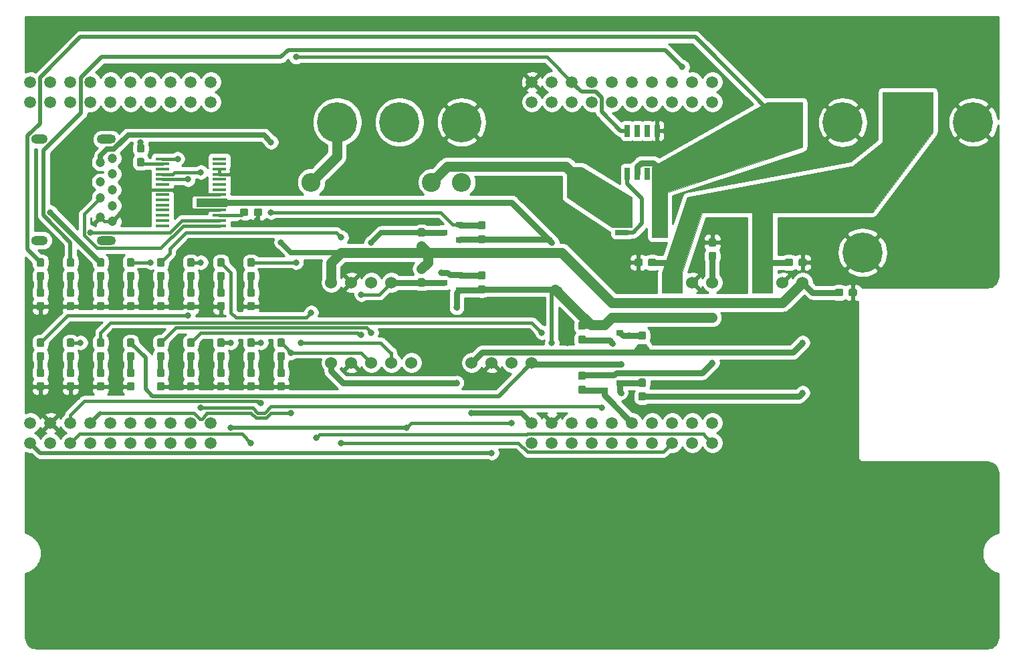
<source format=gbr>
G04 #@! TF.GenerationSoftware,KiCad,Pcbnew,(5.1.4)-1*
G04 #@! TF.CreationDate,2019-12-12T15:22:09-06:00*
G04 #@! TF.ProjectId,SRA_Sensor_Board,5352415f-5365-46e7-936f-725f426f6172,rev?*
G04 #@! TF.SameCoordinates,Original*
G04 #@! TF.FileFunction,Copper,L1,Top*
G04 #@! TF.FilePolarity,Positive*
%FSLAX46Y46*%
G04 Gerber Fmt 4.6, Leading zero omitted, Abs format (unit mm)*
G04 Created by KiCad (PCBNEW (5.1.4)-1) date 2019-12-12 15:22:09*
%MOMM*%
%LPD*%
G04 APERTURE LIST*
%ADD10C,0.100000*%
%ADD11C,1.520000*%
%ADD12O,2.400000X2.400000*%
%ADD13C,2.400000*%
%ADD14C,1.524000*%
%ADD15C,0.950000*%
%ADD16R,0.900000X0.800000*%
%ADD17R,1.780000X0.720000*%
%ADD18R,0.650000X1.526000*%
%ADD19C,5.080000*%
%ADD20R,1.750000X0.450000*%
%ADD21O,2.100000X1.200000*%
%ADD22O,2.400000X1.200000*%
%ADD23C,1.200000*%
%ADD24C,0.800000*%
%ADD25C,0.381000*%
%ADD26C,0.762000*%
%ADD27C,0.508000*%
%ADD28C,0.635000*%
%ADD29C,1.270000*%
%ADD30C,0.254000*%
G04 APERTURE END LIST*
D10*
G36*
X167640000Y-65405000D02*
G01*
X150495000Y-71120000D01*
X150495000Y-76835000D01*
X148590000Y-76835000D01*
X148590000Y-67945000D01*
X163195000Y-59690000D01*
X167640000Y-59690000D01*
X167640000Y-65405000D01*
G37*
X167640000Y-65405000D02*
X150495000Y-71120000D01*
X150495000Y-76835000D01*
X148590000Y-76835000D01*
X148590000Y-67945000D01*
X163195000Y-59690000D01*
X167640000Y-59690000D01*
X167640000Y-65405000D01*
G36*
X154940000Y-73660000D02*
G01*
X152400000Y-81280000D01*
X152400000Y-83820000D01*
X149860000Y-83820000D01*
X149860000Y-81280000D01*
X153035000Y-71755000D01*
X154940000Y-71755000D01*
X154940000Y-73660000D01*
G37*
X154940000Y-73660000D02*
X152400000Y-81280000D01*
X152400000Y-83820000D01*
X149860000Y-83820000D01*
X149860000Y-81280000D01*
X153035000Y-71755000D01*
X154940000Y-71755000D01*
X154940000Y-73660000D01*
G36*
X146050000Y-71755000D02*
G01*
X146050000Y-75565000D01*
X143510000Y-75565000D01*
X137795000Y-71755000D01*
X137795000Y-67945000D01*
X139700000Y-67945000D01*
X146050000Y-71755000D01*
G37*
X146050000Y-71755000D02*
X146050000Y-75565000D01*
X143510000Y-75565000D01*
X137795000Y-71755000D01*
X137795000Y-67945000D01*
X139700000Y-67945000D01*
X146050000Y-71755000D01*
G36*
X148590000Y-91440000D02*
G01*
X146050000Y-91440000D01*
X146810000Y-90341267D01*
X147830000Y-90341267D01*
X148590000Y-91440000D01*
G37*
X148590000Y-91440000D02*
X146050000Y-91440000D01*
X146810000Y-90341267D01*
X147830000Y-90341267D01*
X148590000Y-91440000D01*
G36*
X163830000Y-83820000D02*
G01*
X161290000Y-83820000D01*
X161290000Y-72390000D01*
X163830000Y-72390000D01*
X163830000Y-83820000D01*
G37*
X163830000Y-83820000D02*
X161290000Y-83820000D01*
X161290000Y-72390000D01*
X163830000Y-72390000D01*
X163830000Y-83820000D01*
G36*
X176530000Y-73660000D02*
G01*
X153035000Y-73660000D01*
X153035000Y-71755000D01*
X176530000Y-67310000D01*
X176530000Y-73660000D01*
G37*
X176530000Y-73660000D02*
X153035000Y-73660000D01*
X153035000Y-71755000D01*
X176530000Y-67310000D01*
X176530000Y-73660000D01*
G36*
X184150000Y-63500000D02*
G01*
X176530000Y-73660000D01*
X171450000Y-73660000D01*
X171450000Y-69850000D01*
X177800000Y-64770000D01*
X177800000Y-58420000D01*
X184150000Y-58420000D01*
X184150000Y-63500000D01*
G37*
X184150000Y-63500000D02*
X176530000Y-73660000D01*
X171450000Y-73660000D01*
X171450000Y-69850000D01*
X177800000Y-64770000D01*
X177800000Y-58420000D01*
X184150000Y-58420000D01*
X184150000Y-63500000D01*
G36*
X94742000Y-72898000D02*
G01*
X90932000Y-72898000D01*
X90932000Y-71882000D01*
X94742000Y-71882000D01*
X94742000Y-72898000D01*
G37*
X94742000Y-72898000D02*
X90932000Y-72898000D01*
X90932000Y-71882000D01*
X94742000Y-71882000D01*
X94742000Y-72898000D01*
D11*
X92710000Y-57150000D03*
X90170000Y-57150000D03*
X87630000Y-57150000D03*
X85090000Y-57150000D03*
X82550000Y-57150000D03*
X80010000Y-57150000D03*
X77470000Y-57150000D03*
X74930000Y-57150000D03*
X72390000Y-57150000D03*
X69850000Y-57150000D03*
X92710000Y-59690000D03*
X90170000Y-59690000D03*
X87630000Y-59690000D03*
X85090000Y-59690000D03*
X82550000Y-59690000D03*
X80010000Y-59690000D03*
X77470000Y-59690000D03*
X74930000Y-59690000D03*
X72390000Y-59690000D03*
X69850000Y-59690000D03*
X92710000Y-102870000D03*
X90170000Y-102870000D03*
X87630000Y-102870000D03*
X85090000Y-102870000D03*
X82550000Y-102870000D03*
X80010000Y-102870000D03*
X77470000Y-102870000D03*
X74930000Y-102870000D03*
X72390000Y-102870000D03*
X69850000Y-102870000D03*
X92710000Y-100330000D03*
X90170000Y-100330000D03*
X87630000Y-100330000D03*
X85090000Y-100330000D03*
X82550000Y-100330000D03*
X80010000Y-100330000D03*
X77470000Y-100330000D03*
X74930000Y-100330000D03*
X72390000Y-100330000D03*
X69850000Y-100330000D03*
X138430000Y-57150000D03*
X135890000Y-57150000D03*
X133350000Y-57150000D03*
X156210000Y-59690000D03*
X153670000Y-59690000D03*
X151130000Y-59690000D03*
X148590000Y-59690000D03*
X146050000Y-59690000D03*
X143510000Y-59690000D03*
X140970000Y-59690000D03*
X138430000Y-59690000D03*
X135890000Y-59690000D03*
X133350000Y-59690000D03*
X156210000Y-102870000D03*
X151130000Y-102870000D03*
X146050000Y-102870000D03*
X143510000Y-102870000D03*
X140970000Y-102870000D03*
X138430000Y-102870000D03*
X135890000Y-102870000D03*
X156210000Y-100330000D03*
X151130000Y-100330000D03*
X140970000Y-100330000D03*
X138430000Y-100330000D03*
X135890000Y-100330000D03*
X133350000Y-100330000D03*
X146050000Y-100330000D03*
X148590000Y-100330000D03*
X153670000Y-102870000D03*
X140970000Y-57150000D03*
X143510000Y-57150000D03*
X153670000Y-100330000D03*
X148590000Y-102870000D03*
X151130000Y-57150000D03*
X148590000Y-57150000D03*
X143510000Y-100330000D03*
X146050000Y-57150000D03*
X153670000Y-57150000D03*
X156210000Y-57150000D03*
X133350000Y-102870000D03*
D12*
X105410000Y-69850000D03*
D13*
X120650000Y-69850000D03*
D12*
X124460000Y-69850000D03*
D13*
X139700000Y-69850000D03*
D14*
X156210000Y-82550000D03*
X153670000Y-82550000D03*
X151130000Y-82550000D03*
D10*
G36*
X127260779Y-81151144D02*
G01*
X127283834Y-81154563D01*
X127306443Y-81160227D01*
X127328387Y-81168079D01*
X127349457Y-81178044D01*
X127369448Y-81190026D01*
X127388168Y-81203910D01*
X127405438Y-81219562D01*
X127421090Y-81236832D01*
X127434974Y-81255552D01*
X127446956Y-81275543D01*
X127456921Y-81296613D01*
X127464773Y-81318557D01*
X127470437Y-81341166D01*
X127473856Y-81364221D01*
X127475000Y-81387500D01*
X127475000Y-81962500D01*
X127473856Y-81985779D01*
X127470437Y-82008834D01*
X127464773Y-82031443D01*
X127456921Y-82053387D01*
X127446956Y-82074457D01*
X127434974Y-82094448D01*
X127421090Y-82113168D01*
X127405438Y-82130438D01*
X127388168Y-82146090D01*
X127369448Y-82159974D01*
X127349457Y-82171956D01*
X127328387Y-82181921D01*
X127306443Y-82189773D01*
X127283834Y-82195437D01*
X127260779Y-82198856D01*
X127237500Y-82200000D01*
X126762500Y-82200000D01*
X126739221Y-82198856D01*
X126716166Y-82195437D01*
X126693557Y-82189773D01*
X126671613Y-82181921D01*
X126650543Y-82171956D01*
X126630552Y-82159974D01*
X126611832Y-82146090D01*
X126594562Y-82130438D01*
X126578910Y-82113168D01*
X126565026Y-82094448D01*
X126553044Y-82074457D01*
X126543079Y-82053387D01*
X126535227Y-82031443D01*
X126529563Y-82008834D01*
X126526144Y-81985779D01*
X126525000Y-81962500D01*
X126525000Y-81387500D01*
X126526144Y-81364221D01*
X126529563Y-81341166D01*
X126535227Y-81318557D01*
X126543079Y-81296613D01*
X126553044Y-81275543D01*
X126565026Y-81255552D01*
X126578910Y-81236832D01*
X126594562Y-81219562D01*
X126611832Y-81203910D01*
X126630552Y-81190026D01*
X126650543Y-81178044D01*
X126671613Y-81168079D01*
X126693557Y-81160227D01*
X126716166Y-81154563D01*
X126739221Y-81151144D01*
X126762500Y-81150000D01*
X127237500Y-81150000D01*
X127260779Y-81151144D01*
X127260779Y-81151144D01*
G37*
D15*
X127000000Y-81675000D03*
D10*
G36*
X127260779Y-82901144D02*
G01*
X127283834Y-82904563D01*
X127306443Y-82910227D01*
X127328387Y-82918079D01*
X127349457Y-82928044D01*
X127369448Y-82940026D01*
X127388168Y-82953910D01*
X127405438Y-82969562D01*
X127421090Y-82986832D01*
X127434974Y-83005552D01*
X127446956Y-83025543D01*
X127456921Y-83046613D01*
X127464773Y-83068557D01*
X127470437Y-83091166D01*
X127473856Y-83114221D01*
X127475000Y-83137500D01*
X127475000Y-83712500D01*
X127473856Y-83735779D01*
X127470437Y-83758834D01*
X127464773Y-83781443D01*
X127456921Y-83803387D01*
X127446956Y-83824457D01*
X127434974Y-83844448D01*
X127421090Y-83863168D01*
X127405438Y-83880438D01*
X127388168Y-83896090D01*
X127369448Y-83909974D01*
X127349457Y-83921956D01*
X127328387Y-83931921D01*
X127306443Y-83939773D01*
X127283834Y-83945437D01*
X127260779Y-83948856D01*
X127237500Y-83950000D01*
X126762500Y-83950000D01*
X126739221Y-83948856D01*
X126716166Y-83945437D01*
X126693557Y-83939773D01*
X126671613Y-83931921D01*
X126650543Y-83921956D01*
X126630552Y-83909974D01*
X126611832Y-83896090D01*
X126594562Y-83880438D01*
X126578910Y-83863168D01*
X126565026Y-83844448D01*
X126553044Y-83824457D01*
X126543079Y-83803387D01*
X126535227Y-83781443D01*
X126529563Y-83758834D01*
X126526144Y-83735779D01*
X126525000Y-83712500D01*
X126525000Y-83137500D01*
X126526144Y-83114221D01*
X126529563Y-83091166D01*
X126535227Y-83068557D01*
X126543079Y-83046613D01*
X126553044Y-83025543D01*
X126565026Y-83005552D01*
X126578910Y-82986832D01*
X126594562Y-82969562D01*
X126611832Y-82953910D01*
X126630552Y-82940026D01*
X126650543Y-82928044D01*
X126671613Y-82918079D01*
X126693557Y-82910227D01*
X126716166Y-82904563D01*
X126739221Y-82901144D01*
X126762500Y-82900000D01*
X127237500Y-82900000D01*
X127260779Y-82901144D01*
X127260779Y-82901144D01*
G37*
D15*
X127000000Y-83425000D03*
D16*
X122190000Y-82550000D03*
X124190000Y-81600000D03*
X124190000Y-83500000D03*
D17*
X149460000Y-72390000D03*
X149460000Y-73660000D03*
X149460000Y-74930000D03*
X149460000Y-76200000D03*
X144780000Y-72390000D03*
X144780000Y-73660000D03*
X144780000Y-74930000D03*
X144780000Y-76200000D03*
D18*
X149225000Y-68752000D03*
X147955000Y-68752000D03*
X146685000Y-68752000D03*
X145415000Y-68752000D03*
X145415000Y-63328000D03*
X146685000Y-63328000D03*
X147955000Y-63328000D03*
X149225000Y-63328000D03*
D19*
X124460000Y-62230000D03*
X116586000Y-62230000D03*
X108712000Y-62230000D03*
D20*
X93770000Y-66895000D03*
X93770000Y-67545000D03*
X93770000Y-68195000D03*
X93770000Y-68845000D03*
X93770000Y-69495000D03*
X93770000Y-70145000D03*
X93770000Y-70795000D03*
X93770000Y-71445000D03*
X93770000Y-72095000D03*
X93770000Y-72745000D03*
X93770000Y-73395000D03*
X93770000Y-74045000D03*
X93770000Y-74695000D03*
X93770000Y-75345000D03*
X86570000Y-75345000D03*
X86570000Y-74695000D03*
X86570000Y-74045000D03*
X86570000Y-73395000D03*
X86570000Y-72745000D03*
X86570000Y-72095000D03*
X86570000Y-71445000D03*
X86570000Y-70795000D03*
X86570000Y-70145000D03*
X86570000Y-69495000D03*
X86570000Y-68845000D03*
X86570000Y-68195000D03*
X86570000Y-67545000D03*
X86570000Y-66895000D03*
D14*
X167640000Y-82550000D03*
X165100000Y-82550000D03*
X162560000Y-82550000D03*
D10*
G36*
X119640779Y-75676144D02*
G01*
X119663834Y-75679563D01*
X119686443Y-75685227D01*
X119708387Y-75693079D01*
X119729457Y-75703044D01*
X119749448Y-75715026D01*
X119768168Y-75728910D01*
X119785438Y-75744562D01*
X119801090Y-75761832D01*
X119814974Y-75780552D01*
X119826956Y-75800543D01*
X119836921Y-75821613D01*
X119844773Y-75843557D01*
X119850437Y-75866166D01*
X119853856Y-75889221D01*
X119855000Y-75912500D01*
X119855000Y-76487500D01*
X119853856Y-76510779D01*
X119850437Y-76533834D01*
X119844773Y-76556443D01*
X119836921Y-76578387D01*
X119826956Y-76599457D01*
X119814974Y-76619448D01*
X119801090Y-76638168D01*
X119785438Y-76655438D01*
X119768168Y-76671090D01*
X119749448Y-76684974D01*
X119729457Y-76696956D01*
X119708387Y-76706921D01*
X119686443Y-76714773D01*
X119663834Y-76720437D01*
X119640779Y-76723856D01*
X119617500Y-76725000D01*
X119142500Y-76725000D01*
X119119221Y-76723856D01*
X119096166Y-76720437D01*
X119073557Y-76714773D01*
X119051613Y-76706921D01*
X119030543Y-76696956D01*
X119010552Y-76684974D01*
X118991832Y-76671090D01*
X118974562Y-76655438D01*
X118958910Y-76638168D01*
X118945026Y-76619448D01*
X118933044Y-76599457D01*
X118923079Y-76578387D01*
X118915227Y-76556443D01*
X118909563Y-76533834D01*
X118906144Y-76510779D01*
X118905000Y-76487500D01*
X118905000Y-75912500D01*
X118906144Y-75889221D01*
X118909563Y-75866166D01*
X118915227Y-75843557D01*
X118923079Y-75821613D01*
X118933044Y-75800543D01*
X118945026Y-75780552D01*
X118958910Y-75761832D01*
X118974562Y-75744562D01*
X118991832Y-75728910D01*
X119010552Y-75715026D01*
X119030543Y-75703044D01*
X119051613Y-75693079D01*
X119073557Y-75685227D01*
X119096166Y-75679563D01*
X119119221Y-75676144D01*
X119142500Y-75675000D01*
X119617500Y-75675000D01*
X119640779Y-75676144D01*
X119640779Y-75676144D01*
G37*
D15*
X119380000Y-76200000D03*
D10*
G36*
X119640779Y-77426144D02*
G01*
X119663834Y-77429563D01*
X119686443Y-77435227D01*
X119708387Y-77443079D01*
X119729457Y-77453044D01*
X119749448Y-77465026D01*
X119768168Y-77478910D01*
X119785438Y-77494562D01*
X119801090Y-77511832D01*
X119814974Y-77530552D01*
X119826956Y-77550543D01*
X119836921Y-77571613D01*
X119844773Y-77593557D01*
X119850437Y-77616166D01*
X119853856Y-77639221D01*
X119855000Y-77662500D01*
X119855000Y-78237500D01*
X119853856Y-78260779D01*
X119850437Y-78283834D01*
X119844773Y-78306443D01*
X119836921Y-78328387D01*
X119826956Y-78349457D01*
X119814974Y-78369448D01*
X119801090Y-78388168D01*
X119785438Y-78405438D01*
X119768168Y-78421090D01*
X119749448Y-78434974D01*
X119729457Y-78446956D01*
X119708387Y-78456921D01*
X119686443Y-78464773D01*
X119663834Y-78470437D01*
X119640779Y-78473856D01*
X119617500Y-78475000D01*
X119142500Y-78475000D01*
X119119221Y-78473856D01*
X119096166Y-78470437D01*
X119073557Y-78464773D01*
X119051613Y-78456921D01*
X119030543Y-78446956D01*
X119010552Y-78434974D01*
X118991832Y-78421090D01*
X118974562Y-78405438D01*
X118958910Y-78388168D01*
X118945026Y-78369448D01*
X118933044Y-78349457D01*
X118923079Y-78328387D01*
X118915227Y-78306443D01*
X118909563Y-78283834D01*
X118906144Y-78260779D01*
X118905000Y-78237500D01*
X118905000Y-77662500D01*
X118906144Y-77639221D01*
X118909563Y-77616166D01*
X118915227Y-77593557D01*
X118923079Y-77571613D01*
X118933044Y-77550543D01*
X118945026Y-77530552D01*
X118958910Y-77511832D01*
X118974562Y-77494562D01*
X118991832Y-77478910D01*
X119010552Y-77465026D01*
X119030543Y-77453044D01*
X119051613Y-77443079D01*
X119073557Y-77435227D01*
X119096166Y-77429563D01*
X119119221Y-77426144D01*
X119142500Y-77425000D01*
X119617500Y-77425000D01*
X119640779Y-77426144D01*
X119640779Y-77426144D01*
G37*
D15*
X119380000Y-77950000D03*
D10*
G36*
X147580779Y-88771144D02*
G01*
X147603834Y-88774563D01*
X147626443Y-88780227D01*
X147648387Y-88788079D01*
X147669457Y-88798044D01*
X147689448Y-88810026D01*
X147708168Y-88823910D01*
X147725438Y-88839562D01*
X147741090Y-88856832D01*
X147754974Y-88875552D01*
X147766956Y-88895543D01*
X147776921Y-88916613D01*
X147784773Y-88938557D01*
X147790437Y-88961166D01*
X147793856Y-88984221D01*
X147795000Y-89007500D01*
X147795000Y-89582500D01*
X147793856Y-89605779D01*
X147790437Y-89628834D01*
X147784773Y-89651443D01*
X147776921Y-89673387D01*
X147766956Y-89694457D01*
X147754974Y-89714448D01*
X147741090Y-89733168D01*
X147725438Y-89750438D01*
X147708168Y-89766090D01*
X147689448Y-89779974D01*
X147669457Y-89791956D01*
X147648387Y-89801921D01*
X147626443Y-89809773D01*
X147603834Y-89815437D01*
X147580779Y-89818856D01*
X147557500Y-89820000D01*
X147082500Y-89820000D01*
X147059221Y-89818856D01*
X147036166Y-89815437D01*
X147013557Y-89809773D01*
X146991613Y-89801921D01*
X146970543Y-89791956D01*
X146950552Y-89779974D01*
X146931832Y-89766090D01*
X146914562Y-89750438D01*
X146898910Y-89733168D01*
X146885026Y-89714448D01*
X146873044Y-89694457D01*
X146863079Y-89673387D01*
X146855227Y-89651443D01*
X146849563Y-89628834D01*
X146846144Y-89605779D01*
X146845000Y-89582500D01*
X146845000Y-89007500D01*
X146846144Y-88984221D01*
X146849563Y-88961166D01*
X146855227Y-88938557D01*
X146863079Y-88916613D01*
X146873044Y-88895543D01*
X146885026Y-88875552D01*
X146898910Y-88856832D01*
X146914562Y-88839562D01*
X146931832Y-88823910D01*
X146950552Y-88810026D01*
X146970543Y-88798044D01*
X146991613Y-88788079D01*
X147013557Y-88780227D01*
X147036166Y-88774563D01*
X147059221Y-88771144D01*
X147082500Y-88770000D01*
X147557500Y-88770000D01*
X147580779Y-88771144D01*
X147580779Y-88771144D01*
G37*
D15*
X147320000Y-89295000D03*
D10*
G36*
X147580779Y-90521144D02*
G01*
X147603834Y-90524563D01*
X147626443Y-90530227D01*
X147648387Y-90538079D01*
X147669457Y-90548044D01*
X147689448Y-90560026D01*
X147708168Y-90573910D01*
X147725438Y-90589562D01*
X147741090Y-90606832D01*
X147754974Y-90625552D01*
X147766956Y-90645543D01*
X147776921Y-90666613D01*
X147784773Y-90688557D01*
X147790437Y-90711166D01*
X147793856Y-90734221D01*
X147795000Y-90757500D01*
X147795000Y-91332500D01*
X147793856Y-91355779D01*
X147790437Y-91378834D01*
X147784773Y-91401443D01*
X147776921Y-91423387D01*
X147766956Y-91444457D01*
X147754974Y-91464448D01*
X147741090Y-91483168D01*
X147725438Y-91500438D01*
X147708168Y-91516090D01*
X147689448Y-91529974D01*
X147669457Y-91541956D01*
X147648387Y-91551921D01*
X147626443Y-91559773D01*
X147603834Y-91565437D01*
X147580779Y-91568856D01*
X147557500Y-91570000D01*
X147082500Y-91570000D01*
X147059221Y-91568856D01*
X147036166Y-91565437D01*
X147013557Y-91559773D01*
X146991613Y-91551921D01*
X146970543Y-91541956D01*
X146950552Y-91529974D01*
X146931832Y-91516090D01*
X146914562Y-91500438D01*
X146898910Y-91483168D01*
X146885026Y-91464448D01*
X146873044Y-91444457D01*
X146863079Y-91423387D01*
X146855227Y-91401443D01*
X146849563Y-91378834D01*
X146846144Y-91355779D01*
X146845000Y-91332500D01*
X146845000Y-90757500D01*
X146846144Y-90734221D01*
X146849563Y-90711166D01*
X146855227Y-90688557D01*
X146863079Y-90666613D01*
X146873044Y-90645543D01*
X146885026Y-90625552D01*
X146898910Y-90606832D01*
X146914562Y-90589562D01*
X146931832Y-90573910D01*
X146950552Y-90560026D01*
X146970543Y-90548044D01*
X146991613Y-90538079D01*
X147013557Y-90530227D01*
X147036166Y-90524563D01*
X147059221Y-90521144D01*
X147082500Y-90520000D01*
X147557500Y-90520000D01*
X147580779Y-90521144D01*
X147580779Y-90521144D01*
G37*
D15*
X147320000Y-91045000D03*
D10*
G36*
X127260779Y-74801144D02*
G01*
X127283834Y-74804563D01*
X127306443Y-74810227D01*
X127328387Y-74818079D01*
X127349457Y-74828044D01*
X127369448Y-74840026D01*
X127388168Y-74853910D01*
X127405438Y-74869562D01*
X127421090Y-74886832D01*
X127434974Y-74905552D01*
X127446956Y-74925543D01*
X127456921Y-74946613D01*
X127464773Y-74968557D01*
X127470437Y-74991166D01*
X127473856Y-75014221D01*
X127475000Y-75037500D01*
X127475000Y-75612500D01*
X127473856Y-75635779D01*
X127470437Y-75658834D01*
X127464773Y-75681443D01*
X127456921Y-75703387D01*
X127446956Y-75724457D01*
X127434974Y-75744448D01*
X127421090Y-75763168D01*
X127405438Y-75780438D01*
X127388168Y-75796090D01*
X127369448Y-75809974D01*
X127349457Y-75821956D01*
X127328387Y-75831921D01*
X127306443Y-75839773D01*
X127283834Y-75845437D01*
X127260779Y-75848856D01*
X127237500Y-75850000D01*
X126762500Y-75850000D01*
X126739221Y-75848856D01*
X126716166Y-75845437D01*
X126693557Y-75839773D01*
X126671613Y-75831921D01*
X126650543Y-75821956D01*
X126630552Y-75809974D01*
X126611832Y-75796090D01*
X126594562Y-75780438D01*
X126578910Y-75763168D01*
X126565026Y-75744448D01*
X126553044Y-75724457D01*
X126543079Y-75703387D01*
X126535227Y-75681443D01*
X126529563Y-75658834D01*
X126526144Y-75635779D01*
X126525000Y-75612500D01*
X126525000Y-75037500D01*
X126526144Y-75014221D01*
X126529563Y-74991166D01*
X126535227Y-74968557D01*
X126543079Y-74946613D01*
X126553044Y-74925543D01*
X126565026Y-74905552D01*
X126578910Y-74886832D01*
X126594562Y-74869562D01*
X126611832Y-74853910D01*
X126630552Y-74840026D01*
X126650543Y-74828044D01*
X126671613Y-74818079D01*
X126693557Y-74810227D01*
X126716166Y-74804563D01*
X126739221Y-74801144D01*
X126762500Y-74800000D01*
X127237500Y-74800000D01*
X127260779Y-74801144D01*
X127260779Y-74801144D01*
G37*
D15*
X127000000Y-75325000D03*
D10*
G36*
X127260779Y-76551144D02*
G01*
X127283834Y-76554563D01*
X127306443Y-76560227D01*
X127328387Y-76568079D01*
X127349457Y-76578044D01*
X127369448Y-76590026D01*
X127388168Y-76603910D01*
X127405438Y-76619562D01*
X127421090Y-76636832D01*
X127434974Y-76655552D01*
X127446956Y-76675543D01*
X127456921Y-76696613D01*
X127464773Y-76718557D01*
X127470437Y-76741166D01*
X127473856Y-76764221D01*
X127475000Y-76787500D01*
X127475000Y-77362500D01*
X127473856Y-77385779D01*
X127470437Y-77408834D01*
X127464773Y-77431443D01*
X127456921Y-77453387D01*
X127446956Y-77474457D01*
X127434974Y-77494448D01*
X127421090Y-77513168D01*
X127405438Y-77530438D01*
X127388168Y-77546090D01*
X127369448Y-77559974D01*
X127349457Y-77571956D01*
X127328387Y-77581921D01*
X127306443Y-77589773D01*
X127283834Y-77595437D01*
X127260779Y-77598856D01*
X127237500Y-77600000D01*
X126762500Y-77600000D01*
X126739221Y-77598856D01*
X126716166Y-77595437D01*
X126693557Y-77589773D01*
X126671613Y-77581921D01*
X126650543Y-77571956D01*
X126630552Y-77559974D01*
X126611832Y-77546090D01*
X126594562Y-77530438D01*
X126578910Y-77513168D01*
X126565026Y-77494448D01*
X126553044Y-77474457D01*
X126543079Y-77453387D01*
X126535227Y-77431443D01*
X126529563Y-77408834D01*
X126526144Y-77385779D01*
X126525000Y-77362500D01*
X126525000Y-76787500D01*
X126526144Y-76764221D01*
X126529563Y-76741166D01*
X126535227Y-76718557D01*
X126543079Y-76696613D01*
X126553044Y-76675543D01*
X126565026Y-76655552D01*
X126578910Y-76636832D01*
X126594562Y-76619562D01*
X126611832Y-76603910D01*
X126630552Y-76590026D01*
X126650543Y-76578044D01*
X126671613Y-76568079D01*
X126693557Y-76560227D01*
X126716166Y-76554563D01*
X126739221Y-76551144D01*
X126762500Y-76550000D01*
X127237500Y-76550000D01*
X127260779Y-76551144D01*
X127260779Y-76551144D01*
G37*
D15*
X127000000Y-77075000D03*
D10*
G36*
X86620779Y-91396144D02*
G01*
X86643834Y-91399563D01*
X86666443Y-91405227D01*
X86688387Y-91413079D01*
X86709457Y-91423044D01*
X86729448Y-91435026D01*
X86748168Y-91448910D01*
X86765438Y-91464562D01*
X86781090Y-91481832D01*
X86794974Y-91500552D01*
X86806956Y-91520543D01*
X86816921Y-91541613D01*
X86824773Y-91563557D01*
X86830437Y-91586166D01*
X86833856Y-91609221D01*
X86835000Y-91632500D01*
X86835000Y-92207500D01*
X86833856Y-92230779D01*
X86830437Y-92253834D01*
X86824773Y-92276443D01*
X86816921Y-92298387D01*
X86806956Y-92319457D01*
X86794974Y-92339448D01*
X86781090Y-92358168D01*
X86765438Y-92375438D01*
X86748168Y-92391090D01*
X86729448Y-92404974D01*
X86709457Y-92416956D01*
X86688387Y-92426921D01*
X86666443Y-92434773D01*
X86643834Y-92440437D01*
X86620779Y-92443856D01*
X86597500Y-92445000D01*
X86122500Y-92445000D01*
X86099221Y-92443856D01*
X86076166Y-92440437D01*
X86053557Y-92434773D01*
X86031613Y-92426921D01*
X86010543Y-92416956D01*
X85990552Y-92404974D01*
X85971832Y-92391090D01*
X85954562Y-92375438D01*
X85938910Y-92358168D01*
X85925026Y-92339448D01*
X85913044Y-92319457D01*
X85903079Y-92298387D01*
X85895227Y-92276443D01*
X85889563Y-92253834D01*
X85886144Y-92230779D01*
X85885000Y-92207500D01*
X85885000Y-91632500D01*
X85886144Y-91609221D01*
X85889563Y-91586166D01*
X85895227Y-91563557D01*
X85903079Y-91541613D01*
X85913044Y-91520543D01*
X85925026Y-91500552D01*
X85938910Y-91481832D01*
X85954562Y-91464562D01*
X85971832Y-91448910D01*
X85990552Y-91435026D01*
X86010543Y-91423044D01*
X86031613Y-91413079D01*
X86053557Y-91405227D01*
X86076166Y-91399563D01*
X86099221Y-91396144D01*
X86122500Y-91395000D01*
X86597500Y-91395000D01*
X86620779Y-91396144D01*
X86620779Y-91396144D01*
G37*
D15*
X86360000Y-91920000D03*
D10*
G36*
X86620779Y-89646144D02*
G01*
X86643834Y-89649563D01*
X86666443Y-89655227D01*
X86688387Y-89663079D01*
X86709457Y-89673044D01*
X86729448Y-89685026D01*
X86748168Y-89698910D01*
X86765438Y-89714562D01*
X86781090Y-89731832D01*
X86794974Y-89750552D01*
X86806956Y-89770543D01*
X86816921Y-89791613D01*
X86824773Y-89813557D01*
X86830437Y-89836166D01*
X86833856Y-89859221D01*
X86835000Y-89882500D01*
X86835000Y-90457500D01*
X86833856Y-90480779D01*
X86830437Y-90503834D01*
X86824773Y-90526443D01*
X86816921Y-90548387D01*
X86806956Y-90569457D01*
X86794974Y-90589448D01*
X86781090Y-90608168D01*
X86765438Y-90625438D01*
X86748168Y-90641090D01*
X86729448Y-90654974D01*
X86709457Y-90666956D01*
X86688387Y-90676921D01*
X86666443Y-90684773D01*
X86643834Y-90690437D01*
X86620779Y-90693856D01*
X86597500Y-90695000D01*
X86122500Y-90695000D01*
X86099221Y-90693856D01*
X86076166Y-90690437D01*
X86053557Y-90684773D01*
X86031613Y-90676921D01*
X86010543Y-90666956D01*
X85990552Y-90654974D01*
X85971832Y-90641090D01*
X85954562Y-90625438D01*
X85938910Y-90608168D01*
X85925026Y-90589448D01*
X85913044Y-90569457D01*
X85903079Y-90548387D01*
X85895227Y-90526443D01*
X85889563Y-90503834D01*
X85886144Y-90480779D01*
X85885000Y-90457500D01*
X85885000Y-89882500D01*
X85886144Y-89859221D01*
X85889563Y-89836166D01*
X85895227Y-89813557D01*
X85903079Y-89791613D01*
X85913044Y-89770543D01*
X85925026Y-89750552D01*
X85938910Y-89731832D01*
X85954562Y-89714562D01*
X85971832Y-89698910D01*
X85990552Y-89685026D01*
X86010543Y-89673044D01*
X86031613Y-89663079D01*
X86053557Y-89655227D01*
X86076166Y-89649563D01*
X86099221Y-89646144D01*
X86122500Y-89645000D01*
X86597500Y-89645000D01*
X86620779Y-89646144D01*
X86620779Y-89646144D01*
G37*
D15*
X86360000Y-90170000D03*
D10*
G36*
X79000779Y-91396144D02*
G01*
X79023834Y-91399563D01*
X79046443Y-91405227D01*
X79068387Y-91413079D01*
X79089457Y-91423044D01*
X79109448Y-91435026D01*
X79128168Y-91448910D01*
X79145438Y-91464562D01*
X79161090Y-91481832D01*
X79174974Y-91500552D01*
X79186956Y-91520543D01*
X79196921Y-91541613D01*
X79204773Y-91563557D01*
X79210437Y-91586166D01*
X79213856Y-91609221D01*
X79215000Y-91632500D01*
X79215000Y-92207500D01*
X79213856Y-92230779D01*
X79210437Y-92253834D01*
X79204773Y-92276443D01*
X79196921Y-92298387D01*
X79186956Y-92319457D01*
X79174974Y-92339448D01*
X79161090Y-92358168D01*
X79145438Y-92375438D01*
X79128168Y-92391090D01*
X79109448Y-92404974D01*
X79089457Y-92416956D01*
X79068387Y-92426921D01*
X79046443Y-92434773D01*
X79023834Y-92440437D01*
X79000779Y-92443856D01*
X78977500Y-92445000D01*
X78502500Y-92445000D01*
X78479221Y-92443856D01*
X78456166Y-92440437D01*
X78433557Y-92434773D01*
X78411613Y-92426921D01*
X78390543Y-92416956D01*
X78370552Y-92404974D01*
X78351832Y-92391090D01*
X78334562Y-92375438D01*
X78318910Y-92358168D01*
X78305026Y-92339448D01*
X78293044Y-92319457D01*
X78283079Y-92298387D01*
X78275227Y-92276443D01*
X78269563Y-92253834D01*
X78266144Y-92230779D01*
X78265000Y-92207500D01*
X78265000Y-91632500D01*
X78266144Y-91609221D01*
X78269563Y-91586166D01*
X78275227Y-91563557D01*
X78283079Y-91541613D01*
X78293044Y-91520543D01*
X78305026Y-91500552D01*
X78318910Y-91481832D01*
X78334562Y-91464562D01*
X78351832Y-91448910D01*
X78370552Y-91435026D01*
X78390543Y-91423044D01*
X78411613Y-91413079D01*
X78433557Y-91405227D01*
X78456166Y-91399563D01*
X78479221Y-91396144D01*
X78502500Y-91395000D01*
X78977500Y-91395000D01*
X79000779Y-91396144D01*
X79000779Y-91396144D01*
G37*
D15*
X78740000Y-91920000D03*
D10*
G36*
X79000779Y-89646144D02*
G01*
X79023834Y-89649563D01*
X79046443Y-89655227D01*
X79068387Y-89663079D01*
X79089457Y-89673044D01*
X79109448Y-89685026D01*
X79128168Y-89698910D01*
X79145438Y-89714562D01*
X79161090Y-89731832D01*
X79174974Y-89750552D01*
X79186956Y-89770543D01*
X79196921Y-89791613D01*
X79204773Y-89813557D01*
X79210437Y-89836166D01*
X79213856Y-89859221D01*
X79215000Y-89882500D01*
X79215000Y-90457500D01*
X79213856Y-90480779D01*
X79210437Y-90503834D01*
X79204773Y-90526443D01*
X79196921Y-90548387D01*
X79186956Y-90569457D01*
X79174974Y-90589448D01*
X79161090Y-90608168D01*
X79145438Y-90625438D01*
X79128168Y-90641090D01*
X79109448Y-90654974D01*
X79089457Y-90666956D01*
X79068387Y-90676921D01*
X79046443Y-90684773D01*
X79023834Y-90690437D01*
X79000779Y-90693856D01*
X78977500Y-90695000D01*
X78502500Y-90695000D01*
X78479221Y-90693856D01*
X78456166Y-90690437D01*
X78433557Y-90684773D01*
X78411613Y-90676921D01*
X78390543Y-90666956D01*
X78370552Y-90654974D01*
X78351832Y-90641090D01*
X78334562Y-90625438D01*
X78318910Y-90608168D01*
X78305026Y-90589448D01*
X78293044Y-90569457D01*
X78283079Y-90548387D01*
X78275227Y-90526443D01*
X78269563Y-90503834D01*
X78266144Y-90480779D01*
X78265000Y-90457500D01*
X78265000Y-89882500D01*
X78266144Y-89859221D01*
X78269563Y-89836166D01*
X78275227Y-89813557D01*
X78283079Y-89791613D01*
X78293044Y-89770543D01*
X78305026Y-89750552D01*
X78318910Y-89731832D01*
X78334562Y-89714562D01*
X78351832Y-89698910D01*
X78370552Y-89685026D01*
X78390543Y-89673044D01*
X78411613Y-89663079D01*
X78433557Y-89655227D01*
X78456166Y-89649563D01*
X78479221Y-89646144D01*
X78502500Y-89645000D01*
X78977500Y-89645000D01*
X79000779Y-89646144D01*
X79000779Y-89646144D01*
G37*
D15*
X78740000Y-90170000D03*
D10*
G36*
X75190779Y-81236144D02*
G01*
X75213834Y-81239563D01*
X75236443Y-81245227D01*
X75258387Y-81253079D01*
X75279457Y-81263044D01*
X75299448Y-81275026D01*
X75318168Y-81288910D01*
X75335438Y-81304562D01*
X75351090Y-81321832D01*
X75364974Y-81340552D01*
X75376956Y-81360543D01*
X75386921Y-81381613D01*
X75394773Y-81403557D01*
X75400437Y-81426166D01*
X75403856Y-81449221D01*
X75405000Y-81472500D01*
X75405000Y-82047500D01*
X75403856Y-82070779D01*
X75400437Y-82093834D01*
X75394773Y-82116443D01*
X75386921Y-82138387D01*
X75376956Y-82159457D01*
X75364974Y-82179448D01*
X75351090Y-82198168D01*
X75335438Y-82215438D01*
X75318168Y-82231090D01*
X75299448Y-82244974D01*
X75279457Y-82256956D01*
X75258387Y-82266921D01*
X75236443Y-82274773D01*
X75213834Y-82280437D01*
X75190779Y-82283856D01*
X75167500Y-82285000D01*
X74692500Y-82285000D01*
X74669221Y-82283856D01*
X74646166Y-82280437D01*
X74623557Y-82274773D01*
X74601613Y-82266921D01*
X74580543Y-82256956D01*
X74560552Y-82244974D01*
X74541832Y-82231090D01*
X74524562Y-82215438D01*
X74508910Y-82198168D01*
X74495026Y-82179448D01*
X74483044Y-82159457D01*
X74473079Y-82138387D01*
X74465227Y-82116443D01*
X74459563Y-82093834D01*
X74456144Y-82070779D01*
X74455000Y-82047500D01*
X74455000Y-81472500D01*
X74456144Y-81449221D01*
X74459563Y-81426166D01*
X74465227Y-81403557D01*
X74473079Y-81381613D01*
X74483044Y-81360543D01*
X74495026Y-81340552D01*
X74508910Y-81321832D01*
X74524562Y-81304562D01*
X74541832Y-81288910D01*
X74560552Y-81275026D01*
X74580543Y-81263044D01*
X74601613Y-81253079D01*
X74623557Y-81245227D01*
X74646166Y-81239563D01*
X74669221Y-81236144D01*
X74692500Y-81235000D01*
X75167500Y-81235000D01*
X75190779Y-81236144D01*
X75190779Y-81236144D01*
G37*
D15*
X74930000Y-81760000D03*
D10*
G36*
X75190779Y-79486144D02*
G01*
X75213834Y-79489563D01*
X75236443Y-79495227D01*
X75258387Y-79503079D01*
X75279457Y-79513044D01*
X75299448Y-79525026D01*
X75318168Y-79538910D01*
X75335438Y-79554562D01*
X75351090Y-79571832D01*
X75364974Y-79590552D01*
X75376956Y-79610543D01*
X75386921Y-79631613D01*
X75394773Y-79653557D01*
X75400437Y-79676166D01*
X75403856Y-79699221D01*
X75405000Y-79722500D01*
X75405000Y-80297500D01*
X75403856Y-80320779D01*
X75400437Y-80343834D01*
X75394773Y-80366443D01*
X75386921Y-80388387D01*
X75376956Y-80409457D01*
X75364974Y-80429448D01*
X75351090Y-80448168D01*
X75335438Y-80465438D01*
X75318168Y-80481090D01*
X75299448Y-80494974D01*
X75279457Y-80506956D01*
X75258387Y-80516921D01*
X75236443Y-80524773D01*
X75213834Y-80530437D01*
X75190779Y-80533856D01*
X75167500Y-80535000D01*
X74692500Y-80535000D01*
X74669221Y-80533856D01*
X74646166Y-80530437D01*
X74623557Y-80524773D01*
X74601613Y-80516921D01*
X74580543Y-80506956D01*
X74560552Y-80494974D01*
X74541832Y-80481090D01*
X74524562Y-80465438D01*
X74508910Y-80448168D01*
X74495026Y-80429448D01*
X74483044Y-80409457D01*
X74473079Y-80388387D01*
X74465227Y-80366443D01*
X74459563Y-80343834D01*
X74456144Y-80320779D01*
X74455000Y-80297500D01*
X74455000Y-79722500D01*
X74456144Y-79699221D01*
X74459563Y-79676166D01*
X74465227Y-79653557D01*
X74473079Y-79631613D01*
X74483044Y-79610543D01*
X74495026Y-79590552D01*
X74508910Y-79571832D01*
X74524562Y-79554562D01*
X74541832Y-79538910D01*
X74560552Y-79525026D01*
X74580543Y-79513044D01*
X74601613Y-79503079D01*
X74623557Y-79495227D01*
X74646166Y-79489563D01*
X74669221Y-79486144D01*
X74692500Y-79485000D01*
X75167500Y-79485000D01*
X75190779Y-79486144D01*
X75190779Y-79486144D01*
G37*
D15*
X74930000Y-80010000D03*
D10*
G36*
X139960779Y-89251144D02*
G01*
X139983834Y-89254563D01*
X140006443Y-89260227D01*
X140028387Y-89268079D01*
X140049457Y-89278044D01*
X140069448Y-89290026D01*
X140088168Y-89303910D01*
X140105438Y-89319562D01*
X140121090Y-89336832D01*
X140134974Y-89355552D01*
X140146956Y-89375543D01*
X140156921Y-89396613D01*
X140164773Y-89418557D01*
X140170437Y-89441166D01*
X140173856Y-89464221D01*
X140175000Y-89487500D01*
X140175000Y-90062500D01*
X140173856Y-90085779D01*
X140170437Y-90108834D01*
X140164773Y-90131443D01*
X140156921Y-90153387D01*
X140146956Y-90174457D01*
X140134974Y-90194448D01*
X140121090Y-90213168D01*
X140105438Y-90230438D01*
X140088168Y-90246090D01*
X140069448Y-90259974D01*
X140049457Y-90271956D01*
X140028387Y-90281921D01*
X140006443Y-90289773D01*
X139983834Y-90295437D01*
X139960779Y-90298856D01*
X139937500Y-90300000D01*
X139462500Y-90300000D01*
X139439221Y-90298856D01*
X139416166Y-90295437D01*
X139393557Y-90289773D01*
X139371613Y-90281921D01*
X139350543Y-90271956D01*
X139330552Y-90259974D01*
X139311832Y-90246090D01*
X139294562Y-90230438D01*
X139278910Y-90213168D01*
X139265026Y-90194448D01*
X139253044Y-90174457D01*
X139243079Y-90153387D01*
X139235227Y-90131443D01*
X139229563Y-90108834D01*
X139226144Y-90085779D01*
X139225000Y-90062500D01*
X139225000Y-89487500D01*
X139226144Y-89464221D01*
X139229563Y-89441166D01*
X139235227Y-89418557D01*
X139243079Y-89396613D01*
X139253044Y-89375543D01*
X139265026Y-89355552D01*
X139278910Y-89336832D01*
X139294562Y-89319562D01*
X139311832Y-89303910D01*
X139330552Y-89290026D01*
X139350543Y-89278044D01*
X139371613Y-89268079D01*
X139393557Y-89260227D01*
X139416166Y-89254563D01*
X139439221Y-89251144D01*
X139462500Y-89250000D01*
X139937500Y-89250000D01*
X139960779Y-89251144D01*
X139960779Y-89251144D01*
G37*
D15*
X139700000Y-89775000D03*
D10*
G36*
X139960779Y-87501144D02*
G01*
X139983834Y-87504563D01*
X140006443Y-87510227D01*
X140028387Y-87518079D01*
X140049457Y-87528044D01*
X140069448Y-87540026D01*
X140088168Y-87553910D01*
X140105438Y-87569562D01*
X140121090Y-87586832D01*
X140134974Y-87605552D01*
X140146956Y-87625543D01*
X140156921Y-87646613D01*
X140164773Y-87668557D01*
X140170437Y-87691166D01*
X140173856Y-87714221D01*
X140175000Y-87737500D01*
X140175000Y-88312500D01*
X140173856Y-88335779D01*
X140170437Y-88358834D01*
X140164773Y-88381443D01*
X140156921Y-88403387D01*
X140146956Y-88424457D01*
X140134974Y-88444448D01*
X140121090Y-88463168D01*
X140105438Y-88480438D01*
X140088168Y-88496090D01*
X140069448Y-88509974D01*
X140049457Y-88521956D01*
X140028387Y-88531921D01*
X140006443Y-88539773D01*
X139983834Y-88545437D01*
X139960779Y-88548856D01*
X139937500Y-88550000D01*
X139462500Y-88550000D01*
X139439221Y-88548856D01*
X139416166Y-88545437D01*
X139393557Y-88539773D01*
X139371613Y-88531921D01*
X139350543Y-88521956D01*
X139330552Y-88509974D01*
X139311832Y-88496090D01*
X139294562Y-88480438D01*
X139278910Y-88463168D01*
X139265026Y-88444448D01*
X139253044Y-88424457D01*
X139243079Y-88403387D01*
X139235227Y-88381443D01*
X139229563Y-88358834D01*
X139226144Y-88335779D01*
X139225000Y-88312500D01*
X139225000Y-87737500D01*
X139226144Y-87714221D01*
X139229563Y-87691166D01*
X139235227Y-87668557D01*
X139243079Y-87646613D01*
X139253044Y-87625543D01*
X139265026Y-87605552D01*
X139278910Y-87586832D01*
X139294562Y-87569562D01*
X139311832Y-87553910D01*
X139330552Y-87540026D01*
X139350543Y-87528044D01*
X139371613Y-87518079D01*
X139393557Y-87510227D01*
X139416166Y-87504563D01*
X139439221Y-87501144D01*
X139462500Y-87500000D01*
X139937500Y-87500000D01*
X139960779Y-87501144D01*
X139960779Y-87501144D01*
G37*
D15*
X139700000Y-88025000D03*
D10*
G36*
X98050779Y-91396144D02*
G01*
X98073834Y-91399563D01*
X98096443Y-91405227D01*
X98118387Y-91413079D01*
X98139457Y-91423044D01*
X98159448Y-91435026D01*
X98178168Y-91448910D01*
X98195438Y-91464562D01*
X98211090Y-91481832D01*
X98224974Y-91500552D01*
X98236956Y-91520543D01*
X98246921Y-91541613D01*
X98254773Y-91563557D01*
X98260437Y-91586166D01*
X98263856Y-91609221D01*
X98265000Y-91632500D01*
X98265000Y-92207500D01*
X98263856Y-92230779D01*
X98260437Y-92253834D01*
X98254773Y-92276443D01*
X98246921Y-92298387D01*
X98236956Y-92319457D01*
X98224974Y-92339448D01*
X98211090Y-92358168D01*
X98195438Y-92375438D01*
X98178168Y-92391090D01*
X98159448Y-92404974D01*
X98139457Y-92416956D01*
X98118387Y-92426921D01*
X98096443Y-92434773D01*
X98073834Y-92440437D01*
X98050779Y-92443856D01*
X98027500Y-92445000D01*
X97552500Y-92445000D01*
X97529221Y-92443856D01*
X97506166Y-92440437D01*
X97483557Y-92434773D01*
X97461613Y-92426921D01*
X97440543Y-92416956D01*
X97420552Y-92404974D01*
X97401832Y-92391090D01*
X97384562Y-92375438D01*
X97368910Y-92358168D01*
X97355026Y-92339448D01*
X97343044Y-92319457D01*
X97333079Y-92298387D01*
X97325227Y-92276443D01*
X97319563Y-92253834D01*
X97316144Y-92230779D01*
X97315000Y-92207500D01*
X97315000Y-91632500D01*
X97316144Y-91609221D01*
X97319563Y-91586166D01*
X97325227Y-91563557D01*
X97333079Y-91541613D01*
X97343044Y-91520543D01*
X97355026Y-91500552D01*
X97368910Y-91481832D01*
X97384562Y-91464562D01*
X97401832Y-91448910D01*
X97420552Y-91435026D01*
X97440543Y-91423044D01*
X97461613Y-91413079D01*
X97483557Y-91405227D01*
X97506166Y-91399563D01*
X97529221Y-91396144D01*
X97552500Y-91395000D01*
X98027500Y-91395000D01*
X98050779Y-91396144D01*
X98050779Y-91396144D01*
G37*
D15*
X97790000Y-91920000D03*
D10*
G36*
X98050779Y-89646144D02*
G01*
X98073834Y-89649563D01*
X98096443Y-89655227D01*
X98118387Y-89663079D01*
X98139457Y-89673044D01*
X98159448Y-89685026D01*
X98178168Y-89698910D01*
X98195438Y-89714562D01*
X98211090Y-89731832D01*
X98224974Y-89750552D01*
X98236956Y-89770543D01*
X98246921Y-89791613D01*
X98254773Y-89813557D01*
X98260437Y-89836166D01*
X98263856Y-89859221D01*
X98265000Y-89882500D01*
X98265000Y-90457500D01*
X98263856Y-90480779D01*
X98260437Y-90503834D01*
X98254773Y-90526443D01*
X98246921Y-90548387D01*
X98236956Y-90569457D01*
X98224974Y-90589448D01*
X98211090Y-90608168D01*
X98195438Y-90625438D01*
X98178168Y-90641090D01*
X98159448Y-90654974D01*
X98139457Y-90666956D01*
X98118387Y-90676921D01*
X98096443Y-90684773D01*
X98073834Y-90690437D01*
X98050779Y-90693856D01*
X98027500Y-90695000D01*
X97552500Y-90695000D01*
X97529221Y-90693856D01*
X97506166Y-90690437D01*
X97483557Y-90684773D01*
X97461613Y-90676921D01*
X97440543Y-90666956D01*
X97420552Y-90654974D01*
X97401832Y-90641090D01*
X97384562Y-90625438D01*
X97368910Y-90608168D01*
X97355026Y-90589448D01*
X97343044Y-90569457D01*
X97333079Y-90548387D01*
X97325227Y-90526443D01*
X97319563Y-90503834D01*
X97316144Y-90480779D01*
X97315000Y-90457500D01*
X97315000Y-89882500D01*
X97316144Y-89859221D01*
X97319563Y-89836166D01*
X97325227Y-89813557D01*
X97333079Y-89791613D01*
X97343044Y-89770543D01*
X97355026Y-89750552D01*
X97368910Y-89731832D01*
X97384562Y-89714562D01*
X97401832Y-89698910D01*
X97420552Y-89685026D01*
X97440543Y-89673044D01*
X97461613Y-89663079D01*
X97483557Y-89655227D01*
X97506166Y-89649563D01*
X97529221Y-89646144D01*
X97552500Y-89645000D01*
X98027500Y-89645000D01*
X98050779Y-89646144D01*
X98050779Y-89646144D01*
G37*
D15*
X97790000Y-90170000D03*
D10*
G36*
X101860779Y-91396144D02*
G01*
X101883834Y-91399563D01*
X101906443Y-91405227D01*
X101928387Y-91413079D01*
X101949457Y-91423044D01*
X101969448Y-91435026D01*
X101988168Y-91448910D01*
X102005438Y-91464562D01*
X102021090Y-91481832D01*
X102034974Y-91500552D01*
X102046956Y-91520543D01*
X102056921Y-91541613D01*
X102064773Y-91563557D01*
X102070437Y-91586166D01*
X102073856Y-91609221D01*
X102075000Y-91632500D01*
X102075000Y-92207500D01*
X102073856Y-92230779D01*
X102070437Y-92253834D01*
X102064773Y-92276443D01*
X102056921Y-92298387D01*
X102046956Y-92319457D01*
X102034974Y-92339448D01*
X102021090Y-92358168D01*
X102005438Y-92375438D01*
X101988168Y-92391090D01*
X101969448Y-92404974D01*
X101949457Y-92416956D01*
X101928387Y-92426921D01*
X101906443Y-92434773D01*
X101883834Y-92440437D01*
X101860779Y-92443856D01*
X101837500Y-92445000D01*
X101362500Y-92445000D01*
X101339221Y-92443856D01*
X101316166Y-92440437D01*
X101293557Y-92434773D01*
X101271613Y-92426921D01*
X101250543Y-92416956D01*
X101230552Y-92404974D01*
X101211832Y-92391090D01*
X101194562Y-92375438D01*
X101178910Y-92358168D01*
X101165026Y-92339448D01*
X101153044Y-92319457D01*
X101143079Y-92298387D01*
X101135227Y-92276443D01*
X101129563Y-92253834D01*
X101126144Y-92230779D01*
X101125000Y-92207500D01*
X101125000Y-91632500D01*
X101126144Y-91609221D01*
X101129563Y-91586166D01*
X101135227Y-91563557D01*
X101143079Y-91541613D01*
X101153044Y-91520543D01*
X101165026Y-91500552D01*
X101178910Y-91481832D01*
X101194562Y-91464562D01*
X101211832Y-91448910D01*
X101230552Y-91435026D01*
X101250543Y-91423044D01*
X101271613Y-91413079D01*
X101293557Y-91405227D01*
X101316166Y-91399563D01*
X101339221Y-91396144D01*
X101362500Y-91395000D01*
X101837500Y-91395000D01*
X101860779Y-91396144D01*
X101860779Y-91396144D01*
G37*
D15*
X101600000Y-91920000D03*
D10*
G36*
X101860779Y-89646144D02*
G01*
X101883834Y-89649563D01*
X101906443Y-89655227D01*
X101928387Y-89663079D01*
X101949457Y-89673044D01*
X101969448Y-89685026D01*
X101988168Y-89698910D01*
X102005438Y-89714562D01*
X102021090Y-89731832D01*
X102034974Y-89750552D01*
X102046956Y-89770543D01*
X102056921Y-89791613D01*
X102064773Y-89813557D01*
X102070437Y-89836166D01*
X102073856Y-89859221D01*
X102075000Y-89882500D01*
X102075000Y-90457500D01*
X102073856Y-90480779D01*
X102070437Y-90503834D01*
X102064773Y-90526443D01*
X102056921Y-90548387D01*
X102046956Y-90569457D01*
X102034974Y-90589448D01*
X102021090Y-90608168D01*
X102005438Y-90625438D01*
X101988168Y-90641090D01*
X101969448Y-90654974D01*
X101949457Y-90666956D01*
X101928387Y-90676921D01*
X101906443Y-90684773D01*
X101883834Y-90690437D01*
X101860779Y-90693856D01*
X101837500Y-90695000D01*
X101362500Y-90695000D01*
X101339221Y-90693856D01*
X101316166Y-90690437D01*
X101293557Y-90684773D01*
X101271613Y-90676921D01*
X101250543Y-90666956D01*
X101230552Y-90654974D01*
X101211832Y-90641090D01*
X101194562Y-90625438D01*
X101178910Y-90608168D01*
X101165026Y-90589448D01*
X101153044Y-90569457D01*
X101143079Y-90548387D01*
X101135227Y-90526443D01*
X101129563Y-90503834D01*
X101126144Y-90480779D01*
X101125000Y-90457500D01*
X101125000Y-89882500D01*
X101126144Y-89859221D01*
X101129563Y-89836166D01*
X101135227Y-89813557D01*
X101143079Y-89791613D01*
X101153044Y-89770543D01*
X101165026Y-89750552D01*
X101178910Y-89731832D01*
X101194562Y-89714562D01*
X101211832Y-89698910D01*
X101230552Y-89685026D01*
X101250543Y-89673044D01*
X101271613Y-89663079D01*
X101293557Y-89655227D01*
X101316166Y-89649563D01*
X101339221Y-89646144D01*
X101362500Y-89645000D01*
X101837500Y-89645000D01*
X101860779Y-89646144D01*
X101860779Y-89646144D01*
G37*
D15*
X101600000Y-90170000D03*
D10*
G36*
X94240779Y-91396144D02*
G01*
X94263834Y-91399563D01*
X94286443Y-91405227D01*
X94308387Y-91413079D01*
X94329457Y-91423044D01*
X94349448Y-91435026D01*
X94368168Y-91448910D01*
X94385438Y-91464562D01*
X94401090Y-91481832D01*
X94414974Y-91500552D01*
X94426956Y-91520543D01*
X94436921Y-91541613D01*
X94444773Y-91563557D01*
X94450437Y-91586166D01*
X94453856Y-91609221D01*
X94455000Y-91632500D01*
X94455000Y-92207500D01*
X94453856Y-92230779D01*
X94450437Y-92253834D01*
X94444773Y-92276443D01*
X94436921Y-92298387D01*
X94426956Y-92319457D01*
X94414974Y-92339448D01*
X94401090Y-92358168D01*
X94385438Y-92375438D01*
X94368168Y-92391090D01*
X94349448Y-92404974D01*
X94329457Y-92416956D01*
X94308387Y-92426921D01*
X94286443Y-92434773D01*
X94263834Y-92440437D01*
X94240779Y-92443856D01*
X94217500Y-92445000D01*
X93742500Y-92445000D01*
X93719221Y-92443856D01*
X93696166Y-92440437D01*
X93673557Y-92434773D01*
X93651613Y-92426921D01*
X93630543Y-92416956D01*
X93610552Y-92404974D01*
X93591832Y-92391090D01*
X93574562Y-92375438D01*
X93558910Y-92358168D01*
X93545026Y-92339448D01*
X93533044Y-92319457D01*
X93523079Y-92298387D01*
X93515227Y-92276443D01*
X93509563Y-92253834D01*
X93506144Y-92230779D01*
X93505000Y-92207500D01*
X93505000Y-91632500D01*
X93506144Y-91609221D01*
X93509563Y-91586166D01*
X93515227Y-91563557D01*
X93523079Y-91541613D01*
X93533044Y-91520543D01*
X93545026Y-91500552D01*
X93558910Y-91481832D01*
X93574562Y-91464562D01*
X93591832Y-91448910D01*
X93610552Y-91435026D01*
X93630543Y-91423044D01*
X93651613Y-91413079D01*
X93673557Y-91405227D01*
X93696166Y-91399563D01*
X93719221Y-91396144D01*
X93742500Y-91395000D01*
X94217500Y-91395000D01*
X94240779Y-91396144D01*
X94240779Y-91396144D01*
G37*
D15*
X93980000Y-91920000D03*
D10*
G36*
X94240779Y-89646144D02*
G01*
X94263834Y-89649563D01*
X94286443Y-89655227D01*
X94308387Y-89663079D01*
X94329457Y-89673044D01*
X94349448Y-89685026D01*
X94368168Y-89698910D01*
X94385438Y-89714562D01*
X94401090Y-89731832D01*
X94414974Y-89750552D01*
X94426956Y-89770543D01*
X94436921Y-89791613D01*
X94444773Y-89813557D01*
X94450437Y-89836166D01*
X94453856Y-89859221D01*
X94455000Y-89882500D01*
X94455000Y-90457500D01*
X94453856Y-90480779D01*
X94450437Y-90503834D01*
X94444773Y-90526443D01*
X94436921Y-90548387D01*
X94426956Y-90569457D01*
X94414974Y-90589448D01*
X94401090Y-90608168D01*
X94385438Y-90625438D01*
X94368168Y-90641090D01*
X94349448Y-90654974D01*
X94329457Y-90666956D01*
X94308387Y-90676921D01*
X94286443Y-90684773D01*
X94263834Y-90690437D01*
X94240779Y-90693856D01*
X94217500Y-90695000D01*
X93742500Y-90695000D01*
X93719221Y-90693856D01*
X93696166Y-90690437D01*
X93673557Y-90684773D01*
X93651613Y-90676921D01*
X93630543Y-90666956D01*
X93610552Y-90654974D01*
X93591832Y-90641090D01*
X93574562Y-90625438D01*
X93558910Y-90608168D01*
X93545026Y-90589448D01*
X93533044Y-90569457D01*
X93523079Y-90548387D01*
X93515227Y-90526443D01*
X93509563Y-90503834D01*
X93506144Y-90480779D01*
X93505000Y-90457500D01*
X93505000Y-89882500D01*
X93506144Y-89859221D01*
X93509563Y-89836166D01*
X93515227Y-89813557D01*
X93523079Y-89791613D01*
X93533044Y-89770543D01*
X93545026Y-89750552D01*
X93558910Y-89731832D01*
X93574562Y-89714562D01*
X93591832Y-89698910D01*
X93610552Y-89685026D01*
X93630543Y-89673044D01*
X93651613Y-89663079D01*
X93673557Y-89655227D01*
X93696166Y-89649563D01*
X93719221Y-89646144D01*
X93742500Y-89645000D01*
X94217500Y-89645000D01*
X94240779Y-89646144D01*
X94240779Y-89646144D01*
G37*
D15*
X93980000Y-90170000D03*
D10*
G36*
X98050779Y-81236144D02*
G01*
X98073834Y-81239563D01*
X98096443Y-81245227D01*
X98118387Y-81253079D01*
X98139457Y-81263044D01*
X98159448Y-81275026D01*
X98178168Y-81288910D01*
X98195438Y-81304562D01*
X98211090Y-81321832D01*
X98224974Y-81340552D01*
X98236956Y-81360543D01*
X98246921Y-81381613D01*
X98254773Y-81403557D01*
X98260437Y-81426166D01*
X98263856Y-81449221D01*
X98265000Y-81472500D01*
X98265000Y-82047500D01*
X98263856Y-82070779D01*
X98260437Y-82093834D01*
X98254773Y-82116443D01*
X98246921Y-82138387D01*
X98236956Y-82159457D01*
X98224974Y-82179448D01*
X98211090Y-82198168D01*
X98195438Y-82215438D01*
X98178168Y-82231090D01*
X98159448Y-82244974D01*
X98139457Y-82256956D01*
X98118387Y-82266921D01*
X98096443Y-82274773D01*
X98073834Y-82280437D01*
X98050779Y-82283856D01*
X98027500Y-82285000D01*
X97552500Y-82285000D01*
X97529221Y-82283856D01*
X97506166Y-82280437D01*
X97483557Y-82274773D01*
X97461613Y-82266921D01*
X97440543Y-82256956D01*
X97420552Y-82244974D01*
X97401832Y-82231090D01*
X97384562Y-82215438D01*
X97368910Y-82198168D01*
X97355026Y-82179448D01*
X97343044Y-82159457D01*
X97333079Y-82138387D01*
X97325227Y-82116443D01*
X97319563Y-82093834D01*
X97316144Y-82070779D01*
X97315000Y-82047500D01*
X97315000Y-81472500D01*
X97316144Y-81449221D01*
X97319563Y-81426166D01*
X97325227Y-81403557D01*
X97333079Y-81381613D01*
X97343044Y-81360543D01*
X97355026Y-81340552D01*
X97368910Y-81321832D01*
X97384562Y-81304562D01*
X97401832Y-81288910D01*
X97420552Y-81275026D01*
X97440543Y-81263044D01*
X97461613Y-81253079D01*
X97483557Y-81245227D01*
X97506166Y-81239563D01*
X97529221Y-81236144D01*
X97552500Y-81235000D01*
X98027500Y-81235000D01*
X98050779Y-81236144D01*
X98050779Y-81236144D01*
G37*
D15*
X97790000Y-81760000D03*
D10*
G36*
X98050779Y-79486144D02*
G01*
X98073834Y-79489563D01*
X98096443Y-79495227D01*
X98118387Y-79503079D01*
X98139457Y-79513044D01*
X98159448Y-79525026D01*
X98178168Y-79538910D01*
X98195438Y-79554562D01*
X98211090Y-79571832D01*
X98224974Y-79590552D01*
X98236956Y-79610543D01*
X98246921Y-79631613D01*
X98254773Y-79653557D01*
X98260437Y-79676166D01*
X98263856Y-79699221D01*
X98265000Y-79722500D01*
X98265000Y-80297500D01*
X98263856Y-80320779D01*
X98260437Y-80343834D01*
X98254773Y-80366443D01*
X98246921Y-80388387D01*
X98236956Y-80409457D01*
X98224974Y-80429448D01*
X98211090Y-80448168D01*
X98195438Y-80465438D01*
X98178168Y-80481090D01*
X98159448Y-80494974D01*
X98139457Y-80506956D01*
X98118387Y-80516921D01*
X98096443Y-80524773D01*
X98073834Y-80530437D01*
X98050779Y-80533856D01*
X98027500Y-80535000D01*
X97552500Y-80535000D01*
X97529221Y-80533856D01*
X97506166Y-80530437D01*
X97483557Y-80524773D01*
X97461613Y-80516921D01*
X97440543Y-80506956D01*
X97420552Y-80494974D01*
X97401832Y-80481090D01*
X97384562Y-80465438D01*
X97368910Y-80448168D01*
X97355026Y-80429448D01*
X97343044Y-80409457D01*
X97333079Y-80388387D01*
X97325227Y-80366443D01*
X97319563Y-80343834D01*
X97316144Y-80320779D01*
X97315000Y-80297500D01*
X97315000Y-79722500D01*
X97316144Y-79699221D01*
X97319563Y-79676166D01*
X97325227Y-79653557D01*
X97333079Y-79631613D01*
X97343044Y-79610543D01*
X97355026Y-79590552D01*
X97368910Y-79571832D01*
X97384562Y-79554562D01*
X97401832Y-79538910D01*
X97420552Y-79525026D01*
X97440543Y-79513044D01*
X97461613Y-79503079D01*
X97483557Y-79495227D01*
X97506166Y-79489563D01*
X97529221Y-79486144D01*
X97552500Y-79485000D01*
X98027500Y-79485000D01*
X98050779Y-79486144D01*
X98050779Y-79486144D01*
G37*
D15*
X97790000Y-80010000D03*
D10*
G36*
X71380779Y-91396144D02*
G01*
X71403834Y-91399563D01*
X71426443Y-91405227D01*
X71448387Y-91413079D01*
X71469457Y-91423044D01*
X71489448Y-91435026D01*
X71508168Y-91448910D01*
X71525438Y-91464562D01*
X71541090Y-91481832D01*
X71554974Y-91500552D01*
X71566956Y-91520543D01*
X71576921Y-91541613D01*
X71584773Y-91563557D01*
X71590437Y-91586166D01*
X71593856Y-91609221D01*
X71595000Y-91632500D01*
X71595000Y-92207500D01*
X71593856Y-92230779D01*
X71590437Y-92253834D01*
X71584773Y-92276443D01*
X71576921Y-92298387D01*
X71566956Y-92319457D01*
X71554974Y-92339448D01*
X71541090Y-92358168D01*
X71525438Y-92375438D01*
X71508168Y-92391090D01*
X71489448Y-92404974D01*
X71469457Y-92416956D01*
X71448387Y-92426921D01*
X71426443Y-92434773D01*
X71403834Y-92440437D01*
X71380779Y-92443856D01*
X71357500Y-92445000D01*
X70882500Y-92445000D01*
X70859221Y-92443856D01*
X70836166Y-92440437D01*
X70813557Y-92434773D01*
X70791613Y-92426921D01*
X70770543Y-92416956D01*
X70750552Y-92404974D01*
X70731832Y-92391090D01*
X70714562Y-92375438D01*
X70698910Y-92358168D01*
X70685026Y-92339448D01*
X70673044Y-92319457D01*
X70663079Y-92298387D01*
X70655227Y-92276443D01*
X70649563Y-92253834D01*
X70646144Y-92230779D01*
X70645000Y-92207500D01*
X70645000Y-91632500D01*
X70646144Y-91609221D01*
X70649563Y-91586166D01*
X70655227Y-91563557D01*
X70663079Y-91541613D01*
X70673044Y-91520543D01*
X70685026Y-91500552D01*
X70698910Y-91481832D01*
X70714562Y-91464562D01*
X70731832Y-91448910D01*
X70750552Y-91435026D01*
X70770543Y-91423044D01*
X70791613Y-91413079D01*
X70813557Y-91405227D01*
X70836166Y-91399563D01*
X70859221Y-91396144D01*
X70882500Y-91395000D01*
X71357500Y-91395000D01*
X71380779Y-91396144D01*
X71380779Y-91396144D01*
G37*
D15*
X71120000Y-91920000D03*
D10*
G36*
X71380779Y-89646144D02*
G01*
X71403834Y-89649563D01*
X71426443Y-89655227D01*
X71448387Y-89663079D01*
X71469457Y-89673044D01*
X71489448Y-89685026D01*
X71508168Y-89698910D01*
X71525438Y-89714562D01*
X71541090Y-89731832D01*
X71554974Y-89750552D01*
X71566956Y-89770543D01*
X71576921Y-89791613D01*
X71584773Y-89813557D01*
X71590437Y-89836166D01*
X71593856Y-89859221D01*
X71595000Y-89882500D01*
X71595000Y-90457500D01*
X71593856Y-90480779D01*
X71590437Y-90503834D01*
X71584773Y-90526443D01*
X71576921Y-90548387D01*
X71566956Y-90569457D01*
X71554974Y-90589448D01*
X71541090Y-90608168D01*
X71525438Y-90625438D01*
X71508168Y-90641090D01*
X71489448Y-90654974D01*
X71469457Y-90666956D01*
X71448387Y-90676921D01*
X71426443Y-90684773D01*
X71403834Y-90690437D01*
X71380779Y-90693856D01*
X71357500Y-90695000D01*
X70882500Y-90695000D01*
X70859221Y-90693856D01*
X70836166Y-90690437D01*
X70813557Y-90684773D01*
X70791613Y-90676921D01*
X70770543Y-90666956D01*
X70750552Y-90654974D01*
X70731832Y-90641090D01*
X70714562Y-90625438D01*
X70698910Y-90608168D01*
X70685026Y-90589448D01*
X70673044Y-90569457D01*
X70663079Y-90548387D01*
X70655227Y-90526443D01*
X70649563Y-90503834D01*
X70646144Y-90480779D01*
X70645000Y-90457500D01*
X70645000Y-89882500D01*
X70646144Y-89859221D01*
X70649563Y-89836166D01*
X70655227Y-89813557D01*
X70663079Y-89791613D01*
X70673044Y-89770543D01*
X70685026Y-89750552D01*
X70698910Y-89731832D01*
X70714562Y-89714562D01*
X70731832Y-89698910D01*
X70750552Y-89685026D01*
X70770543Y-89673044D01*
X70791613Y-89663079D01*
X70813557Y-89655227D01*
X70836166Y-89649563D01*
X70859221Y-89646144D01*
X70882500Y-89645000D01*
X71357500Y-89645000D01*
X71380779Y-89646144D01*
X71380779Y-89646144D01*
G37*
D15*
X71120000Y-90170000D03*
D10*
G36*
X75190779Y-91396144D02*
G01*
X75213834Y-91399563D01*
X75236443Y-91405227D01*
X75258387Y-91413079D01*
X75279457Y-91423044D01*
X75299448Y-91435026D01*
X75318168Y-91448910D01*
X75335438Y-91464562D01*
X75351090Y-91481832D01*
X75364974Y-91500552D01*
X75376956Y-91520543D01*
X75386921Y-91541613D01*
X75394773Y-91563557D01*
X75400437Y-91586166D01*
X75403856Y-91609221D01*
X75405000Y-91632500D01*
X75405000Y-92207500D01*
X75403856Y-92230779D01*
X75400437Y-92253834D01*
X75394773Y-92276443D01*
X75386921Y-92298387D01*
X75376956Y-92319457D01*
X75364974Y-92339448D01*
X75351090Y-92358168D01*
X75335438Y-92375438D01*
X75318168Y-92391090D01*
X75299448Y-92404974D01*
X75279457Y-92416956D01*
X75258387Y-92426921D01*
X75236443Y-92434773D01*
X75213834Y-92440437D01*
X75190779Y-92443856D01*
X75167500Y-92445000D01*
X74692500Y-92445000D01*
X74669221Y-92443856D01*
X74646166Y-92440437D01*
X74623557Y-92434773D01*
X74601613Y-92426921D01*
X74580543Y-92416956D01*
X74560552Y-92404974D01*
X74541832Y-92391090D01*
X74524562Y-92375438D01*
X74508910Y-92358168D01*
X74495026Y-92339448D01*
X74483044Y-92319457D01*
X74473079Y-92298387D01*
X74465227Y-92276443D01*
X74459563Y-92253834D01*
X74456144Y-92230779D01*
X74455000Y-92207500D01*
X74455000Y-91632500D01*
X74456144Y-91609221D01*
X74459563Y-91586166D01*
X74465227Y-91563557D01*
X74473079Y-91541613D01*
X74483044Y-91520543D01*
X74495026Y-91500552D01*
X74508910Y-91481832D01*
X74524562Y-91464562D01*
X74541832Y-91448910D01*
X74560552Y-91435026D01*
X74580543Y-91423044D01*
X74601613Y-91413079D01*
X74623557Y-91405227D01*
X74646166Y-91399563D01*
X74669221Y-91396144D01*
X74692500Y-91395000D01*
X75167500Y-91395000D01*
X75190779Y-91396144D01*
X75190779Y-91396144D01*
G37*
D15*
X74930000Y-91920000D03*
D10*
G36*
X75190779Y-89646144D02*
G01*
X75213834Y-89649563D01*
X75236443Y-89655227D01*
X75258387Y-89663079D01*
X75279457Y-89673044D01*
X75299448Y-89685026D01*
X75318168Y-89698910D01*
X75335438Y-89714562D01*
X75351090Y-89731832D01*
X75364974Y-89750552D01*
X75376956Y-89770543D01*
X75386921Y-89791613D01*
X75394773Y-89813557D01*
X75400437Y-89836166D01*
X75403856Y-89859221D01*
X75405000Y-89882500D01*
X75405000Y-90457500D01*
X75403856Y-90480779D01*
X75400437Y-90503834D01*
X75394773Y-90526443D01*
X75386921Y-90548387D01*
X75376956Y-90569457D01*
X75364974Y-90589448D01*
X75351090Y-90608168D01*
X75335438Y-90625438D01*
X75318168Y-90641090D01*
X75299448Y-90654974D01*
X75279457Y-90666956D01*
X75258387Y-90676921D01*
X75236443Y-90684773D01*
X75213834Y-90690437D01*
X75190779Y-90693856D01*
X75167500Y-90695000D01*
X74692500Y-90695000D01*
X74669221Y-90693856D01*
X74646166Y-90690437D01*
X74623557Y-90684773D01*
X74601613Y-90676921D01*
X74580543Y-90666956D01*
X74560552Y-90654974D01*
X74541832Y-90641090D01*
X74524562Y-90625438D01*
X74508910Y-90608168D01*
X74495026Y-90589448D01*
X74483044Y-90569457D01*
X74473079Y-90548387D01*
X74465227Y-90526443D01*
X74459563Y-90503834D01*
X74456144Y-90480779D01*
X74455000Y-90457500D01*
X74455000Y-89882500D01*
X74456144Y-89859221D01*
X74459563Y-89836166D01*
X74465227Y-89813557D01*
X74473079Y-89791613D01*
X74483044Y-89770543D01*
X74495026Y-89750552D01*
X74508910Y-89731832D01*
X74524562Y-89714562D01*
X74541832Y-89698910D01*
X74560552Y-89685026D01*
X74580543Y-89673044D01*
X74601613Y-89663079D01*
X74623557Y-89655227D01*
X74646166Y-89649563D01*
X74669221Y-89646144D01*
X74692500Y-89645000D01*
X75167500Y-89645000D01*
X75190779Y-89646144D01*
X75190779Y-89646144D01*
G37*
D15*
X74930000Y-90170000D03*
D10*
G36*
X90430779Y-91396144D02*
G01*
X90453834Y-91399563D01*
X90476443Y-91405227D01*
X90498387Y-91413079D01*
X90519457Y-91423044D01*
X90539448Y-91435026D01*
X90558168Y-91448910D01*
X90575438Y-91464562D01*
X90591090Y-91481832D01*
X90604974Y-91500552D01*
X90616956Y-91520543D01*
X90626921Y-91541613D01*
X90634773Y-91563557D01*
X90640437Y-91586166D01*
X90643856Y-91609221D01*
X90645000Y-91632500D01*
X90645000Y-92207500D01*
X90643856Y-92230779D01*
X90640437Y-92253834D01*
X90634773Y-92276443D01*
X90626921Y-92298387D01*
X90616956Y-92319457D01*
X90604974Y-92339448D01*
X90591090Y-92358168D01*
X90575438Y-92375438D01*
X90558168Y-92391090D01*
X90539448Y-92404974D01*
X90519457Y-92416956D01*
X90498387Y-92426921D01*
X90476443Y-92434773D01*
X90453834Y-92440437D01*
X90430779Y-92443856D01*
X90407500Y-92445000D01*
X89932500Y-92445000D01*
X89909221Y-92443856D01*
X89886166Y-92440437D01*
X89863557Y-92434773D01*
X89841613Y-92426921D01*
X89820543Y-92416956D01*
X89800552Y-92404974D01*
X89781832Y-92391090D01*
X89764562Y-92375438D01*
X89748910Y-92358168D01*
X89735026Y-92339448D01*
X89723044Y-92319457D01*
X89713079Y-92298387D01*
X89705227Y-92276443D01*
X89699563Y-92253834D01*
X89696144Y-92230779D01*
X89695000Y-92207500D01*
X89695000Y-91632500D01*
X89696144Y-91609221D01*
X89699563Y-91586166D01*
X89705227Y-91563557D01*
X89713079Y-91541613D01*
X89723044Y-91520543D01*
X89735026Y-91500552D01*
X89748910Y-91481832D01*
X89764562Y-91464562D01*
X89781832Y-91448910D01*
X89800552Y-91435026D01*
X89820543Y-91423044D01*
X89841613Y-91413079D01*
X89863557Y-91405227D01*
X89886166Y-91399563D01*
X89909221Y-91396144D01*
X89932500Y-91395000D01*
X90407500Y-91395000D01*
X90430779Y-91396144D01*
X90430779Y-91396144D01*
G37*
D15*
X90170000Y-91920000D03*
D10*
G36*
X90430779Y-89646144D02*
G01*
X90453834Y-89649563D01*
X90476443Y-89655227D01*
X90498387Y-89663079D01*
X90519457Y-89673044D01*
X90539448Y-89685026D01*
X90558168Y-89698910D01*
X90575438Y-89714562D01*
X90591090Y-89731832D01*
X90604974Y-89750552D01*
X90616956Y-89770543D01*
X90626921Y-89791613D01*
X90634773Y-89813557D01*
X90640437Y-89836166D01*
X90643856Y-89859221D01*
X90645000Y-89882500D01*
X90645000Y-90457500D01*
X90643856Y-90480779D01*
X90640437Y-90503834D01*
X90634773Y-90526443D01*
X90626921Y-90548387D01*
X90616956Y-90569457D01*
X90604974Y-90589448D01*
X90591090Y-90608168D01*
X90575438Y-90625438D01*
X90558168Y-90641090D01*
X90539448Y-90654974D01*
X90519457Y-90666956D01*
X90498387Y-90676921D01*
X90476443Y-90684773D01*
X90453834Y-90690437D01*
X90430779Y-90693856D01*
X90407500Y-90695000D01*
X89932500Y-90695000D01*
X89909221Y-90693856D01*
X89886166Y-90690437D01*
X89863557Y-90684773D01*
X89841613Y-90676921D01*
X89820543Y-90666956D01*
X89800552Y-90654974D01*
X89781832Y-90641090D01*
X89764562Y-90625438D01*
X89748910Y-90608168D01*
X89735026Y-90589448D01*
X89723044Y-90569457D01*
X89713079Y-90548387D01*
X89705227Y-90526443D01*
X89699563Y-90503834D01*
X89696144Y-90480779D01*
X89695000Y-90457500D01*
X89695000Y-89882500D01*
X89696144Y-89859221D01*
X89699563Y-89836166D01*
X89705227Y-89813557D01*
X89713079Y-89791613D01*
X89723044Y-89770543D01*
X89735026Y-89750552D01*
X89748910Y-89731832D01*
X89764562Y-89714562D01*
X89781832Y-89698910D01*
X89800552Y-89685026D01*
X89820543Y-89673044D01*
X89841613Y-89663079D01*
X89863557Y-89655227D01*
X89886166Y-89649563D01*
X89909221Y-89646144D01*
X89932500Y-89645000D01*
X90407500Y-89645000D01*
X90430779Y-89646144D01*
X90430779Y-89646144D01*
G37*
D15*
X90170000Y-90170000D03*
D10*
G36*
X94240779Y-81236144D02*
G01*
X94263834Y-81239563D01*
X94286443Y-81245227D01*
X94308387Y-81253079D01*
X94329457Y-81263044D01*
X94349448Y-81275026D01*
X94368168Y-81288910D01*
X94385438Y-81304562D01*
X94401090Y-81321832D01*
X94414974Y-81340552D01*
X94426956Y-81360543D01*
X94436921Y-81381613D01*
X94444773Y-81403557D01*
X94450437Y-81426166D01*
X94453856Y-81449221D01*
X94455000Y-81472500D01*
X94455000Y-82047500D01*
X94453856Y-82070779D01*
X94450437Y-82093834D01*
X94444773Y-82116443D01*
X94436921Y-82138387D01*
X94426956Y-82159457D01*
X94414974Y-82179448D01*
X94401090Y-82198168D01*
X94385438Y-82215438D01*
X94368168Y-82231090D01*
X94349448Y-82244974D01*
X94329457Y-82256956D01*
X94308387Y-82266921D01*
X94286443Y-82274773D01*
X94263834Y-82280437D01*
X94240779Y-82283856D01*
X94217500Y-82285000D01*
X93742500Y-82285000D01*
X93719221Y-82283856D01*
X93696166Y-82280437D01*
X93673557Y-82274773D01*
X93651613Y-82266921D01*
X93630543Y-82256956D01*
X93610552Y-82244974D01*
X93591832Y-82231090D01*
X93574562Y-82215438D01*
X93558910Y-82198168D01*
X93545026Y-82179448D01*
X93533044Y-82159457D01*
X93523079Y-82138387D01*
X93515227Y-82116443D01*
X93509563Y-82093834D01*
X93506144Y-82070779D01*
X93505000Y-82047500D01*
X93505000Y-81472500D01*
X93506144Y-81449221D01*
X93509563Y-81426166D01*
X93515227Y-81403557D01*
X93523079Y-81381613D01*
X93533044Y-81360543D01*
X93545026Y-81340552D01*
X93558910Y-81321832D01*
X93574562Y-81304562D01*
X93591832Y-81288910D01*
X93610552Y-81275026D01*
X93630543Y-81263044D01*
X93651613Y-81253079D01*
X93673557Y-81245227D01*
X93696166Y-81239563D01*
X93719221Y-81236144D01*
X93742500Y-81235000D01*
X94217500Y-81235000D01*
X94240779Y-81236144D01*
X94240779Y-81236144D01*
G37*
D15*
X93980000Y-81760000D03*
D10*
G36*
X94240779Y-79486144D02*
G01*
X94263834Y-79489563D01*
X94286443Y-79495227D01*
X94308387Y-79503079D01*
X94329457Y-79513044D01*
X94349448Y-79525026D01*
X94368168Y-79538910D01*
X94385438Y-79554562D01*
X94401090Y-79571832D01*
X94414974Y-79590552D01*
X94426956Y-79610543D01*
X94436921Y-79631613D01*
X94444773Y-79653557D01*
X94450437Y-79676166D01*
X94453856Y-79699221D01*
X94455000Y-79722500D01*
X94455000Y-80297500D01*
X94453856Y-80320779D01*
X94450437Y-80343834D01*
X94444773Y-80366443D01*
X94436921Y-80388387D01*
X94426956Y-80409457D01*
X94414974Y-80429448D01*
X94401090Y-80448168D01*
X94385438Y-80465438D01*
X94368168Y-80481090D01*
X94349448Y-80494974D01*
X94329457Y-80506956D01*
X94308387Y-80516921D01*
X94286443Y-80524773D01*
X94263834Y-80530437D01*
X94240779Y-80533856D01*
X94217500Y-80535000D01*
X93742500Y-80535000D01*
X93719221Y-80533856D01*
X93696166Y-80530437D01*
X93673557Y-80524773D01*
X93651613Y-80516921D01*
X93630543Y-80506956D01*
X93610552Y-80494974D01*
X93591832Y-80481090D01*
X93574562Y-80465438D01*
X93558910Y-80448168D01*
X93545026Y-80429448D01*
X93533044Y-80409457D01*
X93523079Y-80388387D01*
X93515227Y-80366443D01*
X93509563Y-80343834D01*
X93506144Y-80320779D01*
X93505000Y-80297500D01*
X93505000Y-79722500D01*
X93506144Y-79699221D01*
X93509563Y-79676166D01*
X93515227Y-79653557D01*
X93523079Y-79631613D01*
X93533044Y-79610543D01*
X93545026Y-79590552D01*
X93558910Y-79571832D01*
X93574562Y-79554562D01*
X93591832Y-79538910D01*
X93610552Y-79525026D01*
X93630543Y-79513044D01*
X93651613Y-79503079D01*
X93673557Y-79495227D01*
X93696166Y-79489563D01*
X93719221Y-79486144D01*
X93742500Y-79485000D01*
X94217500Y-79485000D01*
X94240779Y-79486144D01*
X94240779Y-79486144D01*
G37*
D15*
X93980000Y-80010000D03*
D10*
G36*
X86620779Y-81236144D02*
G01*
X86643834Y-81239563D01*
X86666443Y-81245227D01*
X86688387Y-81253079D01*
X86709457Y-81263044D01*
X86729448Y-81275026D01*
X86748168Y-81288910D01*
X86765438Y-81304562D01*
X86781090Y-81321832D01*
X86794974Y-81340552D01*
X86806956Y-81360543D01*
X86816921Y-81381613D01*
X86824773Y-81403557D01*
X86830437Y-81426166D01*
X86833856Y-81449221D01*
X86835000Y-81472500D01*
X86835000Y-82047500D01*
X86833856Y-82070779D01*
X86830437Y-82093834D01*
X86824773Y-82116443D01*
X86816921Y-82138387D01*
X86806956Y-82159457D01*
X86794974Y-82179448D01*
X86781090Y-82198168D01*
X86765438Y-82215438D01*
X86748168Y-82231090D01*
X86729448Y-82244974D01*
X86709457Y-82256956D01*
X86688387Y-82266921D01*
X86666443Y-82274773D01*
X86643834Y-82280437D01*
X86620779Y-82283856D01*
X86597500Y-82285000D01*
X86122500Y-82285000D01*
X86099221Y-82283856D01*
X86076166Y-82280437D01*
X86053557Y-82274773D01*
X86031613Y-82266921D01*
X86010543Y-82256956D01*
X85990552Y-82244974D01*
X85971832Y-82231090D01*
X85954562Y-82215438D01*
X85938910Y-82198168D01*
X85925026Y-82179448D01*
X85913044Y-82159457D01*
X85903079Y-82138387D01*
X85895227Y-82116443D01*
X85889563Y-82093834D01*
X85886144Y-82070779D01*
X85885000Y-82047500D01*
X85885000Y-81472500D01*
X85886144Y-81449221D01*
X85889563Y-81426166D01*
X85895227Y-81403557D01*
X85903079Y-81381613D01*
X85913044Y-81360543D01*
X85925026Y-81340552D01*
X85938910Y-81321832D01*
X85954562Y-81304562D01*
X85971832Y-81288910D01*
X85990552Y-81275026D01*
X86010543Y-81263044D01*
X86031613Y-81253079D01*
X86053557Y-81245227D01*
X86076166Y-81239563D01*
X86099221Y-81236144D01*
X86122500Y-81235000D01*
X86597500Y-81235000D01*
X86620779Y-81236144D01*
X86620779Y-81236144D01*
G37*
D15*
X86360000Y-81760000D03*
D10*
G36*
X86620779Y-79486144D02*
G01*
X86643834Y-79489563D01*
X86666443Y-79495227D01*
X86688387Y-79503079D01*
X86709457Y-79513044D01*
X86729448Y-79525026D01*
X86748168Y-79538910D01*
X86765438Y-79554562D01*
X86781090Y-79571832D01*
X86794974Y-79590552D01*
X86806956Y-79610543D01*
X86816921Y-79631613D01*
X86824773Y-79653557D01*
X86830437Y-79676166D01*
X86833856Y-79699221D01*
X86835000Y-79722500D01*
X86835000Y-80297500D01*
X86833856Y-80320779D01*
X86830437Y-80343834D01*
X86824773Y-80366443D01*
X86816921Y-80388387D01*
X86806956Y-80409457D01*
X86794974Y-80429448D01*
X86781090Y-80448168D01*
X86765438Y-80465438D01*
X86748168Y-80481090D01*
X86729448Y-80494974D01*
X86709457Y-80506956D01*
X86688387Y-80516921D01*
X86666443Y-80524773D01*
X86643834Y-80530437D01*
X86620779Y-80533856D01*
X86597500Y-80535000D01*
X86122500Y-80535000D01*
X86099221Y-80533856D01*
X86076166Y-80530437D01*
X86053557Y-80524773D01*
X86031613Y-80516921D01*
X86010543Y-80506956D01*
X85990552Y-80494974D01*
X85971832Y-80481090D01*
X85954562Y-80465438D01*
X85938910Y-80448168D01*
X85925026Y-80429448D01*
X85913044Y-80409457D01*
X85903079Y-80388387D01*
X85895227Y-80366443D01*
X85889563Y-80343834D01*
X85886144Y-80320779D01*
X85885000Y-80297500D01*
X85885000Y-79722500D01*
X85886144Y-79699221D01*
X85889563Y-79676166D01*
X85895227Y-79653557D01*
X85903079Y-79631613D01*
X85913044Y-79610543D01*
X85925026Y-79590552D01*
X85938910Y-79571832D01*
X85954562Y-79554562D01*
X85971832Y-79538910D01*
X85990552Y-79525026D01*
X86010543Y-79513044D01*
X86031613Y-79503079D01*
X86053557Y-79495227D01*
X86076166Y-79489563D01*
X86099221Y-79486144D01*
X86122500Y-79485000D01*
X86597500Y-79485000D01*
X86620779Y-79486144D01*
X86620779Y-79486144D01*
G37*
D15*
X86360000Y-80010000D03*
D10*
G36*
X90430779Y-81236144D02*
G01*
X90453834Y-81239563D01*
X90476443Y-81245227D01*
X90498387Y-81253079D01*
X90519457Y-81263044D01*
X90539448Y-81275026D01*
X90558168Y-81288910D01*
X90575438Y-81304562D01*
X90591090Y-81321832D01*
X90604974Y-81340552D01*
X90616956Y-81360543D01*
X90626921Y-81381613D01*
X90634773Y-81403557D01*
X90640437Y-81426166D01*
X90643856Y-81449221D01*
X90645000Y-81472500D01*
X90645000Y-82047500D01*
X90643856Y-82070779D01*
X90640437Y-82093834D01*
X90634773Y-82116443D01*
X90626921Y-82138387D01*
X90616956Y-82159457D01*
X90604974Y-82179448D01*
X90591090Y-82198168D01*
X90575438Y-82215438D01*
X90558168Y-82231090D01*
X90539448Y-82244974D01*
X90519457Y-82256956D01*
X90498387Y-82266921D01*
X90476443Y-82274773D01*
X90453834Y-82280437D01*
X90430779Y-82283856D01*
X90407500Y-82285000D01*
X89932500Y-82285000D01*
X89909221Y-82283856D01*
X89886166Y-82280437D01*
X89863557Y-82274773D01*
X89841613Y-82266921D01*
X89820543Y-82256956D01*
X89800552Y-82244974D01*
X89781832Y-82231090D01*
X89764562Y-82215438D01*
X89748910Y-82198168D01*
X89735026Y-82179448D01*
X89723044Y-82159457D01*
X89713079Y-82138387D01*
X89705227Y-82116443D01*
X89699563Y-82093834D01*
X89696144Y-82070779D01*
X89695000Y-82047500D01*
X89695000Y-81472500D01*
X89696144Y-81449221D01*
X89699563Y-81426166D01*
X89705227Y-81403557D01*
X89713079Y-81381613D01*
X89723044Y-81360543D01*
X89735026Y-81340552D01*
X89748910Y-81321832D01*
X89764562Y-81304562D01*
X89781832Y-81288910D01*
X89800552Y-81275026D01*
X89820543Y-81263044D01*
X89841613Y-81253079D01*
X89863557Y-81245227D01*
X89886166Y-81239563D01*
X89909221Y-81236144D01*
X89932500Y-81235000D01*
X90407500Y-81235000D01*
X90430779Y-81236144D01*
X90430779Y-81236144D01*
G37*
D15*
X90170000Y-81760000D03*
D10*
G36*
X90430779Y-79486144D02*
G01*
X90453834Y-79489563D01*
X90476443Y-79495227D01*
X90498387Y-79503079D01*
X90519457Y-79513044D01*
X90539448Y-79525026D01*
X90558168Y-79538910D01*
X90575438Y-79554562D01*
X90591090Y-79571832D01*
X90604974Y-79590552D01*
X90616956Y-79610543D01*
X90626921Y-79631613D01*
X90634773Y-79653557D01*
X90640437Y-79676166D01*
X90643856Y-79699221D01*
X90645000Y-79722500D01*
X90645000Y-80297500D01*
X90643856Y-80320779D01*
X90640437Y-80343834D01*
X90634773Y-80366443D01*
X90626921Y-80388387D01*
X90616956Y-80409457D01*
X90604974Y-80429448D01*
X90591090Y-80448168D01*
X90575438Y-80465438D01*
X90558168Y-80481090D01*
X90539448Y-80494974D01*
X90519457Y-80506956D01*
X90498387Y-80516921D01*
X90476443Y-80524773D01*
X90453834Y-80530437D01*
X90430779Y-80533856D01*
X90407500Y-80535000D01*
X89932500Y-80535000D01*
X89909221Y-80533856D01*
X89886166Y-80530437D01*
X89863557Y-80524773D01*
X89841613Y-80516921D01*
X89820543Y-80506956D01*
X89800552Y-80494974D01*
X89781832Y-80481090D01*
X89764562Y-80465438D01*
X89748910Y-80448168D01*
X89735026Y-80429448D01*
X89723044Y-80409457D01*
X89713079Y-80388387D01*
X89705227Y-80366443D01*
X89699563Y-80343834D01*
X89696144Y-80320779D01*
X89695000Y-80297500D01*
X89695000Y-79722500D01*
X89696144Y-79699221D01*
X89699563Y-79676166D01*
X89705227Y-79653557D01*
X89713079Y-79631613D01*
X89723044Y-79610543D01*
X89735026Y-79590552D01*
X89748910Y-79571832D01*
X89764562Y-79554562D01*
X89781832Y-79538910D01*
X89800552Y-79525026D01*
X89820543Y-79513044D01*
X89841613Y-79503079D01*
X89863557Y-79495227D01*
X89886166Y-79489563D01*
X89909221Y-79486144D01*
X89932500Y-79485000D01*
X90407500Y-79485000D01*
X90430779Y-79486144D01*
X90430779Y-79486144D01*
G37*
D15*
X90170000Y-80010000D03*
D10*
G36*
X79000779Y-81236144D02*
G01*
X79023834Y-81239563D01*
X79046443Y-81245227D01*
X79068387Y-81253079D01*
X79089457Y-81263044D01*
X79109448Y-81275026D01*
X79128168Y-81288910D01*
X79145438Y-81304562D01*
X79161090Y-81321832D01*
X79174974Y-81340552D01*
X79186956Y-81360543D01*
X79196921Y-81381613D01*
X79204773Y-81403557D01*
X79210437Y-81426166D01*
X79213856Y-81449221D01*
X79215000Y-81472500D01*
X79215000Y-82047500D01*
X79213856Y-82070779D01*
X79210437Y-82093834D01*
X79204773Y-82116443D01*
X79196921Y-82138387D01*
X79186956Y-82159457D01*
X79174974Y-82179448D01*
X79161090Y-82198168D01*
X79145438Y-82215438D01*
X79128168Y-82231090D01*
X79109448Y-82244974D01*
X79089457Y-82256956D01*
X79068387Y-82266921D01*
X79046443Y-82274773D01*
X79023834Y-82280437D01*
X79000779Y-82283856D01*
X78977500Y-82285000D01*
X78502500Y-82285000D01*
X78479221Y-82283856D01*
X78456166Y-82280437D01*
X78433557Y-82274773D01*
X78411613Y-82266921D01*
X78390543Y-82256956D01*
X78370552Y-82244974D01*
X78351832Y-82231090D01*
X78334562Y-82215438D01*
X78318910Y-82198168D01*
X78305026Y-82179448D01*
X78293044Y-82159457D01*
X78283079Y-82138387D01*
X78275227Y-82116443D01*
X78269563Y-82093834D01*
X78266144Y-82070779D01*
X78265000Y-82047500D01*
X78265000Y-81472500D01*
X78266144Y-81449221D01*
X78269563Y-81426166D01*
X78275227Y-81403557D01*
X78283079Y-81381613D01*
X78293044Y-81360543D01*
X78305026Y-81340552D01*
X78318910Y-81321832D01*
X78334562Y-81304562D01*
X78351832Y-81288910D01*
X78370552Y-81275026D01*
X78390543Y-81263044D01*
X78411613Y-81253079D01*
X78433557Y-81245227D01*
X78456166Y-81239563D01*
X78479221Y-81236144D01*
X78502500Y-81235000D01*
X78977500Y-81235000D01*
X79000779Y-81236144D01*
X79000779Y-81236144D01*
G37*
D15*
X78740000Y-81760000D03*
D10*
G36*
X79000779Y-79486144D02*
G01*
X79023834Y-79489563D01*
X79046443Y-79495227D01*
X79068387Y-79503079D01*
X79089457Y-79513044D01*
X79109448Y-79525026D01*
X79128168Y-79538910D01*
X79145438Y-79554562D01*
X79161090Y-79571832D01*
X79174974Y-79590552D01*
X79186956Y-79610543D01*
X79196921Y-79631613D01*
X79204773Y-79653557D01*
X79210437Y-79676166D01*
X79213856Y-79699221D01*
X79215000Y-79722500D01*
X79215000Y-80297500D01*
X79213856Y-80320779D01*
X79210437Y-80343834D01*
X79204773Y-80366443D01*
X79196921Y-80388387D01*
X79186956Y-80409457D01*
X79174974Y-80429448D01*
X79161090Y-80448168D01*
X79145438Y-80465438D01*
X79128168Y-80481090D01*
X79109448Y-80494974D01*
X79089457Y-80506956D01*
X79068387Y-80516921D01*
X79046443Y-80524773D01*
X79023834Y-80530437D01*
X79000779Y-80533856D01*
X78977500Y-80535000D01*
X78502500Y-80535000D01*
X78479221Y-80533856D01*
X78456166Y-80530437D01*
X78433557Y-80524773D01*
X78411613Y-80516921D01*
X78390543Y-80506956D01*
X78370552Y-80494974D01*
X78351832Y-80481090D01*
X78334562Y-80465438D01*
X78318910Y-80448168D01*
X78305026Y-80429448D01*
X78293044Y-80409457D01*
X78283079Y-80388387D01*
X78275227Y-80366443D01*
X78269563Y-80343834D01*
X78266144Y-80320779D01*
X78265000Y-80297500D01*
X78265000Y-79722500D01*
X78266144Y-79699221D01*
X78269563Y-79676166D01*
X78275227Y-79653557D01*
X78283079Y-79631613D01*
X78293044Y-79610543D01*
X78305026Y-79590552D01*
X78318910Y-79571832D01*
X78334562Y-79554562D01*
X78351832Y-79538910D01*
X78370552Y-79525026D01*
X78390543Y-79513044D01*
X78411613Y-79503079D01*
X78433557Y-79495227D01*
X78456166Y-79489563D01*
X78479221Y-79486144D01*
X78502500Y-79485000D01*
X78977500Y-79485000D01*
X79000779Y-79486144D01*
X79000779Y-79486144D01*
G37*
D15*
X78740000Y-80010000D03*
D10*
G36*
X82810779Y-81236144D02*
G01*
X82833834Y-81239563D01*
X82856443Y-81245227D01*
X82878387Y-81253079D01*
X82899457Y-81263044D01*
X82919448Y-81275026D01*
X82938168Y-81288910D01*
X82955438Y-81304562D01*
X82971090Y-81321832D01*
X82984974Y-81340552D01*
X82996956Y-81360543D01*
X83006921Y-81381613D01*
X83014773Y-81403557D01*
X83020437Y-81426166D01*
X83023856Y-81449221D01*
X83025000Y-81472500D01*
X83025000Y-82047500D01*
X83023856Y-82070779D01*
X83020437Y-82093834D01*
X83014773Y-82116443D01*
X83006921Y-82138387D01*
X82996956Y-82159457D01*
X82984974Y-82179448D01*
X82971090Y-82198168D01*
X82955438Y-82215438D01*
X82938168Y-82231090D01*
X82919448Y-82244974D01*
X82899457Y-82256956D01*
X82878387Y-82266921D01*
X82856443Y-82274773D01*
X82833834Y-82280437D01*
X82810779Y-82283856D01*
X82787500Y-82285000D01*
X82312500Y-82285000D01*
X82289221Y-82283856D01*
X82266166Y-82280437D01*
X82243557Y-82274773D01*
X82221613Y-82266921D01*
X82200543Y-82256956D01*
X82180552Y-82244974D01*
X82161832Y-82231090D01*
X82144562Y-82215438D01*
X82128910Y-82198168D01*
X82115026Y-82179448D01*
X82103044Y-82159457D01*
X82093079Y-82138387D01*
X82085227Y-82116443D01*
X82079563Y-82093834D01*
X82076144Y-82070779D01*
X82075000Y-82047500D01*
X82075000Y-81472500D01*
X82076144Y-81449221D01*
X82079563Y-81426166D01*
X82085227Y-81403557D01*
X82093079Y-81381613D01*
X82103044Y-81360543D01*
X82115026Y-81340552D01*
X82128910Y-81321832D01*
X82144562Y-81304562D01*
X82161832Y-81288910D01*
X82180552Y-81275026D01*
X82200543Y-81263044D01*
X82221613Y-81253079D01*
X82243557Y-81245227D01*
X82266166Y-81239563D01*
X82289221Y-81236144D01*
X82312500Y-81235000D01*
X82787500Y-81235000D01*
X82810779Y-81236144D01*
X82810779Y-81236144D01*
G37*
D15*
X82550000Y-81760000D03*
D10*
G36*
X82810779Y-79486144D02*
G01*
X82833834Y-79489563D01*
X82856443Y-79495227D01*
X82878387Y-79503079D01*
X82899457Y-79513044D01*
X82919448Y-79525026D01*
X82938168Y-79538910D01*
X82955438Y-79554562D01*
X82971090Y-79571832D01*
X82984974Y-79590552D01*
X82996956Y-79610543D01*
X83006921Y-79631613D01*
X83014773Y-79653557D01*
X83020437Y-79676166D01*
X83023856Y-79699221D01*
X83025000Y-79722500D01*
X83025000Y-80297500D01*
X83023856Y-80320779D01*
X83020437Y-80343834D01*
X83014773Y-80366443D01*
X83006921Y-80388387D01*
X82996956Y-80409457D01*
X82984974Y-80429448D01*
X82971090Y-80448168D01*
X82955438Y-80465438D01*
X82938168Y-80481090D01*
X82919448Y-80494974D01*
X82899457Y-80506956D01*
X82878387Y-80516921D01*
X82856443Y-80524773D01*
X82833834Y-80530437D01*
X82810779Y-80533856D01*
X82787500Y-80535000D01*
X82312500Y-80535000D01*
X82289221Y-80533856D01*
X82266166Y-80530437D01*
X82243557Y-80524773D01*
X82221613Y-80516921D01*
X82200543Y-80506956D01*
X82180552Y-80494974D01*
X82161832Y-80481090D01*
X82144562Y-80465438D01*
X82128910Y-80448168D01*
X82115026Y-80429448D01*
X82103044Y-80409457D01*
X82093079Y-80388387D01*
X82085227Y-80366443D01*
X82079563Y-80343834D01*
X82076144Y-80320779D01*
X82075000Y-80297500D01*
X82075000Y-79722500D01*
X82076144Y-79699221D01*
X82079563Y-79676166D01*
X82085227Y-79653557D01*
X82093079Y-79631613D01*
X82103044Y-79610543D01*
X82115026Y-79590552D01*
X82128910Y-79571832D01*
X82144562Y-79554562D01*
X82161832Y-79538910D01*
X82180552Y-79525026D01*
X82200543Y-79513044D01*
X82221613Y-79503079D01*
X82243557Y-79495227D01*
X82266166Y-79489563D01*
X82289221Y-79486144D01*
X82312500Y-79485000D01*
X82787500Y-79485000D01*
X82810779Y-79486144D01*
X82810779Y-79486144D01*
G37*
D15*
X82550000Y-80010000D03*
D10*
G36*
X71380779Y-81236144D02*
G01*
X71403834Y-81239563D01*
X71426443Y-81245227D01*
X71448387Y-81253079D01*
X71469457Y-81263044D01*
X71489448Y-81275026D01*
X71508168Y-81288910D01*
X71525438Y-81304562D01*
X71541090Y-81321832D01*
X71554974Y-81340552D01*
X71566956Y-81360543D01*
X71576921Y-81381613D01*
X71584773Y-81403557D01*
X71590437Y-81426166D01*
X71593856Y-81449221D01*
X71595000Y-81472500D01*
X71595000Y-82047500D01*
X71593856Y-82070779D01*
X71590437Y-82093834D01*
X71584773Y-82116443D01*
X71576921Y-82138387D01*
X71566956Y-82159457D01*
X71554974Y-82179448D01*
X71541090Y-82198168D01*
X71525438Y-82215438D01*
X71508168Y-82231090D01*
X71489448Y-82244974D01*
X71469457Y-82256956D01*
X71448387Y-82266921D01*
X71426443Y-82274773D01*
X71403834Y-82280437D01*
X71380779Y-82283856D01*
X71357500Y-82285000D01*
X70882500Y-82285000D01*
X70859221Y-82283856D01*
X70836166Y-82280437D01*
X70813557Y-82274773D01*
X70791613Y-82266921D01*
X70770543Y-82256956D01*
X70750552Y-82244974D01*
X70731832Y-82231090D01*
X70714562Y-82215438D01*
X70698910Y-82198168D01*
X70685026Y-82179448D01*
X70673044Y-82159457D01*
X70663079Y-82138387D01*
X70655227Y-82116443D01*
X70649563Y-82093834D01*
X70646144Y-82070779D01*
X70645000Y-82047500D01*
X70645000Y-81472500D01*
X70646144Y-81449221D01*
X70649563Y-81426166D01*
X70655227Y-81403557D01*
X70663079Y-81381613D01*
X70673044Y-81360543D01*
X70685026Y-81340552D01*
X70698910Y-81321832D01*
X70714562Y-81304562D01*
X70731832Y-81288910D01*
X70750552Y-81275026D01*
X70770543Y-81263044D01*
X70791613Y-81253079D01*
X70813557Y-81245227D01*
X70836166Y-81239563D01*
X70859221Y-81236144D01*
X70882500Y-81235000D01*
X71357500Y-81235000D01*
X71380779Y-81236144D01*
X71380779Y-81236144D01*
G37*
D15*
X71120000Y-81760000D03*
D10*
G36*
X71380779Y-79486144D02*
G01*
X71403834Y-79489563D01*
X71426443Y-79495227D01*
X71448387Y-79503079D01*
X71469457Y-79513044D01*
X71489448Y-79525026D01*
X71508168Y-79538910D01*
X71525438Y-79554562D01*
X71541090Y-79571832D01*
X71554974Y-79590552D01*
X71566956Y-79610543D01*
X71576921Y-79631613D01*
X71584773Y-79653557D01*
X71590437Y-79676166D01*
X71593856Y-79699221D01*
X71595000Y-79722500D01*
X71595000Y-80297500D01*
X71593856Y-80320779D01*
X71590437Y-80343834D01*
X71584773Y-80366443D01*
X71576921Y-80388387D01*
X71566956Y-80409457D01*
X71554974Y-80429448D01*
X71541090Y-80448168D01*
X71525438Y-80465438D01*
X71508168Y-80481090D01*
X71489448Y-80494974D01*
X71469457Y-80506956D01*
X71448387Y-80516921D01*
X71426443Y-80524773D01*
X71403834Y-80530437D01*
X71380779Y-80533856D01*
X71357500Y-80535000D01*
X70882500Y-80535000D01*
X70859221Y-80533856D01*
X70836166Y-80530437D01*
X70813557Y-80524773D01*
X70791613Y-80516921D01*
X70770543Y-80506956D01*
X70750552Y-80494974D01*
X70731832Y-80481090D01*
X70714562Y-80465438D01*
X70698910Y-80448168D01*
X70685026Y-80429448D01*
X70673044Y-80409457D01*
X70663079Y-80388387D01*
X70655227Y-80366443D01*
X70649563Y-80343834D01*
X70646144Y-80320779D01*
X70645000Y-80297500D01*
X70645000Y-79722500D01*
X70646144Y-79699221D01*
X70649563Y-79676166D01*
X70655227Y-79653557D01*
X70663079Y-79631613D01*
X70673044Y-79610543D01*
X70685026Y-79590552D01*
X70698910Y-79571832D01*
X70714562Y-79554562D01*
X70731832Y-79538910D01*
X70750552Y-79525026D01*
X70770543Y-79513044D01*
X70791613Y-79503079D01*
X70813557Y-79495227D01*
X70836166Y-79489563D01*
X70859221Y-79486144D01*
X70882500Y-79485000D01*
X71357500Y-79485000D01*
X71380779Y-79486144D01*
X71380779Y-79486144D01*
G37*
D15*
X71120000Y-80010000D03*
D10*
G36*
X82810779Y-91396144D02*
G01*
X82833834Y-91399563D01*
X82856443Y-91405227D01*
X82878387Y-91413079D01*
X82899457Y-91423044D01*
X82919448Y-91435026D01*
X82938168Y-91448910D01*
X82955438Y-91464562D01*
X82971090Y-91481832D01*
X82984974Y-91500552D01*
X82996956Y-91520543D01*
X83006921Y-91541613D01*
X83014773Y-91563557D01*
X83020437Y-91586166D01*
X83023856Y-91609221D01*
X83025000Y-91632500D01*
X83025000Y-92207500D01*
X83023856Y-92230779D01*
X83020437Y-92253834D01*
X83014773Y-92276443D01*
X83006921Y-92298387D01*
X82996956Y-92319457D01*
X82984974Y-92339448D01*
X82971090Y-92358168D01*
X82955438Y-92375438D01*
X82938168Y-92391090D01*
X82919448Y-92404974D01*
X82899457Y-92416956D01*
X82878387Y-92426921D01*
X82856443Y-92434773D01*
X82833834Y-92440437D01*
X82810779Y-92443856D01*
X82787500Y-92445000D01*
X82312500Y-92445000D01*
X82289221Y-92443856D01*
X82266166Y-92440437D01*
X82243557Y-92434773D01*
X82221613Y-92426921D01*
X82200543Y-92416956D01*
X82180552Y-92404974D01*
X82161832Y-92391090D01*
X82144562Y-92375438D01*
X82128910Y-92358168D01*
X82115026Y-92339448D01*
X82103044Y-92319457D01*
X82093079Y-92298387D01*
X82085227Y-92276443D01*
X82079563Y-92253834D01*
X82076144Y-92230779D01*
X82075000Y-92207500D01*
X82075000Y-91632500D01*
X82076144Y-91609221D01*
X82079563Y-91586166D01*
X82085227Y-91563557D01*
X82093079Y-91541613D01*
X82103044Y-91520543D01*
X82115026Y-91500552D01*
X82128910Y-91481832D01*
X82144562Y-91464562D01*
X82161832Y-91448910D01*
X82180552Y-91435026D01*
X82200543Y-91423044D01*
X82221613Y-91413079D01*
X82243557Y-91405227D01*
X82266166Y-91399563D01*
X82289221Y-91396144D01*
X82312500Y-91395000D01*
X82787500Y-91395000D01*
X82810779Y-91396144D01*
X82810779Y-91396144D01*
G37*
D15*
X82550000Y-91920000D03*
D10*
G36*
X82810779Y-89646144D02*
G01*
X82833834Y-89649563D01*
X82856443Y-89655227D01*
X82878387Y-89663079D01*
X82899457Y-89673044D01*
X82919448Y-89685026D01*
X82938168Y-89698910D01*
X82955438Y-89714562D01*
X82971090Y-89731832D01*
X82984974Y-89750552D01*
X82996956Y-89770543D01*
X83006921Y-89791613D01*
X83014773Y-89813557D01*
X83020437Y-89836166D01*
X83023856Y-89859221D01*
X83025000Y-89882500D01*
X83025000Y-90457500D01*
X83023856Y-90480779D01*
X83020437Y-90503834D01*
X83014773Y-90526443D01*
X83006921Y-90548387D01*
X82996956Y-90569457D01*
X82984974Y-90589448D01*
X82971090Y-90608168D01*
X82955438Y-90625438D01*
X82938168Y-90641090D01*
X82919448Y-90654974D01*
X82899457Y-90666956D01*
X82878387Y-90676921D01*
X82856443Y-90684773D01*
X82833834Y-90690437D01*
X82810779Y-90693856D01*
X82787500Y-90695000D01*
X82312500Y-90695000D01*
X82289221Y-90693856D01*
X82266166Y-90690437D01*
X82243557Y-90684773D01*
X82221613Y-90676921D01*
X82200543Y-90666956D01*
X82180552Y-90654974D01*
X82161832Y-90641090D01*
X82144562Y-90625438D01*
X82128910Y-90608168D01*
X82115026Y-90589448D01*
X82103044Y-90569457D01*
X82093079Y-90548387D01*
X82085227Y-90526443D01*
X82079563Y-90503834D01*
X82076144Y-90480779D01*
X82075000Y-90457500D01*
X82075000Y-89882500D01*
X82076144Y-89859221D01*
X82079563Y-89836166D01*
X82085227Y-89813557D01*
X82093079Y-89791613D01*
X82103044Y-89770543D01*
X82115026Y-89750552D01*
X82128910Y-89731832D01*
X82144562Y-89714562D01*
X82161832Y-89698910D01*
X82180552Y-89685026D01*
X82200543Y-89673044D01*
X82221613Y-89663079D01*
X82243557Y-89655227D01*
X82266166Y-89649563D01*
X82289221Y-89646144D01*
X82312500Y-89645000D01*
X82787500Y-89645000D01*
X82810779Y-89646144D01*
X82810779Y-89646144D01*
G37*
D15*
X82550000Y-90170000D03*
D10*
G36*
X119640779Y-82026144D02*
G01*
X119663834Y-82029563D01*
X119686443Y-82035227D01*
X119708387Y-82043079D01*
X119729457Y-82053044D01*
X119749448Y-82065026D01*
X119768168Y-82078910D01*
X119785438Y-82094562D01*
X119801090Y-82111832D01*
X119814974Y-82130552D01*
X119826956Y-82150543D01*
X119836921Y-82171613D01*
X119844773Y-82193557D01*
X119850437Y-82216166D01*
X119853856Y-82239221D01*
X119855000Y-82262500D01*
X119855000Y-82837500D01*
X119853856Y-82860779D01*
X119850437Y-82883834D01*
X119844773Y-82906443D01*
X119836921Y-82928387D01*
X119826956Y-82949457D01*
X119814974Y-82969448D01*
X119801090Y-82988168D01*
X119785438Y-83005438D01*
X119768168Y-83021090D01*
X119749448Y-83034974D01*
X119729457Y-83046956D01*
X119708387Y-83056921D01*
X119686443Y-83064773D01*
X119663834Y-83070437D01*
X119640779Y-83073856D01*
X119617500Y-83075000D01*
X119142500Y-83075000D01*
X119119221Y-83073856D01*
X119096166Y-83070437D01*
X119073557Y-83064773D01*
X119051613Y-83056921D01*
X119030543Y-83046956D01*
X119010552Y-83034974D01*
X118991832Y-83021090D01*
X118974562Y-83005438D01*
X118958910Y-82988168D01*
X118945026Y-82969448D01*
X118933044Y-82949457D01*
X118923079Y-82928387D01*
X118915227Y-82906443D01*
X118909563Y-82883834D01*
X118906144Y-82860779D01*
X118905000Y-82837500D01*
X118905000Y-82262500D01*
X118906144Y-82239221D01*
X118909563Y-82216166D01*
X118915227Y-82193557D01*
X118923079Y-82171613D01*
X118933044Y-82150543D01*
X118945026Y-82130552D01*
X118958910Y-82111832D01*
X118974562Y-82094562D01*
X118991832Y-82078910D01*
X119010552Y-82065026D01*
X119030543Y-82053044D01*
X119051613Y-82043079D01*
X119073557Y-82035227D01*
X119096166Y-82029563D01*
X119119221Y-82026144D01*
X119142500Y-82025000D01*
X119617500Y-82025000D01*
X119640779Y-82026144D01*
X119640779Y-82026144D01*
G37*
D15*
X119380000Y-82550000D03*
D10*
G36*
X119640779Y-80276144D02*
G01*
X119663834Y-80279563D01*
X119686443Y-80285227D01*
X119708387Y-80293079D01*
X119729457Y-80303044D01*
X119749448Y-80315026D01*
X119768168Y-80328910D01*
X119785438Y-80344562D01*
X119801090Y-80361832D01*
X119814974Y-80380552D01*
X119826956Y-80400543D01*
X119836921Y-80421613D01*
X119844773Y-80443557D01*
X119850437Y-80466166D01*
X119853856Y-80489221D01*
X119855000Y-80512500D01*
X119855000Y-81087500D01*
X119853856Y-81110779D01*
X119850437Y-81133834D01*
X119844773Y-81156443D01*
X119836921Y-81178387D01*
X119826956Y-81199457D01*
X119814974Y-81219448D01*
X119801090Y-81238168D01*
X119785438Y-81255438D01*
X119768168Y-81271090D01*
X119749448Y-81284974D01*
X119729457Y-81296956D01*
X119708387Y-81306921D01*
X119686443Y-81314773D01*
X119663834Y-81320437D01*
X119640779Y-81323856D01*
X119617500Y-81325000D01*
X119142500Y-81325000D01*
X119119221Y-81323856D01*
X119096166Y-81320437D01*
X119073557Y-81314773D01*
X119051613Y-81306921D01*
X119030543Y-81296956D01*
X119010552Y-81284974D01*
X118991832Y-81271090D01*
X118974562Y-81255438D01*
X118958910Y-81238168D01*
X118945026Y-81219448D01*
X118933044Y-81199457D01*
X118923079Y-81178387D01*
X118915227Y-81156443D01*
X118909563Y-81133834D01*
X118906144Y-81110779D01*
X118905000Y-81087500D01*
X118905000Y-80512500D01*
X118906144Y-80489221D01*
X118909563Y-80466166D01*
X118915227Y-80443557D01*
X118923079Y-80421613D01*
X118933044Y-80400543D01*
X118945026Y-80380552D01*
X118958910Y-80361832D01*
X118974562Y-80344562D01*
X118991832Y-80328910D01*
X119010552Y-80315026D01*
X119030543Y-80303044D01*
X119051613Y-80293079D01*
X119073557Y-80285227D01*
X119096166Y-80279563D01*
X119119221Y-80276144D01*
X119142500Y-80275000D01*
X119617500Y-80275000D01*
X119640779Y-80276144D01*
X119640779Y-80276144D01*
G37*
D15*
X119380000Y-80800000D03*
D10*
G36*
X147580779Y-94726144D02*
G01*
X147603834Y-94729563D01*
X147626443Y-94735227D01*
X147648387Y-94743079D01*
X147669457Y-94753044D01*
X147689448Y-94765026D01*
X147708168Y-94778910D01*
X147725438Y-94794562D01*
X147741090Y-94811832D01*
X147754974Y-94830552D01*
X147766956Y-94850543D01*
X147776921Y-94871613D01*
X147784773Y-94893557D01*
X147790437Y-94916166D01*
X147793856Y-94939221D01*
X147795000Y-94962500D01*
X147795000Y-95537500D01*
X147793856Y-95560779D01*
X147790437Y-95583834D01*
X147784773Y-95606443D01*
X147776921Y-95628387D01*
X147766956Y-95649457D01*
X147754974Y-95669448D01*
X147741090Y-95688168D01*
X147725438Y-95705438D01*
X147708168Y-95721090D01*
X147689448Y-95734974D01*
X147669457Y-95746956D01*
X147648387Y-95756921D01*
X147626443Y-95764773D01*
X147603834Y-95770437D01*
X147580779Y-95773856D01*
X147557500Y-95775000D01*
X147082500Y-95775000D01*
X147059221Y-95773856D01*
X147036166Y-95770437D01*
X147013557Y-95764773D01*
X146991613Y-95756921D01*
X146970543Y-95746956D01*
X146950552Y-95734974D01*
X146931832Y-95721090D01*
X146914562Y-95705438D01*
X146898910Y-95688168D01*
X146885026Y-95669448D01*
X146873044Y-95649457D01*
X146863079Y-95628387D01*
X146855227Y-95606443D01*
X146849563Y-95583834D01*
X146846144Y-95560779D01*
X146845000Y-95537500D01*
X146845000Y-94962500D01*
X146846144Y-94939221D01*
X146849563Y-94916166D01*
X146855227Y-94893557D01*
X146863079Y-94871613D01*
X146873044Y-94850543D01*
X146885026Y-94830552D01*
X146898910Y-94811832D01*
X146914562Y-94794562D01*
X146931832Y-94778910D01*
X146950552Y-94765026D01*
X146970543Y-94753044D01*
X146991613Y-94743079D01*
X147013557Y-94735227D01*
X147036166Y-94729563D01*
X147059221Y-94726144D01*
X147082500Y-94725000D01*
X147557500Y-94725000D01*
X147580779Y-94726144D01*
X147580779Y-94726144D01*
G37*
D15*
X147320000Y-95250000D03*
D10*
G36*
X147580779Y-96476144D02*
G01*
X147603834Y-96479563D01*
X147626443Y-96485227D01*
X147648387Y-96493079D01*
X147669457Y-96503044D01*
X147689448Y-96515026D01*
X147708168Y-96528910D01*
X147725438Y-96544562D01*
X147741090Y-96561832D01*
X147754974Y-96580552D01*
X147766956Y-96600543D01*
X147776921Y-96621613D01*
X147784773Y-96643557D01*
X147790437Y-96666166D01*
X147793856Y-96689221D01*
X147795000Y-96712500D01*
X147795000Y-97287500D01*
X147793856Y-97310779D01*
X147790437Y-97333834D01*
X147784773Y-97356443D01*
X147776921Y-97378387D01*
X147766956Y-97399457D01*
X147754974Y-97419448D01*
X147741090Y-97438168D01*
X147725438Y-97455438D01*
X147708168Y-97471090D01*
X147689448Y-97484974D01*
X147669457Y-97496956D01*
X147648387Y-97506921D01*
X147626443Y-97514773D01*
X147603834Y-97520437D01*
X147580779Y-97523856D01*
X147557500Y-97525000D01*
X147082500Y-97525000D01*
X147059221Y-97523856D01*
X147036166Y-97520437D01*
X147013557Y-97514773D01*
X146991613Y-97506921D01*
X146970543Y-97496956D01*
X146950552Y-97484974D01*
X146931832Y-97471090D01*
X146914562Y-97455438D01*
X146898910Y-97438168D01*
X146885026Y-97419448D01*
X146873044Y-97399457D01*
X146863079Y-97378387D01*
X146855227Y-97356443D01*
X146849563Y-97333834D01*
X146846144Y-97310779D01*
X146845000Y-97287500D01*
X146845000Y-96712500D01*
X146846144Y-96689221D01*
X146849563Y-96666166D01*
X146855227Y-96643557D01*
X146863079Y-96621613D01*
X146873044Y-96600543D01*
X146885026Y-96580552D01*
X146898910Y-96561832D01*
X146914562Y-96544562D01*
X146931832Y-96528910D01*
X146950552Y-96515026D01*
X146970543Y-96503044D01*
X146991613Y-96493079D01*
X147013557Y-96485227D01*
X147036166Y-96479563D01*
X147059221Y-96476144D01*
X147082500Y-96475000D01*
X147557500Y-96475000D01*
X147580779Y-96476144D01*
X147580779Y-96476144D01*
G37*
D15*
X147320000Y-97000000D03*
D10*
G36*
X139960779Y-95601144D02*
G01*
X139983834Y-95604563D01*
X140006443Y-95610227D01*
X140028387Y-95618079D01*
X140049457Y-95628044D01*
X140069448Y-95640026D01*
X140088168Y-95653910D01*
X140105438Y-95669562D01*
X140121090Y-95686832D01*
X140134974Y-95705552D01*
X140146956Y-95725543D01*
X140156921Y-95746613D01*
X140164773Y-95768557D01*
X140170437Y-95791166D01*
X140173856Y-95814221D01*
X140175000Y-95837500D01*
X140175000Y-96412500D01*
X140173856Y-96435779D01*
X140170437Y-96458834D01*
X140164773Y-96481443D01*
X140156921Y-96503387D01*
X140146956Y-96524457D01*
X140134974Y-96544448D01*
X140121090Y-96563168D01*
X140105438Y-96580438D01*
X140088168Y-96596090D01*
X140069448Y-96609974D01*
X140049457Y-96621956D01*
X140028387Y-96631921D01*
X140006443Y-96639773D01*
X139983834Y-96645437D01*
X139960779Y-96648856D01*
X139937500Y-96650000D01*
X139462500Y-96650000D01*
X139439221Y-96648856D01*
X139416166Y-96645437D01*
X139393557Y-96639773D01*
X139371613Y-96631921D01*
X139350543Y-96621956D01*
X139330552Y-96609974D01*
X139311832Y-96596090D01*
X139294562Y-96580438D01*
X139278910Y-96563168D01*
X139265026Y-96544448D01*
X139253044Y-96524457D01*
X139243079Y-96503387D01*
X139235227Y-96481443D01*
X139229563Y-96458834D01*
X139226144Y-96435779D01*
X139225000Y-96412500D01*
X139225000Y-95837500D01*
X139226144Y-95814221D01*
X139229563Y-95791166D01*
X139235227Y-95768557D01*
X139243079Y-95746613D01*
X139253044Y-95725543D01*
X139265026Y-95705552D01*
X139278910Y-95686832D01*
X139294562Y-95669562D01*
X139311832Y-95653910D01*
X139330552Y-95640026D01*
X139350543Y-95628044D01*
X139371613Y-95618079D01*
X139393557Y-95610227D01*
X139416166Y-95604563D01*
X139439221Y-95601144D01*
X139462500Y-95600000D01*
X139937500Y-95600000D01*
X139960779Y-95601144D01*
X139960779Y-95601144D01*
G37*
D15*
X139700000Y-96125000D03*
D10*
G36*
X139960779Y-93851144D02*
G01*
X139983834Y-93854563D01*
X140006443Y-93860227D01*
X140028387Y-93868079D01*
X140049457Y-93878044D01*
X140069448Y-93890026D01*
X140088168Y-93903910D01*
X140105438Y-93919562D01*
X140121090Y-93936832D01*
X140134974Y-93955552D01*
X140146956Y-93975543D01*
X140156921Y-93996613D01*
X140164773Y-94018557D01*
X140170437Y-94041166D01*
X140173856Y-94064221D01*
X140175000Y-94087500D01*
X140175000Y-94662500D01*
X140173856Y-94685779D01*
X140170437Y-94708834D01*
X140164773Y-94731443D01*
X140156921Y-94753387D01*
X140146956Y-94774457D01*
X140134974Y-94794448D01*
X140121090Y-94813168D01*
X140105438Y-94830438D01*
X140088168Y-94846090D01*
X140069448Y-94859974D01*
X140049457Y-94871956D01*
X140028387Y-94881921D01*
X140006443Y-94889773D01*
X139983834Y-94895437D01*
X139960779Y-94898856D01*
X139937500Y-94900000D01*
X139462500Y-94900000D01*
X139439221Y-94898856D01*
X139416166Y-94895437D01*
X139393557Y-94889773D01*
X139371613Y-94881921D01*
X139350543Y-94871956D01*
X139330552Y-94859974D01*
X139311832Y-94846090D01*
X139294562Y-94830438D01*
X139278910Y-94813168D01*
X139265026Y-94794448D01*
X139253044Y-94774457D01*
X139243079Y-94753387D01*
X139235227Y-94731443D01*
X139229563Y-94708834D01*
X139226144Y-94685779D01*
X139225000Y-94662500D01*
X139225000Y-94087500D01*
X139226144Y-94064221D01*
X139229563Y-94041166D01*
X139235227Y-94018557D01*
X139243079Y-93996613D01*
X139253044Y-93975543D01*
X139265026Y-93955552D01*
X139278910Y-93936832D01*
X139294562Y-93919562D01*
X139311832Y-93903910D01*
X139330552Y-93890026D01*
X139350543Y-93878044D01*
X139371613Y-93868079D01*
X139393557Y-93860227D01*
X139416166Y-93854563D01*
X139439221Y-93851144D01*
X139462500Y-93850000D01*
X139937500Y-93850000D01*
X139960779Y-93851144D01*
X139960779Y-93851144D01*
G37*
D15*
X139700000Y-94375000D03*
D16*
X122190000Y-76200000D03*
X124190000Y-75250000D03*
X124190000Y-77150000D03*
X144510000Y-88900000D03*
X142510000Y-89850000D03*
X142510000Y-87950000D03*
X144510000Y-95250000D03*
X142510000Y-96200000D03*
X142510000Y-94300000D03*
D21*
X70990000Y-64410000D03*
X70990000Y-77210000D03*
D22*
X79490000Y-64410000D03*
X79490000Y-77210000D03*
D23*
X80240000Y-66810000D03*
X80240000Y-68810000D03*
X80240000Y-70810000D03*
X80240000Y-72810000D03*
X80240000Y-74810000D03*
X78740000Y-74310000D03*
X78740000Y-71810000D03*
X78740000Y-69810000D03*
X78740000Y-67310000D03*
D10*
G36*
X86620779Y-93456144D02*
G01*
X86643834Y-93459563D01*
X86666443Y-93465227D01*
X86688387Y-93473079D01*
X86709457Y-93483044D01*
X86729448Y-93495026D01*
X86748168Y-93508910D01*
X86765438Y-93524562D01*
X86781090Y-93541832D01*
X86794974Y-93560552D01*
X86806956Y-93580543D01*
X86816921Y-93601613D01*
X86824773Y-93623557D01*
X86830437Y-93646166D01*
X86833856Y-93669221D01*
X86835000Y-93692500D01*
X86835000Y-94267500D01*
X86833856Y-94290779D01*
X86830437Y-94313834D01*
X86824773Y-94336443D01*
X86816921Y-94358387D01*
X86806956Y-94379457D01*
X86794974Y-94399448D01*
X86781090Y-94418168D01*
X86765438Y-94435438D01*
X86748168Y-94451090D01*
X86729448Y-94464974D01*
X86709457Y-94476956D01*
X86688387Y-94486921D01*
X86666443Y-94494773D01*
X86643834Y-94500437D01*
X86620779Y-94503856D01*
X86597500Y-94505000D01*
X86122500Y-94505000D01*
X86099221Y-94503856D01*
X86076166Y-94500437D01*
X86053557Y-94494773D01*
X86031613Y-94486921D01*
X86010543Y-94476956D01*
X85990552Y-94464974D01*
X85971832Y-94451090D01*
X85954562Y-94435438D01*
X85938910Y-94418168D01*
X85925026Y-94399448D01*
X85913044Y-94379457D01*
X85903079Y-94358387D01*
X85895227Y-94336443D01*
X85889563Y-94313834D01*
X85886144Y-94290779D01*
X85885000Y-94267500D01*
X85885000Y-93692500D01*
X85886144Y-93669221D01*
X85889563Y-93646166D01*
X85895227Y-93623557D01*
X85903079Y-93601613D01*
X85913044Y-93580543D01*
X85925026Y-93560552D01*
X85938910Y-93541832D01*
X85954562Y-93524562D01*
X85971832Y-93508910D01*
X85990552Y-93495026D01*
X86010543Y-93483044D01*
X86031613Y-93473079D01*
X86053557Y-93465227D01*
X86076166Y-93459563D01*
X86099221Y-93456144D01*
X86122500Y-93455000D01*
X86597500Y-93455000D01*
X86620779Y-93456144D01*
X86620779Y-93456144D01*
G37*
D15*
X86360000Y-93980000D03*
D10*
G36*
X86620779Y-95206144D02*
G01*
X86643834Y-95209563D01*
X86666443Y-95215227D01*
X86688387Y-95223079D01*
X86709457Y-95233044D01*
X86729448Y-95245026D01*
X86748168Y-95258910D01*
X86765438Y-95274562D01*
X86781090Y-95291832D01*
X86794974Y-95310552D01*
X86806956Y-95330543D01*
X86816921Y-95351613D01*
X86824773Y-95373557D01*
X86830437Y-95396166D01*
X86833856Y-95419221D01*
X86835000Y-95442500D01*
X86835000Y-96017500D01*
X86833856Y-96040779D01*
X86830437Y-96063834D01*
X86824773Y-96086443D01*
X86816921Y-96108387D01*
X86806956Y-96129457D01*
X86794974Y-96149448D01*
X86781090Y-96168168D01*
X86765438Y-96185438D01*
X86748168Y-96201090D01*
X86729448Y-96214974D01*
X86709457Y-96226956D01*
X86688387Y-96236921D01*
X86666443Y-96244773D01*
X86643834Y-96250437D01*
X86620779Y-96253856D01*
X86597500Y-96255000D01*
X86122500Y-96255000D01*
X86099221Y-96253856D01*
X86076166Y-96250437D01*
X86053557Y-96244773D01*
X86031613Y-96236921D01*
X86010543Y-96226956D01*
X85990552Y-96214974D01*
X85971832Y-96201090D01*
X85954562Y-96185438D01*
X85938910Y-96168168D01*
X85925026Y-96149448D01*
X85913044Y-96129457D01*
X85903079Y-96108387D01*
X85895227Y-96086443D01*
X85889563Y-96063834D01*
X85886144Y-96040779D01*
X85885000Y-96017500D01*
X85885000Y-95442500D01*
X85886144Y-95419221D01*
X85889563Y-95396166D01*
X85895227Y-95373557D01*
X85903079Y-95351613D01*
X85913044Y-95330543D01*
X85925026Y-95310552D01*
X85938910Y-95291832D01*
X85954562Y-95274562D01*
X85971832Y-95258910D01*
X85990552Y-95245026D01*
X86010543Y-95233044D01*
X86031613Y-95223079D01*
X86053557Y-95215227D01*
X86076166Y-95209563D01*
X86099221Y-95206144D01*
X86122500Y-95205000D01*
X86597500Y-95205000D01*
X86620779Y-95206144D01*
X86620779Y-95206144D01*
G37*
D15*
X86360000Y-95730000D03*
D10*
G36*
X79000779Y-93456144D02*
G01*
X79023834Y-93459563D01*
X79046443Y-93465227D01*
X79068387Y-93473079D01*
X79089457Y-93483044D01*
X79109448Y-93495026D01*
X79128168Y-93508910D01*
X79145438Y-93524562D01*
X79161090Y-93541832D01*
X79174974Y-93560552D01*
X79186956Y-93580543D01*
X79196921Y-93601613D01*
X79204773Y-93623557D01*
X79210437Y-93646166D01*
X79213856Y-93669221D01*
X79215000Y-93692500D01*
X79215000Y-94267500D01*
X79213856Y-94290779D01*
X79210437Y-94313834D01*
X79204773Y-94336443D01*
X79196921Y-94358387D01*
X79186956Y-94379457D01*
X79174974Y-94399448D01*
X79161090Y-94418168D01*
X79145438Y-94435438D01*
X79128168Y-94451090D01*
X79109448Y-94464974D01*
X79089457Y-94476956D01*
X79068387Y-94486921D01*
X79046443Y-94494773D01*
X79023834Y-94500437D01*
X79000779Y-94503856D01*
X78977500Y-94505000D01*
X78502500Y-94505000D01*
X78479221Y-94503856D01*
X78456166Y-94500437D01*
X78433557Y-94494773D01*
X78411613Y-94486921D01*
X78390543Y-94476956D01*
X78370552Y-94464974D01*
X78351832Y-94451090D01*
X78334562Y-94435438D01*
X78318910Y-94418168D01*
X78305026Y-94399448D01*
X78293044Y-94379457D01*
X78283079Y-94358387D01*
X78275227Y-94336443D01*
X78269563Y-94313834D01*
X78266144Y-94290779D01*
X78265000Y-94267500D01*
X78265000Y-93692500D01*
X78266144Y-93669221D01*
X78269563Y-93646166D01*
X78275227Y-93623557D01*
X78283079Y-93601613D01*
X78293044Y-93580543D01*
X78305026Y-93560552D01*
X78318910Y-93541832D01*
X78334562Y-93524562D01*
X78351832Y-93508910D01*
X78370552Y-93495026D01*
X78390543Y-93483044D01*
X78411613Y-93473079D01*
X78433557Y-93465227D01*
X78456166Y-93459563D01*
X78479221Y-93456144D01*
X78502500Y-93455000D01*
X78977500Y-93455000D01*
X79000779Y-93456144D01*
X79000779Y-93456144D01*
G37*
D15*
X78740000Y-93980000D03*
D10*
G36*
X79000779Y-95206144D02*
G01*
X79023834Y-95209563D01*
X79046443Y-95215227D01*
X79068387Y-95223079D01*
X79089457Y-95233044D01*
X79109448Y-95245026D01*
X79128168Y-95258910D01*
X79145438Y-95274562D01*
X79161090Y-95291832D01*
X79174974Y-95310552D01*
X79186956Y-95330543D01*
X79196921Y-95351613D01*
X79204773Y-95373557D01*
X79210437Y-95396166D01*
X79213856Y-95419221D01*
X79215000Y-95442500D01*
X79215000Y-96017500D01*
X79213856Y-96040779D01*
X79210437Y-96063834D01*
X79204773Y-96086443D01*
X79196921Y-96108387D01*
X79186956Y-96129457D01*
X79174974Y-96149448D01*
X79161090Y-96168168D01*
X79145438Y-96185438D01*
X79128168Y-96201090D01*
X79109448Y-96214974D01*
X79089457Y-96226956D01*
X79068387Y-96236921D01*
X79046443Y-96244773D01*
X79023834Y-96250437D01*
X79000779Y-96253856D01*
X78977500Y-96255000D01*
X78502500Y-96255000D01*
X78479221Y-96253856D01*
X78456166Y-96250437D01*
X78433557Y-96244773D01*
X78411613Y-96236921D01*
X78390543Y-96226956D01*
X78370552Y-96214974D01*
X78351832Y-96201090D01*
X78334562Y-96185438D01*
X78318910Y-96168168D01*
X78305026Y-96149448D01*
X78293044Y-96129457D01*
X78283079Y-96108387D01*
X78275227Y-96086443D01*
X78269563Y-96063834D01*
X78266144Y-96040779D01*
X78265000Y-96017500D01*
X78265000Y-95442500D01*
X78266144Y-95419221D01*
X78269563Y-95396166D01*
X78275227Y-95373557D01*
X78283079Y-95351613D01*
X78293044Y-95330543D01*
X78305026Y-95310552D01*
X78318910Y-95291832D01*
X78334562Y-95274562D01*
X78351832Y-95258910D01*
X78370552Y-95245026D01*
X78390543Y-95233044D01*
X78411613Y-95223079D01*
X78433557Y-95215227D01*
X78456166Y-95209563D01*
X78479221Y-95206144D01*
X78502500Y-95205000D01*
X78977500Y-95205000D01*
X79000779Y-95206144D01*
X79000779Y-95206144D01*
G37*
D15*
X78740000Y-95730000D03*
D10*
G36*
X82810779Y-93456144D02*
G01*
X82833834Y-93459563D01*
X82856443Y-93465227D01*
X82878387Y-93473079D01*
X82899457Y-93483044D01*
X82919448Y-93495026D01*
X82938168Y-93508910D01*
X82955438Y-93524562D01*
X82971090Y-93541832D01*
X82984974Y-93560552D01*
X82996956Y-93580543D01*
X83006921Y-93601613D01*
X83014773Y-93623557D01*
X83020437Y-93646166D01*
X83023856Y-93669221D01*
X83025000Y-93692500D01*
X83025000Y-94267500D01*
X83023856Y-94290779D01*
X83020437Y-94313834D01*
X83014773Y-94336443D01*
X83006921Y-94358387D01*
X82996956Y-94379457D01*
X82984974Y-94399448D01*
X82971090Y-94418168D01*
X82955438Y-94435438D01*
X82938168Y-94451090D01*
X82919448Y-94464974D01*
X82899457Y-94476956D01*
X82878387Y-94486921D01*
X82856443Y-94494773D01*
X82833834Y-94500437D01*
X82810779Y-94503856D01*
X82787500Y-94505000D01*
X82312500Y-94505000D01*
X82289221Y-94503856D01*
X82266166Y-94500437D01*
X82243557Y-94494773D01*
X82221613Y-94486921D01*
X82200543Y-94476956D01*
X82180552Y-94464974D01*
X82161832Y-94451090D01*
X82144562Y-94435438D01*
X82128910Y-94418168D01*
X82115026Y-94399448D01*
X82103044Y-94379457D01*
X82093079Y-94358387D01*
X82085227Y-94336443D01*
X82079563Y-94313834D01*
X82076144Y-94290779D01*
X82075000Y-94267500D01*
X82075000Y-93692500D01*
X82076144Y-93669221D01*
X82079563Y-93646166D01*
X82085227Y-93623557D01*
X82093079Y-93601613D01*
X82103044Y-93580543D01*
X82115026Y-93560552D01*
X82128910Y-93541832D01*
X82144562Y-93524562D01*
X82161832Y-93508910D01*
X82180552Y-93495026D01*
X82200543Y-93483044D01*
X82221613Y-93473079D01*
X82243557Y-93465227D01*
X82266166Y-93459563D01*
X82289221Y-93456144D01*
X82312500Y-93455000D01*
X82787500Y-93455000D01*
X82810779Y-93456144D01*
X82810779Y-93456144D01*
G37*
D15*
X82550000Y-93980000D03*
D10*
G36*
X82810779Y-95206144D02*
G01*
X82833834Y-95209563D01*
X82856443Y-95215227D01*
X82878387Y-95223079D01*
X82899457Y-95233044D01*
X82919448Y-95245026D01*
X82938168Y-95258910D01*
X82955438Y-95274562D01*
X82971090Y-95291832D01*
X82984974Y-95310552D01*
X82996956Y-95330543D01*
X83006921Y-95351613D01*
X83014773Y-95373557D01*
X83020437Y-95396166D01*
X83023856Y-95419221D01*
X83025000Y-95442500D01*
X83025000Y-96017500D01*
X83023856Y-96040779D01*
X83020437Y-96063834D01*
X83014773Y-96086443D01*
X83006921Y-96108387D01*
X82996956Y-96129457D01*
X82984974Y-96149448D01*
X82971090Y-96168168D01*
X82955438Y-96185438D01*
X82938168Y-96201090D01*
X82919448Y-96214974D01*
X82899457Y-96226956D01*
X82878387Y-96236921D01*
X82856443Y-96244773D01*
X82833834Y-96250437D01*
X82810779Y-96253856D01*
X82787500Y-96255000D01*
X82312500Y-96255000D01*
X82289221Y-96253856D01*
X82266166Y-96250437D01*
X82243557Y-96244773D01*
X82221613Y-96236921D01*
X82200543Y-96226956D01*
X82180552Y-96214974D01*
X82161832Y-96201090D01*
X82144562Y-96185438D01*
X82128910Y-96168168D01*
X82115026Y-96149448D01*
X82103044Y-96129457D01*
X82093079Y-96108387D01*
X82085227Y-96086443D01*
X82079563Y-96063834D01*
X82076144Y-96040779D01*
X82075000Y-96017500D01*
X82075000Y-95442500D01*
X82076144Y-95419221D01*
X82079563Y-95396166D01*
X82085227Y-95373557D01*
X82093079Y-95351613D01*
X82103044Y-95330543D01*
X82115026Y-95310552D01*
X82128910Y-95291832D01*
X82144562Y-95274562D01*
X82161832Y-95258910D01*
X82180552Y-95245026D01*
X82200543Y-95233044D01*
X82221613Y-95223079D01*
X82243557Y-95215227D01*
X82266166Y-95209563D01*
X82289221Y-95206144D01*
X82312500Y-95205000D01*
X82787500Y-95205000D01*
X82810779Y-95206144D01*
X82810779Y-95206144D01*
G37*
D15*
X82550000Y-95730000D03*
D10*
G36*
X75190779Y-83296144D02*
G01*
X75213834Y-83299563D01*
X75236443Y-83305227D01*
X75258387Y-83313079D01*
X75279457Y-83323044D01*
X75299448Y-83335026D01*
X75318168Y-83348910D01*
X75335438Y-83364562D01*
X75351090Y-83381832D01*
X75364974Y-83400552D01*
X75376956Y-83420543D01*
X75386921Y-83441613D01*
X75394773Y-83463557D01*
X75400437Y-83486166D01*
X75403856Y-83509221D01*
X75405000Y-83532500D01*
X75405000Y-84107500D01*
X75403856Y-84130779D01*
X75400437Y-84153834D01*
X75394773Y-84176443D01*
X75386921Y-84198387D01*
X75376956Y-84219457D01*
X75364974Y-84239448D01*
X75351090Y-84258168D01*
X75335438Y-84275438D01*
X75318168Y-84291090D01*
X75299448Y-84304974D01*
X75279457Y-84316956D01*
X75258387Y-84326921D01*
X75236443Y-84334773D01*
X75213834Y-84340437D01*
X75190779Y-84343856D01*
X75167500Y-84345000D01*
X74692500Y-84345000D01*
X74669221Y-84343856D01*
X74646166Y-84340437D01*
X74623557Y-84334773D01*
X74601613Y-84326921D01*
X74580543Y-84316956D01*
X74560552Y-84304974D01*
X74541832Y-84291090D01*
X74524562Y-84275438D01*
X74508910Y-84258168D01*
X74495026Y-84239448D01*
X74483044Y-84219457D01*
X74473079Y-84198387D01*
X74465227Y-84176443D01*
X74459563Y-84153834D01*
X74456144Y-84130779D01*
X74455000Y-84107500D01*
X74455000Y-83532500D01*
X74456144Y-83509221D01*
X74459563Y-83486166D01*
X74465227Y-83463557D01*
X74473079Y-83441613D01*
X74483044Y-83420543D01*
X74495026Y-83400552D01*
X74508910Y-83381832D01*
X74524562Y-83364562D01*
X74541832Y-83348910D01*
X74560552Y-83335026D01*
X74580543Y-83323044D01*
X74601613Y-83313079D01*
X74623557Y-83305227D01*
X74646166Y-83299563D01*
X74669221Y-83296144D01*
X74692500Y-83295000D01*
X75167500Y-83295000D01*
X75190779Y-83296144D01*
X75190779Y-83296144D01*
G37*
D15*
X74930000Y-83820000D03*
D10*
G36*
X75190779Y-85046144D02*
G01*
X75213834Y-85049563D01*
X75236443Y-85055227D01*
X75258387Y-85063079D01*
X75279457Y-85073044D01*
X75299448Y-85085026D01*
X75318168Y-85098910D01*
X75335438Y-85114562D01*
X75351090Y-85131832D01*
X75364974Y-85150552D01*
X75376956Y-85170543D01*
X75386921Y-85191613D01*
X75394773Y-85213557D01*
X75400437Y-85236166D01*
X75403856Y-85259221D01*
X75405000Y-85282500D01*
X75405000Y-85857500D01*
X75403856Y-85880779D01*
X75400437Y-85903834D01*
X75394773Y-85926443D01*
X75386921Y-85948387D01*
X75376956Y-85969457D01*
X75364974Y-85989448D01*
X75351090Y-86008168D01*
X75335438Y-86025438D01*
X75318168Y-86041090D01*
X75299448Y-86054974D01*
X75279457Y-86066956D01*
X75258387Y-86076921D01*
X75236443Y-86084773D01*
X75213834Y-86090437D01*
X75190779Y-86093856D01*
X75167500Y-86095000D01*
X74692500Y-86095000D01*
X74669221Y-86093856D01*
X74646166Y-86090437D01*
X74623557Y-86084773D01*
X74601613Y-86076921D01*
X74580543Y-86066956D01*
X74560552Y-86054974D01*
X74541832Y-86041090D01*
X74524562Y-86025438D01*
X74508910Y-86008168D01*
X74495026Y-85989448D01*
X74483044Y-85969457D01*
X74473079Y-85948387D01*
X74465227Y-85926443D01*
X74459563Y-85903834D01*
X74456144Y-85880779D01*
X74455000Y-85857500D01*
X74455000Y-85282500D01*
X74456144Y-85259221D01*
X74459563Y-85236166D01*
X74465227Y-85213557D01*
X74473079Y-85191613D01*
X74483044Y-85170543D01*
X74495026Y-85150552D01*
X74508910Y-85131832D01*
X74524562Y-85114562D01*
X74541832Y-85098910D01*
X74560552Y-85085026D01*
X74580543Y-85073044D01*
X74601613Y-85063079D01*
X74623557Y-85055227D01*
X74646166Y-85049563D01*
X74669221Y-85046144D01*
X74692500Y-85045000D01*
X75167500Y-85045000D01*
X75190779Y-85046144D01*
X75190779Y-85046144D01*
G37*
D15*
X74930000Y-85570000D03*
D10*
G36*
X98050779Y-93456144D02*
G01*
X98073834Y-93459563D01*
X98096443Y-93465227D01*
X98118387Y-93473079D01*
X98139457Y-93483044D01*
X98159448Y-93495026D01*
X98178168Y-93508910D01*
X98195438Y-93524562D01*
X98211090Y-93541832D01*
X98224974Y-93560552D01*
X98236956Y-93580543D01*
X98246921Y-93601613D01*
X98254773Y-93623557D01*
X98260437Y-93646166D01*
X98263856Y-93669221D01*
X98265000Y-93692500D01*
X98265000Y-94267500D01*
X98263856Y-94290779D01*
X98260437Y-94313834D01*
X98254773Y-94336443D01*
X98246921Y-94358387D01*
X98236956Y-94379457D01*
X98224974Y-94399448D01*
X98211090Y-94418168D01*
X98195438Y-94435438D01*
X98178168Y-94451090D01*
X98159448Y-94464974D01*
X98139457Y-94476956D01*
X98118387Y-94486921D01*
X98096443Y-94494773D01*
X98073834Y-94500437D01*
X98050779Y-94503856D01*
X98027500Y-94505000D01*
X97552500Y-94505000D01*
X97529221Y-94503856D01*
X97506166Y-94500437D01*
X97483557Y-94494773D01*
X97461613Y-94486921D01*
X97440543Y-94476956D01*
X97420552Y-94464974D01*
X97401832Y-94451090D01*
X97384562Y-94435438D01*
X97368910Y-94418168D01*
X97355026Y-94399448D01*
X97343044Y-94379457D01*
X97333079Y-94358387D01*
X97325227Y-94336443D01*
X97319563Y-94313834D01*
X97316144Y-94290779D01*
X97315000Y-94267500D01*
X97315000Y-93692500D01*
X97316144Y-93669221D01*
X97319563Y-93646166D01*
X97325227Y-93623557D01*
X97333079Y-93601613D01*
X97343044Y-93580543D01*
X97355026Y-93560552D01*
X97368910Y-93541832D01*
X97384562Y-93524562D01*
X97401832Y-93508910D01*
X97420552Y-93495026D01*
X97440543Y-93483044D01*
X97461613Y-93473079D01*
X97483557Y-93465227D01*
X97506166Y-93459563D01*
X97529221Y-93456144D01*
X97552500Y-93455000D01*
X98027500Y-93455000D01*
X98050779Y-93456144D01*
X98050779Y-93456144D01*
G37*
D15*
X97790000Y-93980000D03*
D10*
G36*
X98050779Y-95206144D02*
G01*
X98073834Y-95209563D01*
X98096443Y-95215227D01*
X98118387Y-95223079D01*
X98139457Y-95233044D01*
X98159448Y-95245026D01*
X98178168Y-95258910D01*
X98195438Y-95274562D01*
X98211090Y-95291832D01*
X98224974Y-95310552D01*
X98236956Y-95330543D01*
X98246921Y-95351613D01*
X98254773Y-95373557D01*
X98260437Y-95396166D01*
X98263856Y-95419221D01*
X98265000Y-95442500D01*
X98265000Y-96017500D01*
X98263856Y-96040779D01*
X98260437Y-96063834D01*
X98254773Y-96086443D01*
X98246921Y-96108387D01*
X98236956Y-96129457D01*
X98224974Y-96149448D01*
X98211090Y-96168168D01*
X98195438Y-96185438D01*
X98178168Y-96201090D01*
X98159448Y-96214974D01*
X98139457Y-96226956D01*
X98118387Y-96236921D01*
X98096443Y-96244773D01*
X98073834Y-96250437D01*
X98050779Y-96253856D01*
X98027500Y-96255000D01*
X97552500Y-96255000D01*
X97529221Y-96253856D01*
X97506166Y-96250437D01*
X97483557Y-96244773D01*
X97461613Y-96236921D01*
X97440543Y-96226956D01*
X97420552Y-96214974D01*
X97401832Y-96201090D01*
X97384562Y-96185438D01*
X97368910Y-96168168D01*
X97355026Y-96149448D01*
X97343044Y-96129457D01*
X97333079Y-96108387D01*
X97325227Y-96086443D01*
X97319563Y-96063834D01*
X97316144Y-96040779D01*
X97315000Y-96017500D01*
X97315000Y-95442500D01*
X97316144Y-95419221D01*
X97319563Y-95396166D01*
X97325227Y-95373557D01*
X97333079Y-95351613D01*
X97343044Y-95330543D01*
X97355026Y-95310552D01*
X97368910Y-95291832D01*
X97384562Y-95274562D01*
X97401832Y-95258910D01*
X97420552Y-95245026D01*
X97440543Y-95233044D01*
X97461613Y-95223079D01*
X97483557Y-95215227D01*
X97506166Y-95209563D01*
X97529221Y-95206144D01*
X97552500Y-95205000D01*
X98027500Y-95205000D01*
X98050779Y-95206144D01*
X98050779Y-95206144D01*
G37*
D15*
X97790000Y-95730000D03*
D10*
G36*
X101860779Y-93456144D02*
G01*
X101883834Y-93459563D01*
X101906443Y-93465227D01*
X101928387Y-93473079D01*
X101949457Y-93483044D01*
X101969448Y-93495026D01*
X101988168Y-93508910D01*
X102005438Y-93524562D01*
X102021090Y-93541832D01*
X102034974Y-93560552D01*
X102046956Y-93580543D01*
X102056921Y-93601613D01*
X102064773Y-93623557D01*
X102070437Y-93646166D01*
X102073856Y-93669221D01*
X102075000Y-93692500D01*
X102075000Y-94267500D01*
X102073856Y-94290779D01*
X102070437Y-94313834D01*
X102064773Y-94336443D01*
X102056921Y-94358387D01*
X102046956Y-94379457D01*
X102034974Y-94399448D01*
X102021090Y-94418168D01*
X102005438Y-94435438D01*
X101988168Y-94451090D01*
X101969448Y-94464974D01*
X101949457Y-94476956D01*
X101928387Y-94486921D01*
X101906443Y-94494773D01*
X101883834Y-94500437D01*
X101860779Y-94503856D01*
X101837500Y-94505000D01*
X101362500Y-94505000D01*
X101339221Y-94503856D01*
X101316166Y-94500437D01*
X101293557Y-94494773D01*
X101271613Y-94486921D01*
X101250543Y-94476956D01*
X101230552Y-94464974D01*
X101211832Y-94451090D01*
X101194562Y-94435438D01*
X101178910Y-94418168D01*
X101165026Y-94399448D01*
X101153044Y-94379457D01*
X101143079Y-94358387D01*
X101135227Y-94336443D01*
X101129563Y-94313834D01*
X101126144Y-94290779D01*
X101125000Y-94267500D01*
X101125000Y-93692500D01*
X101126144Y-93669221D01*
X101129563Y-93646166D01*
X101135227Y-93623557D01*
X101143079Y-93601613D01*
X101153044Y-93580543D01*
X101165026Y-93560552D01*
X101178910Y-93541832D01*
X101194562Y-93524562D01*
X101211832Y-93508910D01*
X101230552Y-93495026D01*
X101250543Y-93483044D01*
X101271613Y-93473079D01*
X101293557Y-93465227D01*
X101316166Y-93459563D01*
X101339221Y-93456144D01*
X101362500Y-93455000D01*
X101837500Y-93455000D01*
X101860779Y-93456144D01*
X101860779Y-93456144D01*
G37*
D15*
X101600000Y-93980000D03*
D10*
G36*
X101860779Y-95206144D02*
G01*
X101883834Y-95209563D01*
X101906443Y-95215227D01*
X101928387Y-95223079D01*
X101949457Y-95233044D01*
X101969448Y-95245026D01*
X101988168Y-95258910D01*
X102005438Y-95274562D01*
X102021090Y-95291832D01*
X102034974Y-95310552D01*
X102046956Y-95330543D01*
X102056921Y-95351613D01*
X102064773Y-95373557D01*
X102070437Y-95396166D01*
X102073856Y-95419221D01*
X102075000Y-95442500D01*
X102075000Y-96017500D01*
X102073856Y-96040779D01*
X102070437Y-96063834D01*
X102064773Y-96086443D01*
X102056921Y-96108387D01*
X102046956Y-96129457D01*
X102034974Y-96149448D01*
X102021090Y-96168168D01*
X102005438Y-96185438D01*
X101988168Y-96201090D01*
X101969448Y-96214974D01*
X101949457Y-96226956D01*
X101928387Y-96236921D01*
X101906443Y-96244773D01*
X101883834Y-96250437D01*
X101860779Y-96253856D01*
X101837500Y-96255000D01*
X101362500Y-96255000D01*
X101339221Y-96253856D01*
X101316166Y-96250437D01*
X101293557Y-96244773D01*
X101271613Y-96236921D01*
X101250543Y-96226956D01*
X101230552Y-96214974D01*
X101211832Y-96201090D01*
X101194562Y-96185438D01*
X101178910Y-96168168D01*
X101165026Y-96149448D01*
X101153044Y-96129457D01*
X101143079Y-96108387D01*
X101135227Y-96086443D01*
X101129563Y-96063834D01*
X101126144Y-96040779D01*
X101125000Y-96017500D01*
X101125000Y-95442500D01*
X101126144Y-95419221D01*
X101129563Y-95396166D01*
X101135227Y-95373557D01*
X101143079Y-95351613D01*
X101153044Y-95330543D01*
X101165026Y-95310552D01*
X101178910Y-95291832D01*
X101194562Y-95274562D01*
X101211832Y-95258910D01*
X101230552Y-95245026D01*
X101250543Y-95233044D01*
X101271613Y-95223079D01*
X101293557Y-95215227D01*
X101316166Y-95209563D01*
X101339221Y-95206144D01*
X101362500Y-95205000D01*
X101837500Y-95205000D01*
X101860779Y-95206144D01*
X101860779Y-95206144D01*
G37*
D15*
X101600000Y-95730000D03*
D10*
G36*
X94240779Y-93456144D02*
G01*
X94263834Y-93459563D01*
X94286443Y-93465227D01*
X94308387Y-93473079D01*
X94329457Y-93483044D01*
X94349448Y-93495026D01*
X94368168Y-93508910D01*
X94385438Y-93524562D01*
X94401090Y-93541832D01*
X94414974Y-93560552D01*
X94426956Y-93580543D01*
X94436921Y-93601613D01*
X94444773Y-93623557D01*
X94450437Y-93646166D01*
X94453856Y-93669221D01*
X94455000Y-93692500D01*
X94455000Y-94267500D01*
X94453856Y-94290779D01*
X94450437Y-94313834D01*
X94444773Y-94336443D01*
X94436921Y-94358387D01*
X94426956Y-94379457D01*
X94414974Y-94399448D01*
X94401090Y-94418168D01*
X94385438Y-94435438D01*
X94368168Y-94451090D01*
X94349448Y-94464974D01*
X94329457Y-94476956D01*
X94308387Y-94486921D01*
X94286443Y-94494773D01*
X94263834Y-94500437D01*
X94240779Y-94503856D01*
X94217500Y-94505000D01*
X93742500Y-94505000D01*
X93719221Y-94503856D01*
X93696166Y-94500437D01*
X93673557Y-94494773D01*
X93651613Y-94486921D01*
X93630543Y-94476956D01*
X93610552Y-94464974D01*
X93591832Y-94451090D01*
X93574562Y-94435438D01*
X93558910Y-94418168D01*
X93545026Y-94399448D01*
X93533044Y-94379457D01*
X93523079Y-94358387D01*
X93515227Y-94336443D01*
X93509563Y-94313834D01*
X93506144Y-94290779D01*
X93505000Y-94267500D01*
X93505000Y-93692500D01*
X93506144Y-93669221D01*
X93509563Y-93646166D01*
X93515227Y-93623557D01*
X93523079Y-93601613D01*
X93533044Y-93580543D01*
X93545026Y-93560552D01*
X93558910Y-93541832D01*
X93574562Y-93524562D01*
X93591832Y-93508910D01*
X93610552Y-93495026D01*
X93630543Y-93483044D01*
X93651613Y-93473079D01*
X93673557Y-93465227D01*
X93696166Y-93459563D01*
X93719221Y-93456144D01*
X93742500Y-93455000D01*
X94217500Y-93455000D01*
X94240779Y-93456144D01*
X94240779Y-93456144D01*
G37*
D15*
X93980000Y-93980000D03*
D10*
G36*
X94240779Y-95206144D02*
G01*
X94263834Y-95209563D01*
X94286443Y-95215227D01*
X94308387Y-95223079D01*
X94329457Y-95233044D01*
X94349448Y-95245026D01*
X94368168Y-95258910D01*
X94385438Y-95274562D01*
X94401090Y-95291832D01*
X94414974Y-95310552D01*
X94426956Y-95330543D01*
X94436921Y-95351613D01*
X94444773Y-95373557D01*
X94450437Y-95396166D01*
X94453856Y-95419221D01*
X94455000Y-95442500D01*
X94455000Y-96017500D01*
X94453856Y-96040779D01*
X94450437Y-96063834D01*
X94444773Y-96086443D01*
X94436921Y-96108387D01*
X94426956Y-96129457D01*
X94414974Y-96149448D01*
X94401090Y-96168168D01*
X94385438Y-96185438D01*
X94368168Y-96201090D01*
X94349448Y-96214974D01*
X94329457Y-96226956D01*
X94308387Y-96236921D01*
X94286443Y-96244773D01*
X94263834Y-96250437D01*
X94240779Y-96253856D01*
X94217500Y-96255000D01*
X93742500Y-96255000D01*
X93719221Y-96253856D01*
X93696166Y-96250437D01*
X93673557Y-96244773D01*
X93651613Y-96236921D01*
X93630543Y-96226956D01*
X93610552Y-96214974D01*
X93591832Y-96201090D01*
X93574562Y-96185438D01*
X93558910Y-96168168D01*
X93545026Y-96149448D01*
X93533044Y-96129457D01*
X93523079Y-96108387D01*
X93515227Y-96086443D01*
X93509563Y-96063834D01*
X93506144Y-96040779D01*
X93505000Y-96017500D01*
X93505000Y-95442500D01*
X93506144Y-95419221D01*
X93509563Y-95396166D01*
X93515227Y-95373557D01*
X93523079Y-95351613D01*
X93533044Y-95330543D01*
X93545026Y-95310552D01*
X93558910Y-95291832D01*
X93574562Y-95274562D01*
X93591832Y-95258910D01*
X93610552Y-95245026D01*
X93630543Y-95233044D01*
X93651613Y-95223079D01*
X93673557Y-95215227D01*
X93696166Y-95209563D01*
X93719221Y-95206144D01*
X93742500Y-95205000D01*
X94217500Y-95205000D01*
X94240779Y-95206144D01*
X94240779Y-95206144D01*
G37*
D15*
X93980000Y-95730000D03*
D10*
G36*
X98050779Y-83296144D02*
G01*
X98073834Y-83299563D01*
X98096443Y-83305227D01*
X98118387Y-83313079D01*
X98139457Y-83323044D01*
X98159448Y-83335026D01*
X98178168Y-83348910D01*
X98195438Y-83364562D01*
X98211090Y-83381832D01*
X98224974Y-83400552D01*
X98236956Y-83420543D01*
X98246921Y-83441613D01*
X98254773Y-83463557D01*
X98260437Y-83486166D01*
X98263856Y-83509221D01*
X98265000Y-83532500D01*
X98265000Y-84107500D01*
X98263856Y-84130779D01*
X98260437Y-84153834D01*
X98254773Y-84176443D01*
X98246921Y-84198387D01*
X98236956Y-84219457D01*
X98224974Y-84239448D01*
X98211090Y-84258168D01*
X98195438Y-84275438D01*
X98178168Y-84291090D01*
X98159448Y-84304974D01*
X98139457Y-84316956D01*
X98118387Y-84326921D01*
X98096443Y-84334773D01*
X98073834Y-84340437D01*
X98050779Y-84343856D01*
X98027500Y-84345000D01*
X97552500Y-84345000D01*
X97529221Y-84343856D01*
X97506166Y-84340437D01*
X97483557Y-84334773D01*
X97461613Y-84326921D01*
X97440543Y-84316956D01*
X97420552Y-84304974D01*
X97401832Y-84291090D01*
X97384562Y-84275438D01*
X97368910Y-84258168D01*
X97355026Y-84239448D01*
X97343044Y-84219457D01*
X97333079Y-84198387D01*
X97325227Y-84176443D01*
X97319563Y-84153834D01*
X97316144Y-84130779D01*
X97315000Y-84107500D01*
X97315000Y-83532500D01*
X97316144Y-83509221D01*
X97319563Y-83486166D01*
X97325227Y-83463557D01*
X97333079Y-83441613D01*
X97343044Y-83420543D01*
X97355026Y-83400552D01*
X97368910Y-83381832D01*
X97384562Y-83364562D01*
X97401832Y-83348910D01*
X97420552Y-83335026D01*
X97440543Y-83323044D01*
X97461613Y-83313079D01*
X97483557Y-83305227D01*
X97506166Y-83299563D01*
X97529221Y-83296144D01*
X97552500Y-83295000D01*
X98027500Y-83295000D01*
X98050779Y-83296144D01*
X98050779Y-83296144D01*
G37*
D15*
X97790000Y-83820000D03*
D10*
G36*
X98050779Y-85046144D02*
G01*
X98073834Y-85049563D01*
X98096443Y-85055227D01*
X98118387Y-85063079D01*
X98139457Y-85073044D01*
X98159448Y-85085026D01*
X98178168Y-85098910D01*
X98195438Y-85114562D01*
X98211090Y-85131832D01*
X98224974Y-85150552D01*
X98236956Y-85170543D01*
X98246921Y-85191613D01*
X98254773Y-85213557D01*
X98260437Y-85236166D01*
X98263856Y-85259221D01*
X98265000Y-85282500D01*
X98265000Y-85857500D01*
X98263856Y-85880779D01*
X98260437Y-85903834D01*
X98254773Y-85926443D01*
X98246921Y-85948387D01*
X98236956Y-85969457D01*
X98224974Y-85989448D01*
X98211090Y-86008168D01*
X98195438Y-86025438D01*
X98178168Y-86041090D01*
X98159448Y-86054974D01*
X98139457Y-86066956D01*
X98118387Y-86076921D01*
X98096443Y-86084773D01*
X98073834Y-86090437D01*
X98050779Y-86093856D01*
X98027500Y-86095000D01*
X97552500Y-86095000D01*
X97529221Y-86093856D01*
X97506166Y-86090437D01*
X97483557Y-86084773D01*
X97461613Y-86076921D01*
X97440543Y-86066956D01*
X97420552Y-86054974D01*
X97401832Y-86041090D01*
X97384562Y-86025438D01*
X97368910Y-86008168D01*
X97355026Y-85989448D01*
X97343044Y-85969457D01*
X97333079Y-85948387D01*
X97325227Y-85926443D01*
X97319563Y-85903834D01*
X97316144Y-85880779D01*
X97315000Y-85857500D01*
X97315000Y-85282500D01*
X97316144Y-85259221D01*
X97319563Y-85236166D01*
X97325227Y-85213557D01*
X97333079Y-85191613D01*
X97343044Y-85170543D01*
X97355026Y-85150552D01*
X97368910Y-85131832D01*
X97384562Y-85114562D01*
X97401832Y-85098910D01*
X97420552Y-85085026D01*
X97440543Y-85073044D01*
X97461613Y-85063079D01*
X97483557Y-85055227D01*
X97506166Y-85049563D01*
X97529221Y-85046144D01*
X97552500Y-85045000D01*
X98027500Y-85045000D01*
X98050779Y-85046144D01*
X98050779Y-85046144D01*
G37*
D15*
X97790000Y-85570000D03*
D10*
G36*
X71380779Y-93456144D02*
G01*
X71403834Y-93459563D01*
X71426443Y-93465227D01*
X71448387Y-93473079D01*
X71469457Y-93483044D01*
X71489448Y-93495026D01*
X71508168Y-93508910D01*
X71525438Y-93524562D01*
X71541090Y-93541832D01*
X71554974Y-93560552D01*
X71566956Y-93580543D01*
X71576921Y-93601613D01*
X71584773Y-93623557D01*
X71590437Y-93646166D01*
X71593856Y-93669221D01*
X71595000Y-93692500D01*
X71595000Y-94267500D01*
X71593856Y-94290779D01*
X71590437Y-94313834D01*
X71584773Y-94336443D01*
X71576921Y-94358387D01*
X71566956Y-94379457D01*
X71554974Y-94399448D01*
X71541090Y-94418168D01*
X71525438Y-94435438D01*
X71508168Y-94451090D01*
X71489448Y-94464974D01*
X71469457Y-94476956D01*
X71448387Y-94486921D01*
X71426443Y-94494773D01*
X71403834Y-94500437D01*
X71380779Y-94503856D01*
X71357500Y-94505000D01*
X70882500Y-94505000D01*
X70859221Y-94503856D01*
X70836166Y-94500437D01*
X70813557Y-94494773D01*
X70791613Y-94486921D01*
X70770543Y-94476956D01*
X70750552Y-94464974D01*
X70731832Y-94451090D01*
X70714562Y-94435438D01*
X70698910Y-94418168D01*
X70685026Y-94399448D01*
X70673044Y-94379457D01*
X70663079Y-94358387D01*
X70655227Y-94336443D01*
X70649563Y-94313834D01*
X70646144Y-94290779D01*
X70645000Y-94267500D01*
X70645000Y-93692500D01*
X70646144Y-93669221D01*
X70649563Y-93646166D01*
X70655227Y-93623557D01*
X70663079Y-93601613D01*
X70673044Y-93580543D01*
X70685026Y-93560552D01*
X70698910Y-93541832D01*
X70714562Y-93524562D01*
X70731832Y-93508910D01*
X70750552Y-93495026D01*
X70770543Y-93483044D01*
X70791613Y-93473079D01*
X70813557Y-93465227D01*
X70836166Y-93459563D01*
X70859221Y-93456144D01*
X70882500Y-93455000D01*
X71357500Y-93455000D01*
X71380779Y-93456144D01*
X71380779Y-93456144D01*
G37*
D15*
X71120000Y-93980000D03*
D10*
G36*
X71380779Y-95206144D02*
G01*
X71403834Y-95209563D01*
X71426443Y-95215227D01*
X71448387Y-95223079D01*
X71469457Y-95233044D01*
X71489448Y-95245026D01*
X71508168Y-95258910D01*
X71525438Y-95274562D01*
X71541090Y-95291832D01*
X71554974Y-95310552D01*
X71566956Y-95330543D01*
X71576921Y-95351613D01*
X71584773Y-95373557D01*
X71590437Y-95396166D01*
X71593856Y-95419221D01*
X71595000Y-95442500D01*
X71595000Y-96017500D01*
X71593856Y-96040779D01*
X71590437Y-96063834D01*
X71584773Y-96086443D01*
X71576921Y-96108387D01*
X71566956Y-96129457D01*
X71554974Y-96149448D01*
X71541090Y-96168168D01*
X71525438Y-96185438D01*
X71508168Y-96201090D01*
X71489448Y-96214974D01*
X71469457Y-96226956D01*
X71448387Y-96236921D01*
X71426443Y-96244773D01*
X71403834Y-96250437D01*
X71380779Y-96253856D01*
X71357500Y-96255000D01*
X70882500Y-96255000D01*
X70859221Y-96253856D01*
X70836166Y-96250437D01*
X70813557Y-96244773D01*
X70791613Y-96236921D01*
X70770543Y-96226956D01*
X70750552Y-96214974D01*
X70731832Y-96201090D01*
X70714562Y-96185438D01*
X70698910Y-96168168D01*
X70685026Y-96149448D01*
X70673044Y-96129457D01*
X70663079Y-96108387D01*
X70655227Y-96086443D01*
X70649563Y-96063834D01*
X70646144Y-96040779D01*
X70645000Y-96017500D01*
X70645000Y-95442500D01*
X70646144Y-95419221D01*
X70649563Y-95396166D01*
X70655227Y-95373557D01*
X70663079Y-95351613D01*
X70673044Y-95330543D01*
X70685026Y-95310552D01*
X70698910Y-95291832D01*
X70714562Y-95274562D01*
X70731832Y-95258910D01*
X70750552Y-95245026D01*
X70770543Y-95233044D01*
X70791613Y-95223079D01*
X70813557Y-95215227D01*
X70836166Y-95209563D01*
X70859221Y-95206144D01*
X70882500Y-95205000D01*
X71357500Y-95205000D01*
X71380779Y-95206144D01*
X71380779Y-95206144D01*
G37*
D15*
X71120000Y-95730000D03*
D10*
G36*
X75190779Y-93456144D02*
G01*
X75213834Y-93459563D01*
X75236443Y-93465227D01*
X75258387Y-93473079D01*
X75279457Y-93483044D01*
X75299448Y-93495026D01*
X75318168Y-93508910D01*
X75335438Y-93524562D01*
X75351090Y-93541832D01*
X75364974Y-93560552D01*
X75376956Y-93580543D01*
X75386921Y-93601613D01*
X75394773Y-93623557D01*
X75400437Y-93646166D01*
X75403856Y-93669221D01*
X75405000Y-93692500D01*
X75405000Y-94267500D01*
X75403856Y-94290779D01*
X75400437Y-94313834D01*
X75394773Y-94336443D01*
X75386921Y-94358387D01*
X75376956Y-94379457D01*
X75364974Y-94399448D01*
X75351090Y-94418168D01*
X75335438Y-94435438D01*
X75318168Y-94451090D01*
X75299448Y-94464974D01*
X75279457Y-94476956D01*
X75258387Y-94486921D01*
X75236443Y-94494773D01*
X75213834Y-94500437D01*
X75190779Y-94503856D01*
X75167500Y-94505000D01*
X74692500Y-94505000D01*
X74669221Y-94503856D01*
X74646166Y-94500437D01*
X74623557Y-94494773D01*
X74601613Y-94486921D01*
X74580543Y-94476956D01*
X74560552Y-94464974D01*
X74541832Y-94451090D01*
X74524562Y-94435438D01*
X74508910Y-94418168D01*
X74495026Y-94399448D01*
X74483044Y-94379457D01*
X74473079Y-94358387D01*
X74465227Y-94336443D01*
X74459563Y-94313834D01*
X74456144Y-94290779D01*
X74455000Y-94267500D01*
X74455000Y-93692500D01*
X74456144Y-93669221D01*
X74459563Y-93646166D01*
X74465227Y-93623557D01*
X74473079Y-93601613D01*
X74483044Y-93580543D01*
X74495026Y-93560552D01*
X74508910Y-93541832D01*
X74524562Y-93524562D01*
X74541832Y-93508910D01*
X74560552Y-93495026D01*
X74580543Y-93483044D01*
X74601613Y-93473079D01*
X74623557Y-93465227D01*
X74646166Y-93459563D01*
X74669221Y-93456144D01*
X74692500Y-93455000D01*
X75167500Y-93455000D01*
X75190779Y-93456144D01*
X75190779Y-93456144D01*
G37*
D15*
X74930000Y-93980000D03*
D10*
G36*
X75190779Y-95206144D02*
G01*
X75213834Y-95209563D01*
X75236443Y-95215227D01*
X75258387Y-95223079D01*
X75279457Y-95233044D01*
X75299448Y-95245026D01*
X75318168Y-95258910D01*
X75335438Y-95274562D01*
X75351090Y-95291832D01*
X75364974Y-95310552D01*
X75376956Y-95330543D01*
X75386921Y-95351613D01*
X75394773Y-95373557D01*
X75400437Y-95396166D01*
X75403856Y-95419221D01*
X75405000Y-95442500D01*
X75405000Y-96017500D01*
X75403856Y-96040779D01*
X75400437Y-96063834D01*
X75394773Y-96086443D01*
X75386921Y-96108387D01*
X75376956Y-96129457D01*
X75364974Y-96149448D01*
X75351090Y-96168168D01*
X75335438Y-96185438D01*
X75318168Y-96201090D01*
X75299448Y-96214974D01*
X75279457Y-96226956D01*
X75258387Y-96236921D01*
X75236443Y-96244773D01*
X75213834Y-96250437D01*
X75190779Y-96253856D01*
X75167500Y-96255000D01*
X74692500Y-96255000D01*
X74669221Y-96253856D01*
X74646166Y-96250437D01*
X74623557Y-96244773D01*
X74601613Y-96236921D01*
X74580543Y-96226956D01*
X74560552Y-96214974D01*
X74541832Y-96201090D01*
X74524562Y-96185438D01*
X74508910Y-96168168D01*
X74495026Y-96149448D01*
X74483044Y-96129457D01*
X74473079Y-96108387D01*
X74465227Y-96086443D01*
X74459563Y-96063834D01*
X74456144Y-96040779D01*
X74455000Y-96017500D01*
X74455000Y-95442500D01*
X74456144Y-95419221D01*
X74459563Y-95396166D01*
X74465227Y-95373557D01*
X74473079Y-95351613D01*
X74483044Y-95330543D01*
X74495026Y-95310552D01*
X74508910Y-95291832D01*
X74524562Y-95274562D01*
X74541832Y-95258910D01*
X74560552Y-95245026D01*
X74580543Y-95233044D01*
X74601613Y-95223079D01*
X74623557Y-95215227D01*
X74646166Y-95209563D01*
X74669221Y-95206144D01*
X74692500Y-95205000D01*
X75167500Y-95205000D01*
X75190779Y-95206144D01*
X75190779Y-95206144D01*
G37*
D15*
X74930000Y-95730000D03*
D10*
G36*
X90430779Y-93456144D02*
G01*
X90453834Y-93459563D01*
X90476443Y-93465227D01*
X90498387Y-93473079D01*
X90519457Y-93483044D01*
X90539448Y-93495026D01*
X90558168Y-93508910D01*
X90575438Y-93524562D01*
X90591090Y-93541832D01*
X90604974Y-93560552D01*
X90616956Y-93580543D01*
X90626921Y-93601613D01*
X90634773Y-93623557D01*
X90640437Y-93646166D01*
X90643856Y-93669221D01*
X90645000Y-93692500D01*
X90645000Y-94267500D01*
X90643856Y-94290779D01*
X90640437Y-94313834D01*
X90634773Y-94336443D01*
X90626921Y-94358387D01*
X90616956Y-94379457D01*
X90604974Y-94399448D01*
X90591090Y-94418168D01*
X90575438Y-94435438D01*
X90558168Y-94451090D01*
X90539448Y-94464974D01*
X90519457Y-94476956D01*
X90498387Y-94486921D01*
X90476443Y-94494773D01*
X90453834Y-94500437D01*
X90430779Y-94503856D01*
X90407500Y-94505000D01*
X89932500Y-94505000D01*
X89909221Y-94503856D01*
X89886166Y-94500437D01*
X89863557Y-94494773D01*
X89841613Y-94486921D01*
X89820543Y-94476956D01*
X89800552Y-94464974D01*
X89781832Y-94451090D01*
X89764562Y-94435438D01*
X89748910Y-94418168D01*
X89735026Y-94399448D01*
X89723044Y-94379457D01*
X89713079Y-94358387D01*
X89705227Y-94336443D01*
X89699563Y-94313834D01*
X89696144Y-94290779D01*
X89695000Y-94267500D01*
X89695000Y-93692500D01*
X89696144Y-93669221D01*
X89699563Y-93646166D01*
X89705227Y-93623557D01*
X89713079Y-93601613D01*
X89723044Y-93580543D01*
X89735026Y-93560552D01*
X89748910Y-93541832D01*
X89764562Y-93524562D01*
X89781832Y-93508910D01*
X89800552Y-93495026D01*
X89820543Y-93483044D01*
X89841613Y-93473079D01*
X89863557Y-93465227D01*
X89886166Y-93459563D01*
X89909221Y-93456144D01*
X89932500Y-93455000D01*
X90407500Y-93455000D01*
X90430779Y-93456144D01*
X90430779Y-93456144D01*
G37*
D15*
X90170000Y-93980000D03*
D10*
G36*
X90430779Y-95206144D02*
G01*
X90453834Y-95209563D01*
X90476443Y-95215227D01*
X90498387Y-95223079D01*
X90519457Y-95233044D01*
X90539448Y-95245026D01*
X90558168Y-95258910D01*
X90575438Y-95274562D01*
X90591090Y-95291832D01*
X90604974Y-95310552D01*
X90616956Y-95330543D01*
X90626921Y-95351613D01*
X90634773Y-95373557D01*
X90640437Y-95396166D01*
X90643856Y-95419221D01*
X90645000Y-95442500D01*
X90645000Y-96017500D01*
X90643856Y-96040779D01*
X90640437Y-96063834D01*
X90634773Y-96086443D01*
X90626921Y-96108387D01*
X90616956Y-96129457D01*
X90604974Y-96149448D01*
X90591090Y-96168168D01*
X90575438Y-96185438D01*
X90558168Y-96201090D01*
X90539448Y-96214974D01*
X90519457Y-96226956D01*
X90498387Y-96236921D01*
X90476443Y-96244773D01*
X90453834Y-96250437D01*
X90430779Y-96253856D01*
X90407500Y-96255000D01*
X89932500Y-96255000D01*
X89909221Y-96253856D01*
X89886166Y-96250437D01*
X89863557Y-96244773D01*
X89841613Y-96236921D01*
X89820543Y-96226956D01*
X89800552Y-96214974D01*
X89781832Y-96201090D01*
X89764562Y-96185438D01*
X89748910Y-96168168D01*
X89735026Y-96149448D01*
X89723044Y-96129457D01*
X89713079Y-96108387D01*
X89705227Y-96086443D01*
X89699563Y-96063834D01*
X89696144Y-96040779D01*
X89695000Y-96017500D01*
X89695000Y-95442500D01*
X89696144Y-95419221D01*
X89699563Y-95396166D01*
X89705227Y-95373557D01*
X89713079Y-95351613D01*
X89723044Y-95330543D01*
X89735026Y-95310552D01*
X89748910Y-95291832D01*
X89764562Y-95274562D01*
X89781832Y-95258910D01*
X89800552Y-95245026D01*
X89820543Y-95233044D01*
X89841613Y-95223079D01*
X89863557Y-95215227D01*
X89886166Y-95209563D01*
X89909221Y-95206144D01*
X89932500Y-95205000D01*
X90407500Y-95205000D01*
X90430779Y-95206144D01*
X90430779Y-95206144D01*
G37*
D15*
X90170000Y-95730000D03*
D10*
G36*
X94240779Y-83296144D02*
G01*
X94263834Y-83299563D01*
X94286443Y-83305227D01*
X94308387Y-83313079D01*
X94329457Y-83323044D01*
X94349448Y-83335026D01*
X94368168Y-83348910D01*
X94385438Y-83364562D01*
X94401090Y-83381832D01*
X94414974Y-83400552D01*
X94426956Y-83420543D01*
X94436921Y-83441613D01*
X94444773Y-83463557D01*
X94450437Y-83486166D01*
X94453856Y-83509221D01*
X94455000Y-83532500D01*
X94455000Y-84107500D01*
X94453856Y-84130779D01*
X94450437Y-84153834D01*
X94444773Y-84176443D01*
X94436921Y-84198387D01*
X94426956Y-84219457D01*
X94414974Y-84239448D01*
X94401090Y-84258168D01*
X94385438Y-84275438D01*
X94368168Y-84291090D01*
X94349448Y-84304974D01*
X94329457Y-84316956D01*
X94308387Y-84326921D01*
X94286443Y-84334773D01*
X94263834Y-84340437D01*
X94240779Y-84343856D01*
X94217500Y-84345000D01*
X93742500Y-84345000D01*
X93719221Y-84343856D01*
X93696166Y-84340437D01*
X93673557Y-84334773D01*
X93651613Y-84326921D01*
X93630543Y-84316956D01*
X93610552Y-84304974D01*
X93591832Y-84291090D01*
X93574562Y-84275438D01*
X93558910Y-84258168D01*
X93545026Y-84239448D01*
X93533044Y-84219457D01*
X93523079Y-84198387D01*
X93515227Y-84176443D01*
X93509563Y-84153834D01*
X93506144Y-84130779D01*
X93505000Y-84107500D01*
X93505000Y-83532500D01*
X93506144Y-83509221D01*
X93509563Y-83486166D01*
X93515227Y-83463557D01*
X93523079Y-83441613D01*
X93533044Y-83420543D01*
X93545026Y-83400552D01*
X93558910Y-83381832D01*
X93574562Y-83364562D01*
X93591832Y-83348910D01*
X93610552Y-83335026D01*
X93630543Y-83323044D01*
X93651613Y-83313079D01*
X93673557Y-83305227D01*
X93696166Y-83299563D01*
X93719221Y-83296144D01*
X93742500Y-83295000D01*
X94217500Y-83295000D01*
X94240779Y-83296144D01*
X94240779Y-83296144D01*
G37*
D15*
X93980000Y-83820000D03*
D10*
G36*
X94240779Y-85046144D02*
G01*
X94263834Y-85049563D01*
X94286443Y-85055227D01*
X94308387Y-85063079D01*
X94329457Y-85073044D01*
X94349448Y-85085026D01*
X94368168Y-85098910D01*
X94385438Y-85114562D01*
X94401090Y-85131832D01*
X94414974Y-85150552D01*
X94426956Y-85170543D01*
X94436921Y-85191613D01*
X94444773Y-85213557D01*
X94450437Y-85236166D01*
X94453856Y-85259221D01*
X94455000Y-85282500D01*
X94455000Y-85857500D01*
X94453856Y-85880779D01*
X94450437Y-85903834D01*
X94444773Y-85926443D01*
X94436921Y-85948387D01*
X94426956Y-85969457D01*
X94414974Y-85989448D01*
X94401090Y-86008168D01*
X94385438Y-86025438D01*
X94368168Y-86041090D01*
X94349448Y-86054974D01*
X94329457Y-86066956D01*
X94308387Y-86076921D01*
X94286443Y-86084773D01*
X94263834Y-86090437D01*
X94240779Y-86093856D01*
X94217500Y-86095000D01*
X93742500Y-86095000D01*
X93719221Y-86093856D01*
X93696166Y-86090437D01*
X93673557Y-86084773D01*
X93651613Y-86076921D01*
X93630543Y-86066956D01*
X93610552Y-86054974D01*
X93591832Y-86041090D01*
X93574562Y-86025438D01*
X93558910Y-86008168D01*
X93545026Y-85989448D01*
X93533044Y-85969457D01*
X93523079Y-85948387D01*
X93515227Y-85926443D01*
X93509563Y-85903834D01*
X93506144Y-85880779D01*
X93505000Y-85857500D01*
X93505000Y-85282500D01*
X93506144Y-85259221D01*
X93509563Y-85236166D01*
X93515227Y-85213557D01*
X93523079Y-85191613D01*
X93533044Y-85170543D01*
X93545026Y-85150552D01*
X93558910Y-85131832D01*
X93574562Y-85114562D01*
X93591832Y-85098910D01*
X93610552Y-85085026D01*
X93630543Y-85073044D01*
X93651613Y-85063079D01*
X93673557Y-85055227D01*
X93696166Y-85049563D01*
X93719221Y-85046144D01*
X93742500Y-85045000D01*
X94217500Y-85045000D01*
X94240779Y-85046144D01*
X94240779Y-85046144D01*
G37*
D15*
X93980000Y-85570000D03*
D10*
G36*
X86620779Y-83296144D02*
G01*
X86643834Y-83299563D01*
X86666443Y-83305227D01*
X86688387Y-83313079D01*
X86709457Y-83323044D01*
X86729448Y-83335026D01*
X86748168Y-83348910D01*
X86765438Y-83364562D01*
X86781090Y-83381832D01*
X86794974Y-83400552D01*
X86806956Y-83420543D01*
X86816921Y-83441613D01*
X86824773Y-83463557D01*
X86830437Y-83486166D01*
X86833856Y-83509221D01*
X86835000Y-83532500D01*
X86835000Y-84107500D01*
X86833856Y-84130779D01*
X86830437Y-84153834D01*
X86824773Y-84176443D01*
X86816921Y-84198387D01*
X86806956Y-84219457D01*
X86794974Y-84239448D01*
X86781090Y-84258168D01*
X86765438Y-84275438D01*
X86748168Y-84291090D01*
X86729448Y-84304974D01*
X86709457Y-84316956D01*
X86688387Y-84326921D01*
X86666443Y-84334773D01*
X86643834Y-84340437D01*
X86620779Y-84343856D01*
X86597500Y-84345000D01*
X86122500Y-84345000D01*
X86099221Y-84343856D01*
X86076166Y-84340437D01*
X86053557Y-84334773D01*
X86031613Y-84326921D01*
X86010543Y-84316956D01*
X85990552Y-84304974D01*
X85971832Y-84291090D01*
X85954562Y-84275438D01*
X85938910Y-84258168D01*
X85925026Y-84239448D01*
X85913044Y-84219457D01*
X85903079Y-84198387D01*
X85895227Y-84176443D01*
X85889563Y-84153834D01*
X85886144Y-84130779D01*
X85885000Y-84107500D01*
X85885000Y-83532500D01*
X85886144Y-83509221D01*
X85889563Y-83486166D01*
X85895227Y-83463557D01*
X85903079Y-83441613D01*
X85913044Y-83420543D01*
X85925026Y-83400552D01*
X85938910Y-83381832D01*
X85954562Y-83364562D01*
X85971832Y-83348910D01*
X85990552Y-83335026D01*
X86010543Y-83323044D01*
X86031613Y-83313079D01*
X86053557Y-83305227D01*
X86076166Y-83299563D01*
X86099221Y-83296144D01*
X86122500Y-83295000D01*
X86597500Y-83295000D01*
X86620779Y-83296144D01*
X86620779Y-83296144D01*
G37*
D15*
X86360000Y-83820000D03*
D10*
G36*
X86620779Y-85046144D02*
G01*
X86643834Y-85049563D01*
X86666443Y-85055227D01*
X86688387Y-85063079D01*
X86709457Y-85073044D01*
X86729448Y-85085026D01*
X86748168Y-85098910D01*
X86765438Y-85114562D01*
X86781090Y-85131832D01*
X86794974Y-85150552D01*
X86806956Y-85170543D01*
X86816921Y-85191613D01*
X86824773Y-85213557D01*
X86830437Y-85236166D01*
X86833856Y-85259221D01*
X86835000Y-85282500D01*
X86835000Y-85857500D01*
X86833856Y-85880779D01*
X86830437Y-85903834D01*
X86824773Y-85926443D01*
X86816921Y-85948387D01*
X86806956Y-85969457D01*
X86794974Y-85989448D01*
X86781090Y-86008168D01*
X86765438Y-86025438D01*
X86748168Y-86041090D01*
X86729448Y-86054974D01*
X86709457Y-86066956D01*
X86688387Y-86076921D01*
X86666443Y-86084773D01*
X86643834Y-86090437D01*
X86620779Y-86093856D01*
X86597500Y-86095000D01*
X86122500Y-86095000D01*
X86099221Y-86093856D01*
X86076166Y-86090437D01*
X86053557Y-86084773D01*
X86031613Y-86076921D01*
X86010543Y-86066956D01*
X85990552Y-86054974D01*
X85971832Y-86041090D01*
X85954562Y-86025438D01*
X85938910Y-86008168D01*
X85925026Y-85989448D01*
X85913044Y-85969457D01*
X85903079Y-85948387D01*
X85895227Y-85926443D01*
X85889563Y-85903834D01*
X85886144Y-85880779D01*
X85885000Y-85857500D01*
X85885000Y-85282500D01*
X85886144Y-85259221D01*
X85889563Y-85236166D01*
X85895227Y-85213557D01*
X85903079Y-85191613D01*
X85913044Y-85170543D01*
X85925026Y-85150552D01*
X85938910Y-85131832D01*
X85954562Y-85114562D01*
X85971832Y-85098910D01*
X85990552Y-85085026D01*
X86010543Y-85073044D01*
X86031613Y-85063079D01*
X86053557Y-85055227D01*
X86076166Y-85049563D01*
X86099221Y-85046144D01*
X86122500Y-85045000D01*
X86597500Y-85045000D01*
X86620779Y-85046144D01*
X86620779Y-85046144D01*
G37*
D15*
X86360000Y-85570000D03*
D10*
G36*
X90430779Y-83296144D02*
G01*
X90453834Y-83299563D01*
X90476443Y-83305227D01*
X90498387Y-83313079D01*
X90519457Y-83323044D01*
X90539448Y-83335026D01*
X90558168Y-83348910D01*
X90575438Y-83364562D01*
X90591090Y-83381832D01*
X90604974Y-83400552D01*
X90616956Y-83420543D01*
X90626921Y-83441613D01*
X90634773Y-83463557D01*
X90640437Y-83486166D01*
X90643856Y-83509221D01*
X90645000Y-83532500D01*
X90645000Y-84107500D01*
X90643856Y-84130779D01*
X90640437Y-84153834D01*
X90634773Y-84176443D01*
X90626921Y-84198387D01*
X90616956Y-84219457D01*
X90604974Y-84239448D01*
X90591090Y-84258168D01*
X90575438Y-84275438D01*
X90558168Y-84291090D01*
X90539448Y-84304974D01*
X90519457Y-84316956D01*
X90498387Y-84326921D01*
X90476443Y-84334773D01*
X90453834Y-84340437D01*
X90430779Y-84343856D01*
X90407500Y-84345000D01*
X89932500Y-84345000D01*
X89909221Y-84343856D01*
X89886166Y-84340437D01*
X89863557Y-84334773D01*
X89841613Y-84326921D01*
X89820543Y-84316956D01*
X89800552Y-84304974D01*
X89781832Y-84291090D01*
X89764562Y-84275438D01*
X89748910Y-84258168D01*
X89735026Y-84239448D01*
X89723044Y-84219457D01*
X89713079Y-84198387D01*
X89705227Y-84176443D01*
X89699563Y-84153834D01*
X89696144Y-84130779D01*
X89695000Y-84107500D01*
X89695000Y-83532500D01*
X89696144Y-83509221D01*
X89699563Y-83486166D01*
X89705227Y-83463557D01*
X89713079Y-83441613D01*
X89723044Y-83420543D01*
X89735026Y-83400552D01*
X89748910Y-83381832D01*
X89764562Y-83364562D01*
X89781832Y-83348910D01*
X89800552Y-83335026D01*
X89820543Y-83323044D01*
X89841613Y-83313079D01*
X89863557Y-83305227D01*
X89886166Y-83299563D01*
X89909221Y-83296144D01*
X89932500Y-83295000D01*
X90407500Y-83295000D01*
X90430779Y-83296144D01*
X90430779Y-83296144D01*
G37*
D15*
X90170000Y-83820000D03*
D10*
G36*
X90430779Y-85046144D02*
G01*
X90453834Y-85049563D01*
X90476443Y-85055227D01*
X90498387Y-85063079D01*
X90519457Y-85073044D01*
X90539448Y-85085026D01*
X90558168Y-85098910D01*
X90575438Y-85114562D01*
X90591090Y-85131832D01*
X90604974Y-85150552D01*
X90616956Y-85170543D01*
X90626921Y-85191613D01*
X90634773Y-85213557D01*
X90640437Y-85236166D01*
X90643856Y-85259221D01*
X90645000Y-85282500D01*
X90645000Y-85857500D01*
X90643856Y-85880779D01*
X90640437Y-85903834D01*
X90634773Y-85926443D01*
X90626921Y-85948387D01*
X90616956Y-85969457D01*
X90604974Y-85989448D01*
X90591090Y-86008168D01*
X90575438Y-86025438D01*
X90558168Y-86041090D01*
X90539448Y-86054974D01*
X90519457Y-86066956D01*
X90498387Y-86076921D01*
X90476443Y-86084773D01*
X90453834Y-86090437D01*
X90430779Y-86093856D01*
X90407500Y-86095000D01*
X89932500Y-86095000D01*
X89909221Y-86093856D01*
X89886166Y-86090437D01*
X89863557Y-86084773D01*
X89841613Y-86076921D01*
X89820543Y-86066956D01*
X89800552Y-86054974D01*
X89781832Y-86041090D01*
X89764562Y-86025438D01*
X89748910Y-86008168D01*
X89735026Y-85989448D01*
X89723044Y-85969457D01*
X89713079Y-85948387D01*
X89705227Y-85926443D01*
X89699563Y-85903834D01*
X89696144Y-85880779D01*
X89695000Y-85857500D01*
X89695000Y-85282500D01*
X89696144Y-85259221D01*
X89699563Y-85236166D01*
X89705227Y-85213557D01*
X89713079Y-85191613D01*
X89723044Y-85170543D01*
X89735026Y-85150552D01*
X89748910Y-85131832D01*
X89764562Y-85114562D01*
X89781832Y-85098910D01*
X89800552Y-85085026D01*
X89820543Y-85073044D01*
X89841613Y-85063079D01*
X89863557Y-85055227D01*
X89886166Y-85049563D01*
X89909221Y-85046144D01*
X89932500Y-85045000D01*
X90407500Y-85045000D01*
X90430779Y-85046144D01*
X90430779Y-85046144D01*
G37*
D15*
X90170000Y-85570000D03*
D10*
G36*
X79000779Y-83296144D02*
G01*
X79023834Y-83299563D01*
X79046443Y-83305227D01*
X79068387Y-83313079D01*
X79089457Y-83323044D01*
X79109448Y-83335026D01*
X79128168Y-83348910D01*
X79145438Y-83364562D01*
X79161090Y-83381832D01*
X79174974Y-83400552D01*
X79186956Y-83420543D01*
X79196921Y-83441613D01*
X79204773Y-83463557D01*
X79210437Y-83486166D01*
X79213856Y-83509221D01*
X79215000Y-83532500D01*
X79215000Y-84107500D01*
X79213856Y-84130779D01*
X79210437Y-84153834D01*
X79204773Y-84176443D01*
X79196921Y-84198387D01*
X79186956Y-84219457D01*
X79174974Y-84239448D01*
X79161090Y-84258168D01*
X79145438Y-84275438D01*
X79128168Y-84291090D01*
X79109448Y-84304974D01*
X79089457Y-84316956D01*
X79068387Y-84326921D01*
X79046443Y-84334773D01*
X79023834Y-84340437D01*
X79000779Y-84343856D01*
X78977500Y-84345000D01*
X78502500Y-84345000D01*
X78479221Y-84343856D01*
X78456166Y-84340437D01*
X78433557Y-84334773D01*
X78411613Y-84326921D01*
X78390543Y-84316956D01*
X78370552Y-84304974D01*
X78351832Y-84291090D01*
X78334562Y-84275438D01*
X78318910Y-84258168D01*
X78305026Y-84239448D01*
X78293044Y-84219457D01*
X78283079Y-84198387D01*
X78275227Y-84176443D01*
X78269563Y-84153834D01*
X78266144Y-84130779D01*
X78265000Y-84107500D01*
X78265000Y-83532500D01*
X78266144Y-83509221D01*
X78269563Y-83486166D01*
X78275227Y-83463557D01*
X78283079Y-83441613D01*
X78293044Y-83420543D01*
X78305026Y-83400552D01*
X78318910Y-83381832D01*
X78334562Y-83364562D01*
X78351832Y-83348910D01*
X78370552Y-83335026D01*
X78390543Y-83323044D01*
X78411613Y-83313079D01*
X78433557Y-83305227D01*
X78456166Y-83299563D01*
X78479221Y-83296144D01*
X78502500Y-83295000D01*
X78977500Y-83295000D01*
X79000779Y-83296144D01*
X79000779Y-83296144D01*
G37*
D15*
X78740000Y-83820000D03*
D10*
G36*
X79000779Y-85046144D02*
G01*
X79023834Y-85049563D01*
X79046443Y-85055227D01*
X79068387Y-85063079D01*
X79089457Y-85073044D01*
X79109448Y-85085026D01*
X79128168Y-85098910D01*
X79145438Y-85114562D01*
X79161090Y-85131832D01*
X79174974Y-85150552D01*
X79186956Y-85170543D01*
X79196921Y-85191613D01*
X79204773Y-85213557D01*
X79210437Y-85236166D01*
X79213856Y-85259221D01*
X79215000Y-85282500D01*
X79215000Y-85857500D01*
X79213856Y-85880779D01*
X79210437Y-85903834D01*
X79204773Y-85926443D01*
X79196921Y-85948387D01*
X79186956Y-85969457D01*
X79174974Y-85989448D01*
X79161090Y-86008168D01*
X79145438Y-86025438D01*
X79128168Y-86041090D01*
X79109448Y-86054974D01*
X79089457Y-86066956D01*
X79068387Y-86076921D01*
X79046443Y-86084773D01*
X79023834Y-86090437D01*
X79000779Y-86093856D01*
X78977500Y-86095000D01*
X78502500Y-86095000D01*
X78479221Y-86093856D01*
X78456166Y-86090437D01*
X78433557Y-86084773D01*
X78411613Y-86076921D01*
X78390543Y-86066956D01*
X78370552Y-86054974D01*
X78351832Y-86041090D01*
X78334562Y-86025438D01*
X78318910Y-86008168D01*
X78305026Y-85989448D01*
X78293044Y-85969457D01*
X78283079Y-85948387D01*
X78275227Y-85926443D01*
X78269563Y-85903834D01*
X78266144Y-85880779D01*
X78265000Y-85857500D01*
X78265000Y-85282500D01*
X78266144Y-85259221D01*
X78269563Y-85236166D01*
X78275227Y-85213557D01*
X78283079Y-85191613D01*
X78293044Y-85170543D01*
X78305026Y-85150552D01*
X78318910Y-85131832D01*
X78334562Y-85114562D01*
X78351832Y-85098910D01*
X78370552Y-85085026D01*
X78390543Y-85073044D01*
X78411613Y-85063079D01*
X78433557Y-85055227D01*
X78456166Y-85049563D01*
X78479221Y-85046144D01*
X78502500Y-85045000D01*
X78977500Y-85045000D01*
X79000779Y-85046144D01*
X79000779Y-85046144D01*
G37*
D15*
X78740000Y-85570000D03*
D10*
G36*
X82810779Y-83296144D02*
G01*
X82833834Y-83299563D01*
X82856443Y-83305227D01*
X82878387Y-83313079D01*
X82899457Y-83323044D01*
X82919448Y-83335026D01*
X82938168Y-83348910D01*
X82955438Y-83364562D01*
X82971090Y-83381832D01*
X82984974Y-83400552D01*
X82996956Y-83420543D01*
X83006921Y-83441613D01*
X83014773Y-83463557D01*
X83020437Y-83486166D01*
X83023856Y-83509221D01*
X83025000Y-83532500D01*
X83025000Y-84107500D01*
X83023856Y-84130779D01*
X83020437Y-84153834D01*
X83014773Y-84176443D01*
X83006921Y-84198387D01*
X82996956Y-84219457D01*
X82984974Y-84239448D01*
X82971090Y-84258168D01*
X82955438Y-84275438D01*
X82938168Y-84291090D01*
X82919448Y-84304974D01*
X82899457Y-84316956D01*
X82878387Y-84326921D01*
X82856443Y-84334773D01*
X82833834Y-84340437D01*
X82810779Y-84343856D01*
X82787500Y-84345000D01*
X82312500Y-84345000D01*
X82289221Y-84343856D01*
X82266166Y-84340437D01*
X82243557Y-84334773D01*
X82221613Y-84326921D01*
X82200543Y-84316956D01*
X82180552Y-84304974D01*
X82161832Y-84291090D01*
X82144562Y-84275438D01*
X82128910Y-84258168D01*
X82115026Y-84239448D01*
X82103044Y-84219457D01*
X82093079Y-84198387D01*
X82085227Y-84176443D01*
X82079563Y-84153834D01*
X82076144Y-84130779D01*
X82075000Y-84107500D01*
X82075000Y-83532500D01*
X82076144Y-83509221D01*
X82079563Y-83486166D01*
X82085227Y-83463557D01*
X82093079Y-83441613D01*
X82103044Y-83420543D01*
X82115026Y-83400552D01*
X82128910Y-83381832D01*
X82144562Y-83364562D01*
X82161832Y-83348910D01*
X82180552Y-83335026D01*
X82200543Y-83323044D01*
X82221613Y-83313079D01*
X82243557Y-83305227D01*
X82266166Y-83299563D01*
X82289221Y-83296144D01*
X82312500Y-83295000D01*
X82787500Y-83295000D01*
X82810779Y-83296144D01*
X82810779Y-83296144D01*
G37*
D15*
X82550000Y-83820000D03*
D10*
G36*
X82810779Y-85046144D02*
G01*
X82833834Y-85049563D01*
X82856443Y-85055227D01*
X82878387Y-85063079D01*
X82899457Y-85073044D01*
X82919448Y-85085026D01*
X82938168Y-85098910D01*
X82955438Y-85114562D01*
X82971090Y-85131832D01*
X82984974Y-85150552D01*
X82996956Y-85170543D01*
X83006921Y-85191613D01*
X83014773Y-85213557D01*
X83020437Y-85236166D01*
X83023856Y-85259221D01*
X83025000Y-85282500D01*
X83025000Y-85857500D01*
X83023856Y-85880779D01*
X83020437Y-85903834D01*
X83014773Y-85926443D01*
X83006921Y-85948387D01*
X82996956Y-85969457D01*
X82984974Y-85989448D01*
X82971090Y-86008168D01*
X82955438Y-86025438D01*
X82938168Y-86041090D01*
X82919448Y-86054974D01*
X82899457Y-86066956D01*
X82878387Y-86076921D01*
X82856443Y-86084773D01*
X82833834Y-86090437D01*
X82810779Y-86093856D01*
X82787500Y-86095000D01*
X82312500Y-86095000D01*
X82289221Y-86093856D01*
X82266166Y-86090437D01*
X82243557Y-86084773D01*
X82221613Y-86076921D01*
X82200543Y-86066956D01*
X82180552Y-86054974D01*
X82161832Y-86041090D01*
X82144562Y-86025438D01*
X82128910Y-86008168D01*
X82115026Y-85989448D01*
X82103044Y-85969457D01*
X82093079Y-85948387D01*
X82085227Y-85926443D01*
X82079563Y-85903834D01*
X82076144Y-85880779D01*
X82075000Y-85857500D01*
X82075000Y-85282500D01*
X82076144Y-85259221D01*
X82079563Y-85236166D01*
X82085227Y-85213557D01*
X82093079Y-85191613D01*
X82103044Y-85170543D01*
X82115026Y-85150552D01*
X82128910Y-85131832D01*
X82144562Y-85114562D01*
X82161832Y-85098910D01*
X82180552Y-85085026D01*
X82200543Y-85073044D01*
X82221613Y-85063079D01*
X82243557Y-85055227D01*
X82266166Y-85049563D01*
X82289221Y-85046144D01*
X82312500Y-85045000D01*
X82787500Y-85045000D01*
X82810779Y-85046144D01*
X82810779Y-85046144D01*
G37*
D15*
X82550000Y-85570000D03*
D10*
G36*
X71380779Y-83296144D02*
G01*
X71403834Y-83299563D01*
X71426443Y-83305227D01*
X71448387Y-83313079D01*
X71469457Y-83323044D01*
X71489448Y-83335026D01*
X71508168Y-83348910D01*
X71525438Y-83364562D01*
X71541090Y-83381832D01*
X71554974Y-83400552D01*
X71566956Y-83420543D01*
X71576921Y-83441613D01*
X71584773Y-83463557D01*
X71590437Y-83486166D01*
X71593856Y-83509221D01*
X71595000Y-83532500D01*
X71595000Y-84107500D01*
X71593856Y-84130779D01*
X71590437Y-84153834D01*
X71584773Y-84176443D01*
X71576921Y-84198387D01*
X71566956Y-84219457D01*
X71554974Y-84239448D01*
X71541090Y-84258168D01*
X71525438Y-84275438D01*
X71508168Y-84291090D01*
X71489448Y-84304974D01*
X71469457Y-84316956D01*
X71448387Y-84326921D01*
X71426443Y-84334773D01*
X71403834Y-84340437D01*
X71380779Y-84343856D01*
X71357500Y-84345000D01*
X70882500Y-84345000D01*
X70859221Y-84343856D01*
X70836166Y-84340437D01*
X70813557Y-84334773D01*
X70791613Y-84326921D01*
X70770543Y-84316956D01*
X70750552Y-84304974D01*
X70731832Y-84291090D01*
X70714562Y-84275438D01*
X70698910Y-84258168D01*
X70685026Y-84239448D01*
X70673044Y-84219457D01*
X70663079Y-84198387D01*
X70655227Y-84176443D01*
X70649563Y-84153834D01*
X70646144Y-84130779D01*
X70645000Y-84107500D01*
X70645000Y-83532500D01*
X70646144Y-83509221D01*
X70649563Y-83486166D01*
X70655227Y-83463557D01*
X70663079Y-83441613D01*
X70673044Y-83420543D01*
X70685026Y-83400552D01*
X70698910Y-83381832D01*
X70714562Y-83364562D01*
X70731832Y-83348910D01*
X70750552Y-83335026D01*
X70770543Y-83323044D01*
X70791613Y-83313079D01*
X70813557Y-83305227D01*
X70836166Y-83299563D01*
X70859221Y-83296144D01*
X70882500Y-83295000D01*
X71357500Y-83295000D01*
X71380779Y-83296144D01*
X71380779Y-83296144D01*
G37*
D15*
X71120000Y-83820000D03*
D10*
G36*
X71380779Y-85046144D02*
G01*
X71403834Y-85049563D01*
X71426443Y-85055227D01*
X71448387Y-85063079D01*
X71469457Y-85073044D01*
X71489448Y-85085026D01*
X71508168Y-85098910D01*
X71525438Y-85114562D01*
X71541090Y-85131832D01*
X71554974Y-85150552D01*
X71566956Y-85170543D01*
X71576921Y-85191613D01*
X71584773Y-85213557D01*
X71590437Y-85236166D01*
X71593856Y-85259221D01*
X71595000Y-85282500D01*
X71595000Y-85857500D01*
X71593856Y-85880779D01*
X71590437Y-85903834D01*
X71584773Y-85926443D01*
X71576921Y-85948387D01*
X71566956Y-85969457D01*
X71554974Y-85989448D01*
X71541090Y-86008168D01*
X71525438Y-86025438D01*
X71508168Y-86041090D01*
X71489448Y-86054974D01*
X71469457Y-86066956D01*
X71448387Y-86076921D01*
X71426443Y-86084773D01*
X71403834Y-86090437D01*
X71380779Y-86093856D01*
X71357500Y-86095000D01*
X70882500Y-86095000D01*
X70859221Y-86093856D01*
X70836166Y-86090437D01*
X70813557Y-86084773D01*
X70791613Y-86076921D01*
X70770543Y-86066956D01*
X70750552Y-86054974D01*
X70731832Y-86041090D01*
X70714562Y-86025438D01*
X70698910Y-86008168D01*
X70685026Y-85989448D01*
X70673044Y-85969457D01*
X70663079Y-85948387D01*
X70655227Y-85926443D01*
X70649563Y-85903834D01*
X70646144Y-85880779D01*
X70645000Y-85857500D01*
X70645000Y-85282500D01*
X70646144Y-85259221D01*
X70649563Y-85236166D01*
X70655227Y-85213557D01*
X70663079Y-85191613D01*
X70673044Y-85170543D01*
X70685026Y-85150552D01*
X70698910Y-85131832D01*
X70714562Y-85114562D01*
X70731832Y-85098910D01*
X70750552Y-85085026D01*
X70770543Y-85073044D01*
X70791613Y-85063079D01*
X70813557Y-85055227D01*
X70836166Y-85049563D01*
X70859221Y-85046144D01*
X70882500Y-85045000D01*
X71357500Y-85045000D01*
X71380779Y-85046144D01*
X71380779Y-85046144D01*
G37*
D15*
X71120000Y-85570000D03*
D19*
X172720000Y-62255400D03*
X164846000Y-62255400D03*
X189230000Y-62230000D03*
X181356000Y-62230000D03*
D14*
X118110000Y-92710000D03*
X115570000Y-92710000D03*
X113030000Y-92710000D03*
X110490000Y-92710000D03*
X107950000Y-92710000D03*
X115570000Y-82550000D03*
X115570000Y-82550000D03*
X113030000Y-82550000D03*
X110490000Y-82550000D03*
X107950000Y-82550000D03*
D19*
X175234600Y-78740000D03*
X175234600Y-70866000D03*
D14*
X133350000Y-92710000D03*
X133350000Y-92710000D03*
X130810000Y-92710000D03*
X128270000Y-92710000D03*
X125730000Y-92710000D03*
D10*
G36*
X156470779Y-76946144D02*
G01*
X156493834Y-76949563D01*
X156516443Y-76955227D01*
X156538387Y-76963079D01*
X156559457Y-76973044D01*
X156579448Y-76985026D01*
X156598168Y-76998910D01*
X156615438Y-77014562D01*
X156631090Y-77031832D01*
X156644974Y-77050552D01*
X156656956Y-77070543D01*
X156666921Y-77091613D01*
X156674773Y-77113557D01*
X156680437Y-77136166D01*
X156683856Y-77159221D01*
X156685000Y-77182500D01*
X156685000Y-77757500D01*
X156683856Y-77780779D01*
X156680437Y-77803834D01*
X156674773Y-77826443D01*
X156666921Y-77848387D01*
X156656956Y-77869457D01*
X156644974Y-77889448D01*
X156631090Y-77908168D01*
X156615438Y-77925438D01*
X156598168Y-77941090D01*
X156579448Y-77954974D01*
X156559457Y-77966956D01*
X156538387Y-77976921D01*
X156516443Y-77984773D01*
X156493834Y-77990437D01*
X156470779Y-77993856D01*
X156447500Y-77995000D01*
X155972500Y-77995000D01*
X155949221Y-77993856D01*
X155926166Y-77990437D01*
X155903557Y-77984773D01*
X155881613Y-77976921D01*
X155860543Y-77966956D01*
X155840552Y-77954974D01*
X155821832Y-77941090D01*
X155804562Y-77925438D01*
X155788910Y-77908168D01*
X155775026Y-77889448D01*
X155763044Y-77869457D01*
X155753079Y-77848387D01*
X155745227Y-77826443D01*
X155739563Y-77803834D01*
X155736144Y-77780779D01*
X155735000Y-77757500D01*
X155735000Y-77182500D01*
X155736144Y-77159221D01*
X155739563Y-77136166D01*
X155745227Y-77113557D01*
X155753079Y-77091613D01*
X155763044Y-77070543D01*
X155775026Y-77050552D01*
X155788910Y-77031832D01*
X155804562Y-77014562D01*
X155821832Y-76998910D01*
X155840552Y-76985026D01*
X155860543Y-76973044D01*
X155881613Y-76963079D01*
X155903557Y-76955227D01*
X155926166Y-76949563D01*
X155949221Y-76946144D01*
X155972500Y-76945000D01*
X156447500Y-76945000D01*
X156470779Y-76946144D01*
X156470779Y-76946144D01*
G37*
D15*
X156210000Y-77470000D03*
D10*
G36*
X156470779Y-78696144D02*
G01*
X156493834Y-78699563D01*
X156516443Y-78705227D01*
X156538387Y-78713079D01*
X156559457Y-78723044D01*
X156579448Y-78735026D01*
X156598168Y-78748910D01*
X156615438Y-78764562D01*
X156631090Y-78781832D01*
X156644974Y-78800552D01*
X156656956Y-78820543D01*
X156666921Y-78841613D01*
X156674773Y-78863557D01*
X156680437Y-78886166D01*
X156683856Y-78909221D01*
X156685000Y-78932500D01*
X156685000Y-79507500D01*
X156683856Y-79530779D01*
X156680437Y-79553834D01*
X156674773Y-79576443D01*
X156666921Y-79598387D01*
X156656956Y-79619457D01*
X156644974Y-79639448D01*
X156631090Y-79658168D01*
X156615438Y-79675438D01*
X156598168Y-79691090D01*
X156579448Y-79704974D01*
X156559457Y-79716956D01*
X156538387Y-79726921D01*
X156516443Y-79734773D01*
X156493834Y-79740437D01*
X156470779Y-79743856D01*
X156447500Y-79745000D01*
X155972500Y-79745000D01*
X155949221Y-79743856D01*
X155926166Y-79740437D01*
X155903557Y-79734773D01*
X155881613Y-79726921D01*
X155860543Y-79716956D01*
X155840552Y-79704974D01*
X155821832Y-79691090D01*
X155804562Y-79675438D01*
X155788910Y-79658168D01*
X155775026Y-79639448D01*
X155763044Y-79619457D01*
X155753079Y-79598387D01*
X155745227Y-79576443D01*
X155739563Y-79553834D01*
X155736144Y-79530779D01*
X155735000Y-79507500D01*
X155735000Y-78932500D01*
X155736144Y-78909221D01*
X155739563Y-78886166D01*
X155745227Y-78863557D01*
X155753079Y-78841613D01*
X155763044Y-78820543D01*
X155775026Y-78800552D01*
X155788910Y-78781832D01*
X155804562Y-78764562D01*
X155821832Y-78748910D01*
X155840552Y-78735026D01*
X155860543Y-78723044D01*
X155881613Y-78713079D01*
X155903557Y-78705227D01*
X155926166Y-78699563D01*
X155949221Y-78696144D01*
X155972500Y-78695000D01*
X156447500Y-78695000D01*
X156470779Y-78696144D01*
X156470779Y-78696144D01*
G37*
D15*
X156210000Y-79220000D03*
D10*
G36*
X174300779Y-83346144D02*
G01*
X174323834Y-83349563D01*
X174346443Y-83355227D01*
X174368387Y-83363079D01*
X174389457Y-83373044D01*
X174409448Y-83385026D01*
X174428168Y-83398910D01*
X174445438Y-83414562D01*
X174461090Y-83431832D01*
X174474974Y-83450552D01*
X174486956Y-83470543D01*
X174496921Y-83491613D01*
X174504773Y-83513557D01*
X174510437Y-83536166D01*
X174513856Y-83559221D01*
X174515000Y-83582500D01*
X174515000Y-84057500D01*
X174513856Y-84080779D01*
X174510437Y-84103834D01*
X174504773Y-84126443D01*
X174496921Y-84148387D01*
X174486956Y-84169457D01*
X174474974Y-84189448D01*
X174461090Y-84208168D01*
X174445438Y-84225438D01*
X174428168Y-84241090D01*
X174409448Y-84254974D01*
X174389457Y-84266956D01*
X174368387Y-84276921D01*
X174346443Y-84284773D01*
X174323834Y-84290437D01*
X174300779Y-84293856D01*
X174277500Y-84295000D01*
X173702500Y-84295000D01*
X173679221Y-84293856D01*
X173656166Y-84290437D01*
X173633557Y-84284773D01*
X173611613Y-84276921D01*
X173590543Y-84266956D01*
X173570552Y-84254974D01*
X173551832Y-84241090D01*
X173534562Y-84225438D01*
X173518910Y-84208168D01*
X173505026Y-84189448D01*
X173493044Y-84169457D01*
X173483079Y-84148387D01*
X173475227Y-84126443D01*
X173469563Y-84103834D01*
X173466144Y-84080779D01*
X173465000Y-84057500D01*
X173465000Y-83582500D01*
X173466144Y-83559221D01*
X173469563Y-83536166D01*
X173475227Y-83513557D01*
X173483079Y-83491613D01*
X173493044Y-83470543D01*
X173505026Y-83450552D01*
X173518910Y-83431832D01*
X173534562Y-83414562D01*
X173551832Y-83398910D01*
X173570552Y-83385026D01*
X173590543Y-83373044D01*
X173611613Y-83363079D01*
X173633557Y-83355227D01*
X173656166Y-83349563D01*
X173679221Y-83346144D01*
X173702500Y-83345000D01*
X174277500Y-83345000D01*
X174300779Y-83346144D01*
X174300779Y-83346144D01*
G37*
D15*
X173990000Y-83820000D03*
D10*
G36*
X172550779Y-83346144D02*
G01*
X172573834Y-83349563D01*
X172596443Y-83355227D01*
X172618387Y-83363079D01*
X172639457Y-83373044D01*
X172659448Y-83385026D01*
X172678168Y-83398910D01*
X172695438Y-83414562D01*
X172711090Y-83431832D01*
X172724974Y-83450552D01*
X172736956Y-83470543D01*
X172746921Y-83491613D01*
X172754773Y-83513557D01*
X172760437Y-83536166D01*
X172763856Y-83559221D01*
X172765000Y-83582500D01*
X172765000Y-84057500D01*
X172763856Y-84080779D01*
X172760437Y-84103834D01*
X172754773Y-84126443D01*
X172746921Y-84148387D01*
X172736956Y-84169457D01*
X172724974Y-84189448D01*
X172711090Y-84208168D01*
X172695438Y-84225438D01*
X172678168Y-84241090D01*
X172659448Y-84254974D01*
X172639457Y-84266956D01*
X172618387Y-84276921D01*
X172596443Y-84284773D01*
X172573834Y-84290437D01*
X172550779Y-84293856D01*
X172527500Y-84295000D01*
X171952500Y-84295000D01*
X171929221Y-84293856D01*
X171906166Y-84290437D01*
X171883557Y-84284773D01*
X171861613Y-84276921D01*
X171840543Y-84266956D01*
X171820552Y-84254974D01*
X171801832Y-84241090D01*
X171784562Y-84225438D01*
X171768910Y-84208168D01*
X171755026Y-84189448D01*
X171743044Y-84169457D01*
X171733079Y-84148387D01*
X171725227Y-84126443D01*
X171719563Y-84103834D01*
X171716144Y-84080779D01*
X171715000Y-84057500D01*
X171715000Y-83582500D01*
X171716144Y-83559221D01*
X171719563Y-83536166D01*
X171725227Y-83513557D01*
X171733079Y-83491613D01*
X171743044Y-83470543D01*
X171755026Y-83450552D01*
X171768910Y-83431832D01*
X171784562Y-83414562D01*
X171801832Y-83398910D01*
X171820552Y-83385026D01*
X171840543Y-83373044D01*
X171861613Y-83363079D01*
X171883557Y-83355227D01*
X171906166Y-83349563D01*
X171929221Y-83346144D01*
X171952500Y-83345000D01*
X172527500Y-83345000D01*
X172550779Y-83346144D01*
X172550779Y-83346144D01*
G37*
D15*
X172240000Y-83820000D03*
D10*
G36*
X147150779Y-79536144D02*
G01*
X147173834Y-79539563D01*
X147196443Y-79545227D01*
X147218387Y-79553079D01*
X147239457Y-79563044D01*
X147259448Y-79575026D01*
X147278168Y-79588910D01*
X147295438Y-79604562D01*
X147311090Y-79621832D01*
X147324974Y-79640552D01*
X147336956Y-79660543D01*
X147346921Y-79681613D01*
X147354773Y-79703557D01*
X147360437Y-79726166D01*
X147363856Y-79749221D01*
X147365000Y-79772500D01*
X147365000Y-80247500D01*
X147363856Y-80270779D01*
X147360437Y-80293834D01*
X147354773Y-80316443D01*
X147346921Y-80338387D01*
X147336956Y-80359457D01*
X147324974Y-80379448D01*
X147311090Y-80398168D01*
X147295438Y-80415438D01*
X147278168Y-80431090D01*
X147259448Y-80444974D01*
X147239457Y-80456956D01*
X147218387Y-80466921D01*
X147196443Y-80474773D01*
X147173834Y-80480437D01*
X147150779Y-80483856D01*
X147127500Y-80485000D01*
X146552500Y-80485000D01*
X146529221Y-80483856D01*
X146506166Y-80480437D01*
X146483557Y-80474773D01*
X146461613Y-80466921D01*
X146440543Y-80456956D01*
X146420552Y-80444974D01*
X146401832Y-80431090D01*
X146384562Y-80415438D01*
X146368910Y-80398168D01*
X146355026Y-80379448D01*
X146343044Y-80359457D01*
X146333079Y-80338387D01*
X146325227Y-80316443D01*
X146319563Y-80293834D01*
X146316144Y-80270779D01*
X146315000Y-80247500D01*
X146315000Y-79772500D01*
X146316144Y-79749221D01*
X146319563Y-79726166D01*
X146325227Y-79703557D01*
X146333079Y-79681613D01*
X146343044Y-79660543D01*
X146355026Y-79640552D01*
X146368910Y-79621832D01*
X146384562Y-79604562D01*
X146401832Y-79588910D01*
X146420552Y-79575026D01*
X146440543Y-79563044D01*
X146461613Y-79553079D01*
X146483557Y-79545227D01*
X146506166Y-79539563D01*
X146529221Y-79536144D01*
X146552500Y-79535000D01*
X147127500Y-79535000D01*
X147150779Y-79536144D01*
X147150779Y-79536144D01*
G37*
D15*
X146840000Y-80010000D03*
D10*
G36*
X148900779Y-79536144D02*
G01*
X148923834Y-79539563D01*
X148946443Y-79545227D01*
X148968387Y-79553079D01*
X148989457Y-79563044D01*
X149009448Y-79575026D01*
X149028168Y-79588910D01*
X149045438Y-79604562D01*
X149061090Y-79621832D01*
X149074974Y-79640552D01*
X149086956Y-79660543D01*
X149096921Y-79681613D01*
X149104773Y-79703557D01*
X149110437Y-79726166D01*
X149113856Y-79749221D01*
X149115000Y-79772500D01*
X149115000Y-80247500D01*
X149113856Y-80270779D01*
X149110437Y-80293834D01*
X149104773Y-80316443D01*
X149096921Y-80338387D01*
X149086956Y-80359457D01*
X149074974Y-80379448D01*
X149061090Y-80398168D01*
X149045438Y-80415438D01*
X149028168Y-80431090D01*
X149009448Y-80444974D01*
X148989457Y-80456956D01*
X148968387Y-80466921D01*
X148946443Y-80474773D01*
X148923834Y-80480437D01*
X148900779Y-80483856D01*
X148877500Y-80485000D01*
X148302500Y-80485000D01*
X148279221Y-80483856D01*
X148256166Y-80480437D01*
X148233557Y-80474773D01*
X148211613Y-80466921D01*
X148190543Y-80456956D01*
X148170552Y-80444974D01*
X148151832Y-80431090D01*
X148134562Y-80415438D01*
X148118910Y-80398168D01*
X148105026Y-80379448D01*
X148093044Y-80359457D01*
X148083079Y-80338387D01*
X148075227Y-80316443D01*
X148069563Y-80293834D01*
X148066144Y-80270779D01*
X148065000Y-80247500D01*
X148065000Y-79772500D01*
X148066144Y-79749221D01*
X148069563Y-79726166D01*
X148075227Y-79703557D01*
X148083079Y-79681613D01*
X148093044Y-79660543D01*
X148105026Y-79640552D01*
X148118910Y-79621832D01*
X148134562Y-79604562D01*
X148151832Y-79588910D01*
X148170552Y-79575026D01*
X148190543Y-79563044D01*
X148211613Y-79553079D01*
X148233557Y-79545227D01*
X148256166Y-79539563D01*
X148279221Y-79536144D01*
X148302500Y-79535000D01*
X148877500Y-79535000D01*
X148900779Y-79536144D01*
X148900779Y-79536144D01*
G37*
D15*
X148590000Y-80010000D03*
D10*
G36*
X167950779Y-79536144D02*
G01*
X167973834Y-79539563D01*
X167996443Y-79545227D01*
X168018387Y-79553079D01*
X168039457Y-79563044D01*
X168059448Y-79575026D01*
X168078168Y-79588910D01*
X168095438Y-79604562D01*
X168111090Y-79621832D01*
X168124974Y-79640552D01*
X168136956Y-79660543D01*
X168146921Y-79681613D01*
X168154773Y-79703557D01*
X168160437Y-79726166D01*
X168163856Y-79749221D01*
X168165000Y-79772500D01*
X168165000Y-80247500D01*
X168163856Y-80270779D01*
X168160437Y-80293834D01*
X168154773Y-80316443D01*
X168146921Y-80338387D01*
X168136956Y-80359457D01*
X168124974Y-80379448D01*
X168111090Y-80398168D01*
X168095438Y-80415438D01*
X168078168Y-80431090D01*
X168059448Y-80444974D01*
X168039457Y-80456956D01*
X168018387Y-80466921D01*
X167996443Y-80474773D01*
X167973834Y-80480437D01*
X167950779Y-80483856D01*
X167927500Y-80485000D01*
X167352500Y-80485000D01*
X167329221Y-80483856D01*
X167306166Y-80480437D01*
X167283557Y-80474773D01*
X167261613Y-80466921D01*
X167240543Y-80456956D01*
X167220552Y-80444974D01*
X167201832Y-80431090D01*
X167184562Y-80415438D01*
X167168910Y-80398168D01*
X167155026Y-80379448D01*
X167143044Y-80359457D01*
X167133079Y-80338387D01*
X167125227Y-80316443D01*
X167119563Y-80293834D01*
X167116144Y-80270779D01*
X167115000Y-80247500D01*
X167115000Y-79772500D01*
X167116144Y-79749221D01*
X167119563Y-79726166D01*
X167125227Y-79703557D01*
X167133079Y-79681613D01*
X167143044Y-79660543D01*
X167155026Y-79640552D01*
X167168910Y-79621832D01*
X167184562Y-79604562D01*
X167201832Y-79588910D01*
X167220552Y-79575026D01*
X167240543Y-79563044D01*
X167261613Y-79553079D01*
X167283557Y-79545227D01*
X167306166Y-79539563D01*
X167329221Y-79536144D01*
X167352500Y-79535000D01*
X167927500Y-79535000D01*
X167950779Y-79536144D01*
X167950779Y-79536144D01*
G37*
D15*
X167640000Y-80010000D03*
D10*
G36*
X166200779Y-79536144D02*
G01*
X166223834Y-79539563D01*
X166246443Y-79545227D01*
X166268387Y-79553079D01*
X166289457Y-79563044D01*
X166309448Y-79575026D01*
X166328168Y-79588910D01*
X166345438Y-79604562D01*
X166361090Y-79621832D01*
X166374974Y-79640552D01*
X166386956Y-79660543D01*
X166396921Y-79681613D01*
X166404773Y-79703557D01*
X166410437Y-79726166D01*
X166413856Y-79749221D01*
X166415000Y-79772500D01*
X166415000Y-80247500D01*
X166413856Y-80270779D01*
X166410437Y-80293834D01*
X166404773Y-80316443D01*
X166396921Y-80338387D01*
X166386956Y-80359457D01*
X166374974Y-80379448D01*
X166361090Y-80398168D01*
X166345438Y-80415438D01*
X166328168Y-80431090D01*
X166309448Y-80444974D01*
X166289457Y-80456956D01*
X166268387Y-80466921D01*
X166246443Y-80474773D01*
X166223834Y-80480437D01*
X166200779Y-80483856D01*
X166177500Y-80485000D01*
X165602500Y-80485000D01*
X165579221Y-80483856D01*
X165556166Y-80480437D01*
X165533557Y-80474773D01*
X165511613Y-80466921D01*
X165490543Y-80456956D01*
X165470552Y-80444974D01*
X165451832Y-80431090D01*
X165434562Y-80415438D01*
X165418910Y-80398168D01*
X165405026Y-80379448D01*
X165393044Y-80359457D01*
X165383079Y-80338387D01*
X165375227Y-80316443D01*
X165369563Y-80293834D01*
X165366144Y-80270779D01*
X165365000Y-80247500D01*
X165365000Y-79772500D01*
X165366144Y-79749221D01*
X165369563Y-79726166D01*
X165375227Y-79703557D01*
X165383079Y-79681613D01*
X165393044Y-79660543D01*
X165405026Y-79640552D01*
X165418910Y-79621832D01*
X165434562Y-79604562D01*
X165451832Y-79588910D01*
X165470552Y-79575026D01*
X165490543Y-79563044D01*
X165511613Y-79553079D01*
X165533557Y-79545227D01*
X165556166Y-79539563D01*
X165579221Y-79536144D01*
X165602500Y-79535000D01*
X166177500Y-79535000D01*
X166200779Y-79536144D01*
X166200779Y-79536144D01*
G37*
D15*
X165890000Y-80010000D03*
D10*
G36*
X84080779Y-66786144D02*
G01*
X84103834Y-66789563D01*
X84126443Y-66795227D01*
X84148387Y-66803079D01*
X84169457Y-66813044D01*
X84189448Y-66825026D01*
X84208168Y-66838910D01*
X84225438Y-66854562D01*
X84241090Y-66871832D01*
X84254974Y-66890552D01*
X84266956Y-66910543D01*
X84276921Y-66931613D01*
X84284773Y-66953557D01*
X84290437Y-66976166D01*
X84293856Y-66999221D01*
X84295000Y-67022500D01*
X84295000Y-67597500D01*
X84293856Y-67620779D01*
X84290437Y-67643834D01*
X84284773Y-67666443D01*
X84276921Y-67688387D01*
X84266956Y-67709457D01*
X84254974Y-67729448D01*
X84241090Y-67748168D01*
X84225438Y-67765438D01*
X84208168Y-67781090D01*
X84189448Y-67794974D01*
X84169457Y-67806956D01*
X84148387Y-67816921D01*
X84126443Y-67824773D01*
X84103834Y-67830437D01*
X84080779Y-67833856D01*
X84057500Y-67835000D01*
X83582500Y-67835000D01*
X83559221Y-67833856D01*
X83536166Y-67830437D01*
X83513557Y-67824773D01*
X83491613Y-67816921D01*
X83470543Y-67806956D01*
X83450552Y-67794974D01*
X83431832Y-67781090D01*
X83414562Y-67765438D01*
X83398910Y-67748168D01*
X83385026Y-67729448D01*
X83373044Y-67709457D01*
X83363079Y-67688387D01*
X83355227Y-67666443D01*
X83349563Y-67643834D01*
X83346144Y-67620779D01*
X83345000Y-67597500D01*
X83345000Y-67022500D01*
X83346144Y-66999221D01*
X83349563Y-66976166D01*
X83355227Y-66953557D01*
X83363079Y-66931613D01*
X83373044Y-66910543D01*
X83385026Y-66890552D01*
X83398910Y-66871832D01*
X83414562Y-66854562D01*
X83431832Y-66838910D01*
X83450552Y-66825026D01*
X83470543Y-66813044D01*
X83491613Y-66803079D01*
X83513557Y-66795227D01*
X83536166Y-66789563D01*
X83559221Y-66786144D01*
X83582500Y-66785000D01*
X84057500Y-66785000D01*
X84080779Y-66786144D01*
X84080779Y-66786144D01*
G37*
D15*
X83820000Y-67310000D03*
D10*
G36*
X84080779Y-65036144D02*
G01*
X84103834Y-65039563D01*
X84126443Y-65045227D01*
X84148387Y-65053079D01*
X84169457Y-65063044D01*
X84189448Y-65075026D01*
X84208168Y-65088910D01*
X84225438Y-65104562D01*
X84241090Y-65121832D01*
X84254974Y-65140552D01*
X84266956Y-65160543D01*
X84276921Y-65181613D01*
X84284773Y-65203557D01*
X84290437Y-65226166D01*
X84293856Y-65249221D01*
X84295000Y-65272500D01*
X84295000Y-65847500D01*
X84293856Y-65870779D01*
X84290437Y-65893834D01*
X84284773Y-65916443D01*
X84276921Y-65938387D01*
X84266956Y-65959457D01*
X84254974Y-65979448D01*
X84241090Y-65998168D01*
X84225438Y-66015438D01*
X84208168Y-66031090D01*
X84189448Y-66044974D01*
X84169457Y-66056956D01*
X84148387Y-66066921D01*
X84126443Y-66074773D01*
X84103834Y-66080437D01*
X84080779Y-66083856D01*
X84057500Y-66085000D01*
X83582500Y-66085000D01*
X83559221Y-66083856D01*
X83536166Y-66080437D01*
X83513557Y-66074773D01*
X83491613Y-66066921D01*
X83470543Y-66056956D01*
X83450552Y-66044974D01*
X83431832Y-66031090D01*
X83414562Y-66015438D01*
X83398910Y-65998168D01*
X83385026Y-65979448D01*
X83373044Y-65959457D01*
X83363079Y-65938387D01*
X83355227Y-65916443D01*
X83349563Y-65893834D01*
X83346144Y-65870779D01*
X83345000Y-65847500D01*
X83345000Y-65272500D01*
X83346144Y-65249221D01*
X83349563Y-65226166D01*
X83355227Y-65203557D01*
X83363079Y-65181613D01*
X83373044Y-65160543D01*
X83385026Y-65140552D01*
X83398910Y-65121832D01*
X83414562Y-65104562D01*
X83431832Y-65088910D01*
X83450552Y-65075026D01*
X83470543Y-65063044D01*
X83491613Y-65053079D01*
X83513557Y-65045227D01*
X83536166Y-65039563D01*
X83559221Y-65036144D01*
X83582500Y-65035000D01*
X84057500Y-65035000D01*
X84080779Y-65036144D01*
X84080779Y-65036144D01*
G37*
D15*
X83820000Y-65560000D03*
D10*
G36*
X98975779Y-73186144D02*
G01*
X98998834Y-73189563D01*
X99021443Y-73195227D01*
X99043387Y-73203079D01*
X99064457Y-73213044D01*
X99084448Y-73225026D01*
X99103168Y-73238910D01*
X99120438Y-73254562D01*
X99136090Y-73271832D01*
X99149974Y-73290552D01*
X99161956Y-73310543D01*
X99171921Y-73331613D01*
X99179773Y-73353557D01*
X99185437Y-73376166D01*
X99188856Y-73399221D01*
X99190000Y-73422500D01*
X99190000Y-73897500D01*
X99188856Y-73920779D01*
X99185437Y-73943834D01*
X99179773Y-73966443D01*
X99171921Y-73988387D01*
X99161956Y-74009457D01*
X99149974Y-74029448D01*
X99136090Y-74048168D01*
X99120438Y-74065438D01*
X99103168Y-74081090D01*
X99084448Y-74094974D01*
X99064457Y-74106956D01*
X99043387Y-74116921D01*
X99021443Y-74124773D01*
X98998834Y-74130437D01*
X98975779Y-74133856D01*
X98952500Y-74135000D01*
X98377500Y-74135000D01*
X98354221Y-74133856D01*
X98331166Y-74130437D01*
X98308557Y-74124773D01*
X98286613Y-74116921D01*
X98265543Y-74106956D01*
X98245552Y-74094974D01*
X98226832Y-74081090D01*
X98209562Y-74065438D01*
X98193910Y-74048168D01*
X98180026Y-74029448D01*
X98168044Y-74009457D01*
X98158079Y-73988387D01*
X98150227Y-73966443D01*
X98144563Y-73943834D01*
X98141144Y-73920779D01*
X98140000Y-73897500D01*
X98140000Y-73422500D01*
X98141144Y-73399221D01*
X98144563Y-73376166D01*
X98150227Y-73353557D01*
X98158079Y-73331613D01*
X98168044Y-73310543D01*
X98180026Y-73290552D01*
X98193910Y-73271832D01*
X98209562Y-73254562D01*
X98226832Y-73238910D01*
X98245552Y-73225026D01*
X98265543Y-73213044D01*
X98286613Y-73203079D01*
X98308557Y-73195227D01*
X98331166Y-73189563D01*
X98354221Y-73186144D01*
X98377500Y-73185000D01*
X98952500Y-73185000D01*
X98975779Y-73186144D01*
X98975779Y-73186144D01*
G37*
D15*
X98665000Y-73660000D03*
D10*
G36*
X97225779Y-73186144D02*
G01*
X97248834Y-73189563D01*
X97271443Y-73195227D01*
X97293387Y-73203079D01*
X97314457Y-73213044D01*
X97334448Y-73225026D01*
X97353168Y-73238910D01*
X97370438Y-73254562D01*
X97386090Y-73271832D01*
X97399974Y-73290552D01*
X97411956Y-73310543D01*
X97421921Y-73331613D01*
X97429773Y-73353557D01*
X97435437Y-73376166D01*
X97438856Y-73399221D01*
X97440000Y-73422500D01*
X97440000Y-73897500D01*
X97438856Y-73920779D01*
X97435437Y-73943834D01*
X97429773Y-73966443D01*
X97421921Y-73988387D01*
X97411956Y-74009457D01*
X97399974Y-74029448D01*
X97386090Y-74048168D01*
X97370438Y-74065438D01*
X97353168Y-74081090D01*
X97334448Y-74094974D01*
X97314457Y-74106956D01*
X97293387Y-74116921D01*
X97271443Y-74124773D01*
X97248834Y-74130437D01*
X97225779Y-74133856D01*
X97202500Y-74135000D01*
X96627500Y-74135000D01*
X96604221Y-74133856D01*
X96581166Y-74130437D01*
X96558557Y-74124773D01*
X96536613Y-74116921D01*
X96515543Y-74106956D01*
X96495552Y-74094974D01*
X96476832Y-74081090D01*
X96459562Y-74065438D01*
X96443910Y-74048168D01*
X96430026Y-74029448D01*
X96418044Y-74009457D01*
X96408079Y-73988387D01*
X96400227Y-73966443D01*
X96394563Y-73943834D01*
X96391144Y-73920779D01*
X96390000Y-73897500D01*
X96390000Y-73422500D01*
X96391144Y-73399221D01*
X96394563Y-73376166D01*
X96400227Y-73353557D01*
X96408079Y-73331613D01*
X96418044Y-73310543D01*
X96430026Y-73290552D01*
X96443910Y-73271832D01*
X96459562Y-73254562D01*
X96476832Y-73238910D01*
X96495552Y-73225026D01*
X96515543Y-73213044D01*
X96536613Y-73203079D01*
X96558557Y-73195227D01*
X96581166Y-73189563D01*
X96604221Y-73186144D01*
X96627500Y-73185000D01*
X97202500Y-73185000D01*
X97225779Y-73186144D01*
X97225779Y-73186144D01*
G37*
D15*
X96915000Y-73660000D03*
D24*
X96520000Y-74930000D03*
X147320000Y-82550000D03*
X96520000Y-68580000D03*
X72545000Y-95730000D03*
X92865000Y-95730000D03*
X137795000Y-90170000D03*
X137795000Y-87630000D03*
X83820000Y-64770000D03*
X152400000Y-55245000D03*
X167640000Y-96520000D03*
X167640000Y-90170000D03*
X101600000Y-77470000D03*
X100330000Y-64770000D03*
X72390000Y-73660000D03*
X125730000Y-99060000D03*
X91440000Y-68580000D03*
X91440000Y-72390000D03*
X135890000Y-77470000D03*
X136285000Y-83425000D03*
X123825000Y-95250000D03*
X123825000Y-85725000D03*
X156210000Y-92710000D03*
X156210000Y-86995000D03*
X128270000Y-104140000D03*
X85090000Y-80010000D03*
X135890000Y-90170000D03*
X145655000Y-89295000D03*
X134620000Y-88900000D03*
X144618000Y-96520000D03*
X144618000Y-92872000D03*
X111760000Y-89154000D03*
X111760000Y-84074000D03*
X113030000Y-77470000D03*
X113030000Y-88900000D03*
X102870000Y-91440000D03*
X102870000Y-99060000D03*
X99060000Y-90170000D03*
X104140000Y-90170000D03*
X99060000Y-97790000D03*
X117475000Y-100965000D03*
X95250000Y-100965000D03*
X95250000Y-90170000D03*
X130810000Y-100330000D03*
X77470000Y-76200000D03*
X121920000Y-81280000D03*
X143510000Y-90170000D03*
X100330000Y-73660000D03*
X97790000Y-102870000D03*
X91440000Y-98425000D03*
X91440000Y-80010000D03*
X142240000Y-98425000D03*
X109220000Y-76835000D03*
X109220000Y-102870000D03*
X105410000Y-86360000D03*
X106045000Y-102235000D03*
X88485000Y-66895000D03*
X76200000Y-90170000D03*
X89815000Y-69495000D03*
X89815000Y-86715000D03*
X103505000Y-80010000D03*
X103505000Y-53975000D03*
D25*
X96530000Y-74045000D02*
X93770000Y-74045000D01*
X96915000Y-73660000D02*
X96530000Y-74045000D01*
X84255000Y-70795000D02*
X80240000Y-74810000D01*
X86570000Y-70795000D02*
X84255000Y-70795000D01*
X79240000Y-74810000D02*
X78740000Y-74310000D01*
X80240000Y-74810000D02*
X79240000Y-74810000D01*
X92514000Y-71445000D02*
X93770000Y-71445000D01*
X88476000Y-71445000D02*
X92514000Y-71445000D01*
X87826000Y-70795000D02*
X88476000Y-71445000D01*
X92514000Y-73395000D02*
X93770000Y-73395000D01*
X90426000Y-73395000D02*
X92514000Y-73395000D01*
X87826000Y-70795000D02*
X90426000Y-73395000D01*
X86570000Y-70795000D02*
X87826000Y-70795000D01*
X98665000Y-74235000D02*
X97970000Y-74930000D01*
X98665000Y-73660000D02*
X98665000Y-74235000D01*
X97970000Y-74930000D02*
X97790000Y-74930000D01*
X97790000Y-74930000D02*
X96520000Y-74930000D01*
X96520000Y-74930000D02*
X96520000Y-74930000D01*
X101025000Y-95730000D02*
X97790000Y-95730000D01*
X101600000Y-95730000D02*
X101025000Y-95730000D01*
X97215000Y-95730000D02*
X96675000Y-95730000D01*
X97790000Y-95730000D02*
X97215000Y-95730000D01*
X93405000Y-95730000D02*
X92865000Y-95730000D01*
X93980000Y-95730000D02*
X93405000Y-95730000D01*
X89595000Y-95730000D02*
X86360000Y-95730000D01*
X90170000Y-95730000D02*
X89595000Y-95730000D01*
X71120000Y-99060000D02*
X72390000Y-100330000D01*
X71120000Y-95730000D02*
X71120000Y-99060000D01*
X96675000Y-95730000D02*
X95405000Y-95730000D01*
X73180000Y-95730000D02*
X72545000Y-95730000D01*
X93770000Y-68195000D02*
X93770000Y-68845000D01*
X95026000Y-68845000D02*
X95291000Y-68580000D01*
X93770000Y-68845000D02*
X95026000Y-68845000D01*
X95291000Y-68580000D02*
X96520000Y-68580000D01*
X96520000Y-68580000D02*
X96520000Y-68580000D01*
X81975000Y-95730000D02*
X78740000Y-95730000D01*
X82550000Y-95730000D02*
X81975000Y-95730000D01*
X78740000Y-95730000D02*
X74930000Y-95730000D01*
X74930000Y-95730000D02*
X73180000Y-95730000D01*
X72545000Y-95730000D02*
X71120000Y-95730000D01*
X95405000Y-95730000D02*
X93980000Y-95730000D01*
X92865000Y-95730000D02*
X90170000Y-95730000D01*
D26*
X137795000Y-90170000D02*
X137795000Y-87630000D01*
D25*
X84055000Y-67545000D02*
X86570000Y-67545000D01*
X83820000Y-67310000D02*
X84055000Y-67545000D01*
X83820000Y-65560000D02*
X83820000Y-64770000D01*
X83820000Y-64770000D02*
X83820000Y-64770000D01*
D26*
X148590000Y-80010000D02*
X151130000Y-80010000D01*
X151130000Y-80010000D02*
X151130000Y-82550000D01*
X165890000Y-80010000D02*
X162560000Y-80010000D01*
D27*
X76255999Y-56567279D02*
X78848278Y-53975000D01*
X76255999Y-61084596D02*
X76255999Y-56567279D01*
X71535999Y-65804596D02*
X76255999Y-61084596D01*
X71535999Y-74069921D02*
X71535999Y-65804596D01*
X74930000Y-80010000D02*
X74930000Y-77463922D01*
X74930000Y-77463922D02*
X71535999Y-74069921D01*
X78848278Y-53975000D02*
X101600000Y-53975000D01*
X102454001Y-53120999D02*
X150275999Y-53120999D01*
X101600000Y-53975000D02*
X102454001Y-53120999D01*
X150275999Y-53120999D02*
X152400000Y-55245000D01*
X152400000Y-55245000D02*
X152400000Y-55245000D01*
X151891999Y-81788001D02*
X151891999Y-76708001D01*
X151130000Y-82550000D02*
X151891999Y-81788001D01*
X151891999Y-76708001D02*
X153670000Y-74930000D01*
X153670000Y-74930000D02*
X153670000Y-73660000D01*
X153670000Y-73660000D02*
X154940000Y-72390000D01*
X154940000Y-72390000D02*
X161925000Y-72390000D01*
X161925000Y-72390000D02*
X162560000Y-73025000D01*
X162560000Y-73025000D02*
X162560000Y-80010000D01*
X164719000Y-70866000D02*
X175234600Y-70866000D01*
X162560000Y-73025000D02*
X164719000Y-70866000D01*
X181356000Y-64744600D02*
X181356000Y-62230000D01*
X175234600Y-70866000D02*
X181356000Y-64744600D01*
D28*
X162560000Y-82550000D02*
X162560000Y-80010000D01*
D26*
X168910000Y-83820000D02*
X167640000Y-82550000D01*
X172240000Y-83820000D02*
X168910000Y-83820000D01*
X147320000Y-97000000D02*
X167160000Y-97000000D01*
X167160000Y-97000000D02*
X167640000Y-96520000D01*
X167640000Y-96520000D02*
X167640000Y-96520000D01*
X125730000Y-92710000D02*
X127073001Y-91366999D01*
X166443001Y-91366999D02*
X167640000Y-90170000D01*
X167640000Y-90170000D02*
X167640000Y-90170000D01*
X127073001Y-91366999D02*
X148516999Y-91366999D01*
X148516999Y-91366999D02*
X166443001Y-91366999D01*
D29*
X120170000Y-78740000D02*
X119380000Y-77950000D01*
X137160000Y-78740000D02*
X120170000Y-78740000D01*
X143510000Y-85090000D02*
X137160000Y-78740000D01*
X167640000Y-82550000D02*
X165100000Y-85090000D01*
X165100000Y-85090000D02*
X143510000Y-85090000D01*
X120170000Y-80010000D02*
X119380000Y-80800000D01*
X120170000Y-78740000D02*
X120170000Y-80010000D01*
X120170000Y-78740000D02*
X109220000Y-78740000D01*
X109220000Y-78740000D02*
X107950000Y-80010000D01*
X107950000Y-80010000D02*
X107950000Y-82550000D01*
D28*
X109220000Y-78740000D02*
X102870000Y-78740000D01*
X102870000Y-78740000D02*
X101600000Y-77470000D01*
X101600000Y-77470000D02*
X101600000Y-77470000D01*
X78740000Y-66461472D02*
X78740000Y-67310000D01*
X79508973Y-65692499D02*
X78740000Y-66461472D01*
X80387898Y-65692499D02*
X79508973Y-65692499D01*
X82227898Y-63852499D02*
X80387898Y-65692499D01*
X99412499Y-63852499D02*
X82227898Y-63852499D01*
X100330000Y-64770000D02*
X99412499Y-63852499D01*
X72390000Y-73660000D02*
X78740000Y-80010000D01*
X133350000Y-100330000D02*
X132080000Y-99060000D01*
X132080000Y-99060000D02*
X125730000Y-99060000D01*
X125730000Y-99060000D02*
X125730000Y-99060000D01*
D25*
X87826000Y-68845000D02*
X88091000Y-68580000D01*
X86570000Y-68845000D02*
X87826000Y-68845000D01*
X88091000Y-68580000D02*
X91440000Y-68580000D01*
X91440000Y-68580000D02*
X91440000Y-68580000D01*
D26*
X156210000Y-79220000D02*
X156210000Y-82550000D01*
X126925000Y-83500000D02*
X127000000Y-83425000D01*
X124190000Y-83500000D02*
X126925000Y-83500000D01*
X142435000Y-88025000D02*
X142510000Y-87950000D01*
X139700000Y-88025000D02*
X142435000Y-88025000D01*
X124265000Y-77075000D02*
X124190000Y-77150000D01*
X127000000Y-77075000D02*
X124265000Y-77075000D01*
X155940000Y-82820000D02*
X156210000Y-82550000D01*
X139775000Y-94300000D02*
X139700000Y-94375000D01*
X142510000Y-94300000D02*
X139775000Y-94300000D01*
X143722000Y-94300000D02*
X144042000Y-93980000D01*
X142510000Y-94300000D02*
X143722000Y-94300000D01*
X144042000Y-93980000D02*
X154940000Y-93980000D01*
X154940000Y-93980000D02*
X156210000Y-92710000D01*
X156210000Y-92710000D02*
X156210000Y-92710000D01*
X127000000Y-83425000D02*
X136285000Y-83425000D01*
X127000000Y-77075000D02*
X135495000Y-77075000D01*
X135495000Y-77075000D02*
X135890000Y-77470000D01*
X135890000Y-77470000D02*
X135890000Y-77470000D01*
X136285000Y-83425000D02*
X136765000Y-83425000D01*
X107950000Y-93787630D02*
X109412370Y-95250000D01*
X107950000Y-92710000D02*
X107950000Y-93787630D01*
X109412370Y-95250000D02*
X123825000Y-95250000D01*
X123825000Y-95250000D02*
X123825000Y-95250000D01*
X123825000Y-83865000D02*
X124190000Y-83500000D01*
X123825000Y-85725000D02*
X123825000Y-83865000D01*
X130810000Y-72390000D02*
X135890000Y-77470000D01*
X91440000Y-72390000D02*
X130810000Y-72390000D01*
D29*
X143465000Y-86995000D02*
X142510000Y-87950000D01*
X156210000Y-86995000D02*
X143465000Y-86995000D01*
X142510000Y-87950000D02*
X140810000Y-87950000D01*
D27*
X69850000Y-102870000D02*
X71120000Y-104140000D01*
X71120000Y-104140000D02*
X128270000Y-104140000D01*
X128270000Y-104140000D02*
X128270000Y-104140000D01*
D25*
X82550000Y-80010000D02*
X85090000Y-80010000D01*
X85090000Y-80010000D02*
X85090000Y-80010000D01*
D29*
X140810000Y-87950000D02*
X139142500Y-86282500D01*
X139142500Y-86282500D02*
X136285000Y-83425000D01*
D27*
X135890000Y-83820000D02*
X136285000Y-83425000D01*
X135890000Y-90170000D02*
X135890000Y-83820000D01*
D26*
X144905000Y-89295000D02*
X144510000Y-88900000D01*
X147320000Y-89295000D02*
X145655000Y-89295000D01*
X145655000Y-89295000D02*
X144905000Y-89295000D01*
D25*
X134620000Y-88900000D02*
X133350000Y-87630000D01*
X133350000Y-87630000D02*
X80010000Y-87630000D01*
X80010000Y-87630000D02*
X78740000Y-88900000D01*
X78740000Y-88900000D02*
X78740000Y-90170000D01*
D26*
X147320000Y-95250000D02*
X144510000Y-95250000D01*
X144510000Y-96412000D02*
X144618000Y-96520000D01*
X144510000Y-95250000D02*
X144510000Y-96412000D01*
X144618000Y-96520000D02*
X144618000Y-96520000D01*
X133512000Y-92872000D02*
X133350000Y-92710000D01*
X144618000Y-92872000D02*
X133512000Y-92872000D01*
D27*
X133350000Y-92710000D02*
X129124001Y-96935999D01*
X84455000Y-96081998D02*
X85309001Y-96935999D01*
X84455000Y-92075000D02*
X84455000Y-96081998D01*
X82550000Y-90170000D02*
X84455000Y-92075000D01*
X129124001Y-96935999D02*
X85309001Y-96935999D01*
D26*
X119380000Y-82550000D02*
X122190000Y-82550000D01*
X119380000Y-82550000D02*
X115570000Y-82550000D01*
D25*
X111760000Y-89154000D02*
X111506000Y-89154000D01*
X111506000Y-89154000D02*
X111316499Y-88964499D01*
X114046000Y-84074000D02*
X115570000Y-82550000D01*
X111760000Y-84074000D02*
X114046000Y-84074000D01*
X92010501Y-88964499D02*
X92139499Y-88964499D01*
X111316499Y-88964499D02*
X92139499Y-88964499D01*
X91375501Y-88964499D02*
X90170000Y-90170000D01*
X92139499Y-88964499D02*
X91375501Y-88964499D01*
D26*
X119380000Y-76200000D02*
X122190000Y-76200000D01*
D28*
X119380000Y-76200000D02*
X114300000Y-76200000D01*
X114300000Y-76200000D02*
X113030000Y-77470000D01*
X113030000Y-77470000D02*
X113030000Y-77470000D01*
D25*
X113030000Y-88900000D02*
X113030000Y-88900000D01*
X88265000Y-88265000D02*
X86360000Y-90170000D01*
X113030000Y-88900000D02*
X112395000Y-88265000D01*
X112395000Y-88265000D02*
X88265000Y-88265000D01*
X102099072Y-90669072D02*
X101600000Y-90170000D01*
X102870000Y-91440000D02*
X102099072Y-90669072D01*
X111760000Y-91440000D02*
X102870000Y-91440000D01*
X113030000Y-92710000D02*
X111760000Y-91440000D01*
X102870000Y-91440000D02*
X102870000Y-91440000D01*
D27*
X78740000Y-99060000D02*
X77470000Y-100330000D01*
D25*
X92202000Y-99179499D02*
X91559499Y-99822000D01*
X92202000Y-99060000D02*
X92202000Y-99179499D01*
X90558501Y-99060000D02*
X89916000Y-99060000D01*
X91320501Y-99822000D02*
X90558501Y-99060000D01*
X91559499Y-99822000D02*
X91320501Y-99822000D01*
X78740000Y-99060000D02*
X89916000Y-99060000D01*
X100330000Y-99060000D02*
X99695000Y-99695000D01*
X100330000Y-99060000D02*
X102870000Y-99060000D01*
X99695000Y-99695000D02*
X98425000Y-99695000D01*
X98425000Y-99695000D02*
X97790000Y-99060000D01*
X92202000Y-99060000D02*
X97790000Y-99060000D01*
X97790000Y-90170000D02*
X99060000Y-90170000D01*
X99060000Y-90170000D02*
X99060000Y-90170000D01*
X115469942Y-91440000D02*
X114199942Y-90170000D01*
X115570000Y-91440000D02*
X115469942Y-91440000D01*
X114199942Y-90170000D02*
X104140000Y-90170000D01*
X104140000Y-90170000D02*
X104140000Y-90170000D01*
X115570000Y-91440000D02*
X115570000Y-92710000D01*
X74930000Y-99314000D02*
X74930000Y-100330000D01*
X76663491Y-97580509D02*
X74930000Y-99314000D01*
X98596509Y-97580509D02*
X76663491Y-97580509D01*
X99060000Y-97790000D02*
X98806000Y-97790000D01*
X98806000Y-97790000D02*
X98596509Y-97580509D01*
D27*
X117475000Y-100965000D02*
X95250000Y-100965000D01*
X95250000Y-100965000D02*
X95250000Y-100965000D01*
X95250000Y-90170000D02*
X93980000Y-90170000D01*
D25*
X118110000Y-100330000D02*
X117475000Y-100965000D01*
X130810000Y-100330000D02*
X118110000Y-100330000D01*
D27*
X149460000Y-72390000D02*
X149460000Y-73660000D01*
X149460000Y-73660000D02*
X149460000Y-74930000D01*
X149460000Y-74930000D02*
X149460000Y-76200000D01*
X149460000Y-68987000D02*
X149225000Y-68752000D01*
X149460000Y-72390000D02*
X149460000Y-68987000D01*
D26*
X146685000Y-67888198D02*
X146685000Y-68752000D01*
X147165199Y-67407999D02*
X146685000Y-67888198D01*
X148744801Y-67407999D02*
X147165199Y-67407999D01*
X149225000Y-67888198D02*
X148744801Y-67407999D01*
X149225000Y-68752000D02*
X149225000Y-67888198D01*
D27*
X70620928Y-79510928D02*
X71120000Y-80010000D01*
X69485990Y-78375990D02*
X70620928Y-79510928D01*
X154025600Y-51435000D02*
X76200000Y-51435000D01*
X76200000Y-51435000D02*
X71064001Y-56570999D01*
X164846000Y-62255400D02*
X154025600Y-51435000D01*
X71064001Y-56570999D02*
X71064001Y-62395404D01*
X71064001Y-62395404D02*
X69485990Y-63973415D01*
X69485990Y-63973415D02*
X69485990Y-78375990D01*
X154757298Y-68752000D02*
X149225000Y-68752000D01*
X164846000Y-62255400D02*
X161253898Y-62255400D01*
X161253898Y-62255400D02*
X154757298Y-68752000D01*
D28*
X71120000Y-81760000D02*
X71120000Y-83820000D01*
X82550000Y-81760000D02*
X82550000Y-83820000D01*
X78740000Y-81760000D02*
X78740000Y-83820000D01*
X90170000Y-81760000D02*
X90170000Y-83820000D01*
X86360000Y-81760000D02*
X86360000Y-83820000D01*
X93980000Y-83820000D02*
X93980000Y-81760000D01*
X90170000Y-93980000D02*
X90170000Y-91920000D01*
X74930000Y-93980000D02*
X74930000Y-91920000D01*
X71120000Y-91920000D02*
X71120000Y-93980000D01*
X97790000Y-83820000D02*
X97790000Y-81760000D01*
X93980000Y-93980000D02*
X93980000Y-91920000D01*
X101600000Y-93980000D02*
X101600000Y-91920000D01*
X97790000Y-93980000D02*
X97790000Y-91920000D01*
X74930000Y-81760000D02*
X74930000Y-83820000D01*
X82550000Y-93980000D02*
X82550000Y-91920000D01*
X78740000Y-93980000D02*
X78740000Y-91920000D01*
X86360000Y-93980000D02*
X86360000Y-91920000D01*
D25*
X89022902Y-74695000D02*
X87517902Y-76200000D01*
X93770000Y-74695000D02*
X89022902Y-74695000D01*
X77470000Y-76200000D02*
X77470000Y-76200000D01*
X87517902Y-76200000D02*
X77470000Y-76200000D01*
X78140001Y-72409999D02*
X78740000Y-71810000D01*
X76679499Y-73870501D02*
X78140001Y-72409999D01*
X78300568Y-78200510D02*
X76679499Y-76579441D01*
X76679499Y-76579441D02*
X76679499Y-73870501D01*
X86339064Y-78200510D02*
X78300568Y-78200510D01*
X89194574Y-75345000D02*
X86339064Y-78200510D01*
X93770000Y-75345000D02*
X89194574Y-75345000D01*
D26*
X139775000Y-96200000D02*
X139700000Y-96125000D01*
X142510000Y-96200000D02*
X139775000Y-96200000D01*
X142510000Y-96790000D02*
X146050000Y-100330000D01*
X142510000Y-96200000D02*
X142510000Y-96790000D01*
D27*
X126925000Y-81600000D02*
X127000000Y-81675000D01*
D26*
X124265000Y-81675000D02*
X124190000Y-81600000D01*
X127000000Y-81675000D02*
X124265000Y-81675000D01*
X122978000Y-81600000D02*
X122658000Y-81280000D01*
X124190000Y-81600000D02*
X122978000Y-81600000D01*
X122658000Y-81280000D02*
X121920000Y-81280000D01*
X121920000Y-81280000D02*
X121920000Y-81280000D01*
X139775000Y-89850000D02*
X139700000Y-89775000D01*
X142510000Y-89850000D02*
X139775000Y-89850000D01*
X142510000Y-89850000D02*
X143190000Y-89850000D01*
X143190000Y-89850000D02*
X143510000Y-90170000D01*
X143510000Y-90170000D02*
X143597010Y-90257010D01*
X124265000Y-75325000D02*
X124190000Y-75250000D01*
X127000000Y-75325000D02*
X124265000Y-75325000D01*
D25*
X123359000Y-75250000D02*
X121769000Y-73660000D01*
X124190000Y-75250000D02*
X123359000Y-75250000D01*
X121769000Y-73660000D02*
X100330000Y-73660000D01*
X100330000Y-73660000D02*
X100330000Y-73660000D01*
X75689999Y-102110001D02*
X74930000Y-102870000D01*
X76080501Y-101719499D02*
X75689999Y-102110001D01*
X93262241Y-101719499D02*
X76080501Y-101719499D01*
X93298243Y-101755501D02*
X93262241Y-101719499D01*
X96675501Y-101755501D02*
X93298243Y-101755501D01*
X97790000Y-102870000D02*
X96675501Y-101755501D01*
D29*
X121849999Y-68650001D02*
X120650000Y-69850000D01*
X122685001Y-67814999D02*
X121849999Y-68650001D01*
X137664999Y-67814999D02*
X122685001Y-67814999D01*
X139700000Y-69850000D02*
X137664999Y-67814999D01*
D28*
X139700000Y-69850000D02*
X144780000Y-74930000D01*
X144780000Y-74930000D02*
X144780000Y-73660000D01*
X144780000Y-73660000D02*
X144780000Y-72390000D01*
D25*
X90170000Y-80010000D02*
X91440000Y-80010000D01*
X91440000Y-80010000D02*
X91440000Y-80010000D01*
X100298829Y-98269499D02*
X142084499Y-98269499D01*
X99508328Y-99060000D02*
X100298829Y-98269499D01*
X98611672Y-99060000D02*
X99508328Y-99060000D01*
X91440000Y-98425000D02*
X97976672Y-98425000D01*
X97976672Y-98425000D02*
X98611672Y-99060000D01*
X142084499Y-98269499D02*
X142240000Y-98425000D01*
X142240000Y-98425000D02*
X142240000Y-98425000D01*
X87536664Y-78223394D02*
X89560058Y-76200000D01*
X86360000Y-80010000D02*
X87536664Y-78833336D01*
X87536664Y-78833336D02*
X87536664Y-78223394D01*
X89560058Y-76200000D02*
X108585000Y-76200000D01*
X108585000Y-76200000D02*
X109220000Y-76835000D01*
X109220000Y-76835000D02*
X109220000Y-76835000D01*
X150370001Y-103629999D02*
X151130000Y-102870000D01*
X149979499Y-104020501D02*
X150370001Y-103629999D01*
X132797759Y-104020501D02*
X149979499Y-104020501D01*
X131647258Y-102870000D02*
X132797759Y-104020501D01*
X109220000Y-102870000D02*
X131647258Y-102870000D01*
X104775000Y-86995000D02*
X105410000Y-86360000D01*
X105410000Y-86360000D02*
X105410000Y-86360000D01*
X155450001Y-102110001D02*
X156210000Y-102870000D01*
X155059499Y-101719499D02*
X155450001Y-102110001D01*
X132797759Y-101719499D02*
X155059499Y-101719499D01*
X132682257Y-101835001D02*
X132797759Y-101719499D01*
X106444999Y-101835001D02*
X132682257Y-101835001D01*
X106045000Y-102235000D02*
X106444999Y-101835001D01*
X93980000Y-80010000D02*
X95250000Y-81280000D01*
X95250000Y-86360000D02*
X95885000Y-86995000D01*
X95250000Y-81280000D02*
X95250000Y-86360000D01*
X95885000Y-86995000D02*
X104775000Y-86995000D01*
X86570000Y-66895000D02*
X88485000Y-66895000D01*
X88485000Y-66895000D02*
X88485000Y-66895000D01*
X76200000Y-90170000D02*
X74930000Y-90170000D01*
X86570000Y-69495000D02*
X89815000Y-69495000D01*
X89815000Y-69495000D02*
X89815000Y-69495000D01*
X74575000Y-86715000D02*
X71120000Y-90170000D01*
X89815000Y-86715000D02*
X74575000Y-86715000D01*
X97790000Y-80010000D02*
X103505000Y-80010000D01*
X103505000Y-80010000D02*
X103505000Y-80010000D01*
X135255000Y-53975000D02*
X138430000Y-57150000D01*
X103505000Y-53975000D02*
X135255000Y-53975000D01*
D27*
X139189999Y-57909999D02*
X138430000Y-57150000D01*
X141440723Y-58364001D02*
X139644001Y-58364001D01*
X142184001Y-59107279D02*
X141440723Y-58364001D01*
X139644001Y-58364001D02*
X139189999Y-57909999D01*
X142184001Y-60930001D02*
X142184001Y-59107279D01*
X144582000Y-63328000D02*
X142184001Y-60930001D01*
X145415000Y-63328000D02*
X144582000Y-63328000D01*
D29*
X108712000Y-66548000D02*
X105410000Y-69850000D01*
X108712000Y-62230000D02*
X108712000Y-66548000D01*
D27*
X145415000Y-70023000D02*
X147320000Y-71928000D01*
X145415000Y-68752000D02*
X145415000Y-70023000D01*
X146178000Y-76200000D02*
X144780000Y-76200000D01*
X147320000Y-75058000D02*
X146178000Y-76200000D01*
X147320000Y-71928000D02*
X147320000Y-75058000D01*
D30*
G36*
X192380000Y-61820754D02*
G01*
X192358718Y-61605877D01*
X192176840Y-61007487D01*
X191883659Y-60458984D01*
X191461594Y-60178011D01*
X189409605Y-62230000D01*
X191461594Y-64281989D01*
X191883659Y-64001016D01*
X192178178Y-63449283D01*
X192359400Y-62850694D01*
X192380000Y-62640353D01*
X192380001Y-81755711D01*
X192350766Y-82053876D01*
X192273551Y-82309624D01*
X192148131Y-82545504D01*
X191979289Y-82752525D01*
X191773446Y-82922813D01*
X191538444Y-83049879D01*
X191283240Y-83128877D01*
X190987118Y-83160000D01*
X175292419Y-83160000D01*
X175260000Y-83156807D01*
X175227581Y-83160000D01*
X175130617Y-83169550D01*
X175125795Y-83171013D01*
X175104502Y-83100820D01*
X175045537Y-82990506D01*
X174966185Y-82893815D01*
X174869494Y-82814463D01*
X174759180Y-82755498D01*
X174639482Y-82719188D01*
X174515000Y-82706928D01*
X174275750Y-82710000D01*
X174117000Y-82868750D01*
X174117000Y-83693000D01*
X174137000Y-83693000D01*
X174137000Y-83947000D01*
X174117000Y-83947000D01*
X174117000Y-84771250D01*
X174275750Y-84930000D01*
X174515000Y-84933072D01*
X174600000Y-84924701D01*
X174600001Y-104615571D01*
X174596807Y-104648000D01*
X174609550Y-104777383D01*
X174647290Y-104901793D01*
X174708575Y-105016450D01*
X174791052Y-105116948D01*
X174891550Y-105199425D01*
X175006207Y-105260710D01*
X175130617Y-105298450D01*
X175227581Y-105308000D01*
X175260000Y-105311193D01*
X175292419Y-105308000D01*
X190975721Y-105308000D01*
X191273875Y-105337234D01*
X191529622Y-105414448D01*
X191765504Y-105539869D01*
X191972530Y-105708716D01*
X192142813Y-105914554D01*
X192269879Y-106149556D01*
X192348876Y-106404756D01*
X192380000Y-106700882D01*
X192380001Y-114235339D01*
X192039946Y-114343211D01*
X191984974Y-114366772D01*
X191929659Y-114389571D01*
X191921553Y-114393954D01*
X191574030Y-114585006D01*
X191524674Y-114618801D01*
X191474847Y-114651906D01*
X191467747Y-114657780D01*
X191163951Y-114912695D01*
X191122105Y-114955428D01*
X191079653Y-114997584D01*
X191073829Y-115004725D01*
X190825332Y-115313794D01*
X190792606Y-115363805D01*
X190759127Y-115413439D01*
X190754801Y-115421576D01*
X190571068Y-115773022D01*
X190548656Y-115828494D01*
X190525478Y-115883632D01*
X190522815Y-115892454D01*
X190410845Y-116272896D01*
X190399645Y-116331612D01*
X190387607Y-116390254D01*
X190386708Y-116399425D01*
X190350766Y-116794370D01*
X190351184Y-116854186D01*
X190350766Y-116914003D01*
X190351665Y-116923174D01*
X190393118Y-117317577D01*
X190405148Y-117376183D01*
X190416355Y-117434935D01*
X190419019Y-117443757D01*
X190536290Y-117822599D01*
X190559474Y-117877750D01*
X190581880Y-117933208D01*
X190586206Y-117941345D01*
X190774828Y-118290193D01*
X190808283Y-118339792D01*
X190841032Y-118389838D01*
X190846855Y-118396977D01*
X190846858Y-118396981D01*
X190846862Y-118396985D01*
X191099644Y-118702547D01*
X191142061Y-118744669D01*
X191183943Y-118787438D01*
X191191044Y-118793311D01*
X191498369Y-119043960D01*
X191548178Y-119077052D01*
X191597550Y-119110859D01*
X191605656Y-119115241D01*
X191955813Y-119301423D01*
X192011105Y-119324212D01*
X192066101Y-119347784D01*
X192074905Y-119350509D01*
X192380000Y-119442622D01*
X192380001Y-127475711D01*
X192350766Y-127773876D01*
X192273551Y-128029624D01*
X192148131Y-128265504D01*
X191979289Y-128472525D01*
X191773446Y-128642813D01*
X191538444Y-128769879D01*
X191283240Y-128848877D01*
X190987118Y-128880000D01*
X70644279Y-128880000D01*
X70346124Y-128850766D01*
X70090376Y-128773551D01*
X69854496Y-128648131D01*
X69647475Y-128479289D01*
X69477187Y-128273446D01*
X69350121Y-128038444D01*
X69271123Y-127783240D01*
X69240000Y-127487118D01*
X69240000Y-119444661D01*
X69580055Y-119336789D01*
X69635040Y-119313222D01*
X69690341Y-119290429D01*
X69698447Y-119286046D01*
X70045970Y-119094994D01*
X70095327Y-119061199D01*
X70145153Y-119028094D01*
X70152254Y-119022220D01*
X70456049Y-118767305D01*
X70497912Y-118724555D01*
X70540347Y-118682416D01*
X70546171Y-118675274D01*
X70794668Y-118366206D01*
X70827415Y-118316164D01*
X70860873Y-118266561D01*
X70865199Y-118258425D01*
X71048932Y-117906978D01*
X71071337Y-117851523D01*
X71094522Y-117796368D01*
X71097185Y-117787546D01*
X71209155Y-117407104D01*
X71220355Y-117348388D01*
X71232393Y-117289746D01*
X71233292Y-117280575D01*
X71269234Y-116885630D01*
X71268816Y-116825
... [244114 chars truncated]
</source>
